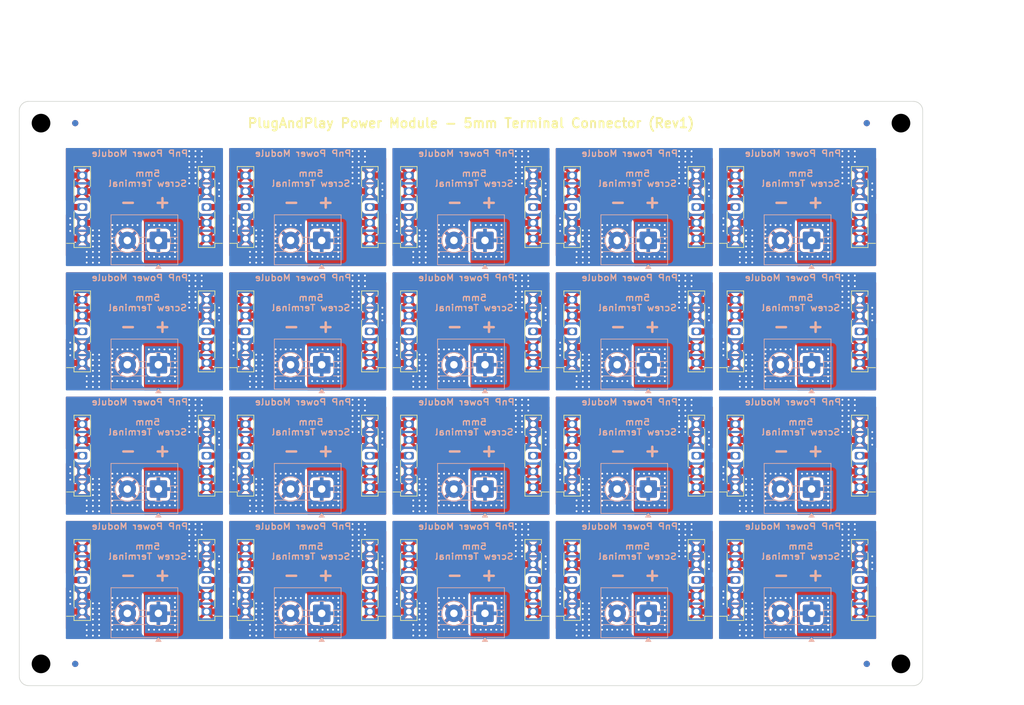
<source format=kicad_pcb>
(kicad_pcb (version 20240108) (generator "pcbnew") (generator_version "8.0")
  (title_block (title "PlugAndPlay Power Module - 5mm Terminal Connector") (date "2025-04-26") (rev "1") (company "A.B. Yazamut"))
  (layers (0 "F.Cu" signal) (31 "B.Cu" signal) (34 "B.Paste" user) (35 "F.Paste" user) (36 "B.SilkS" user "B.Silkscreen") (37 "F.SilkS" user "F.Silkscreen") (38 "B.Mask" user) (39 "F.Mask" user) (44 "Edge.Cuts" user))
  (net 0 "")
  (net 1 "Board_0-GND")
  (net 2 "Board_0-VDC")
  (net 3 "Board_0-unconnected-(J1-Pin_3-Pad3)")
  (net 4 "Board_0-unconnected-(J2-Pin_3-Pad3)")
  (net 5 "Board_1-GND")
  (net 6 "Board_1-VDC")
  (net 7 "Board_1-unconnected-(J1-Pin_3-Pad3)")
  (net 8 "Board_1-unconnected-(J2-Pin_3-Pad3)")
  (net 9 "Board_2-GND")
  (net 10 "Board_2-VDC")
  (net 11 "Board_2-unconnected-(J1-Pin_3-Pad3)")
  (net 12 "Board_2-unconnected-(J2-Pin_3-Pad3)")
  (net 13 "Board_3-GND")
  (net 14 "Board_3-VDC")
  (net 15 "Board_3-unconnected-(J1-Pin_3-Pad3)")
  (net 16 "Board_3-unconnected-(J2-Pin_3-Pad3)")
  (net 17 "Board_4-GND")
  (net 18 "Board_4-VDC")
  (net 19 "Board_4-unconnected-(J1-Pin_3-Pad3)")
  (net 20 "Board_4-unconnected-(J2-Pin_3-Pad3)")
  (net 21 "Board_5-GND")
  (net 22 "Board_5-VDC")
  (net 23 "Board_5-unconnected-(J1-Pin_3-Pad3)")
  (net 24 "Board_5-unconnected-(J2-Pin_3-Pad3)")
  (net 25 "Board_6-GND")
  (net 26 "Board_6-VDC")
  (net 27 "Board_6-unconnected-(J1-Pin_3-Pad3)")
  (net 28 "Board_6-unconnected-(J2-Pin_3-Pad3)")
  (net 29 "Board_7-GND")
  (net 30 "Board_7-VDC")
  (net 31 "Board_7-unconnected-(J1-Pin_3-Pad3)")
  (net 32 "Board_7-unconnected-(J2-Pin_3-Pad3)")
  (net 33 "Board_8-GND")
  (net 34 "Board_8-VDC")
  (net 35 "Board_8-unconnected-(J1-Pin_3-Pad3)")
  (net 36 "Board_8-unconnected-(J2-Pin_3-Pad3)")
  (net 37 "Board_9-GND")
  (net 38 "Board_9-VDC")
  (net 39 "Board_9-unconnected-(J1-Pin_3-Pad3)")
  (net 40 "Board_9-unconnected-(J2-Pin_3-Pad3)")
  (net 41 "Board_10-GND")
  (net 42 "Board_10-VDC")
  (net 43 "Board_10-unconnected-(J1-Pin_3-Pad3)")
  (net 44 "Board_10-unconnected-(J2-Pin_3-Pad3)")
  (net 45 "Board_11-GND")
  (net 46 "Board_11-VDC")
  (net 47 "Board_11-unconnected-(J1-Pin_3-Pad3)")
  (net 48 "Board_11-unconnected-(J2-Pin_3-Pad3)")
  (net 49 "Board_12-GND")
  (net 50 "Board_12-VDC")
  (net 51 "Board_12-unconnected-(J1-Pin_3-Pad3)")
  (net 52 "Board_12-unconnected-(J2-Pin_3-Pad3)")
  (net 53 "Board_13-GND")
  (net 54 "Board_13-VDC")
  (net 55 "Board_13-unconnected-(J1-Pin_3-Pad3)")
  (net 56 "Board_13-unconnected-(J2-Pin_3-Pad3)")
  (net 57 "Board_14-GND")
  (net 58 "Board_14-VDC")
  (net 59 "Board_14-unconnected-(J1-Pin_3-Pad3)")
  (net 60 "Board_14-unconnected-(J2-Pin_3-Pad3)")
  (net 61 "Board_15-GND")
  (net 62 "Board_15-VDC")
  (net 63 "Board_15-unconnected-(J1-Pin_3-Pad3)")
  (net 64 "Board_15-unconnected-(J2-Pin_3-Pad3)")
  (net 65 "Board_16-GND")
  (net 66 "Board_16-VDC")
  (net 67 "Board_16-unconnected-(J1-Pin_3-Pad3)")
  (net 68 "Board_16-unconnected-(J2-Pin_3-Pad3)")
  (net 69 "Board_17-GND")
  (net 70 "Board_17-VDC")
  (net 71 "Board_17-unconnected-(J1-Pin_3-Pad3)")
  (net 72 "Board_17-unconnected-(J2-Pin_3-Pad3)")
  (net 73 "Board_18-GND")
  (net 74 "Board_18-VDC")
  (net 75 "Board_18-unconnected-(J1-Pin_3-Pad3)")
  (net 76 "Board_18-unconnected-(J2-Pin_3-Pad3)")
  (net 77 "Board_19-GND")
  (net 78 "Board_19-VDC")
  (net 79 "Board_19-unconnected-(J1-Pin_3-Pad3)")
  (net 80 "Board_19-unconnected-(J2-Pin_3-Pad3)")
  (footprint "Fiducial:Fiducial_1mm_Mask2mm" (layer "F.Cu") (at 212.665 48.5)
    (property "Reference" "REF**" (hide yes))
    (property "Value" "Fiducial_1mm_Mask2mm" (hide yes))
  )
  (footprint "NPTH" (layer "F.Cu") (at 79.325 110.5)
    (property "Reference" "KiKit_TO_3" (hide yes))
    (property "Value" "NPTH" (hide yes))
  )
  (footprint "Library:PinSocket_1x05_P2.54mm_Vertical_SMD_Pin1Left" (layer "F.Cu") (at 184.77 97 180)
    (property "Reference" "J2")
    (property "Value" "Conn_01x05")
  )
  (footprint "Library:PinSocket_1x05_P2.54mm_Vertical_SMD_Pin1Right" (layer "F.Cu") (at 191.04 77 180)
    (property "Reference" "J1")
    (property "Value" "Conn_01x05")
  )
  (footprint "Fiducial:Fiducial_1mm_Mask2mm" (layer "F.Cu") (at 212.665 88.5)
    (property "Reference" "REF**" (hide yes))
    (property "Value" "Fiducial_1mm_Mask2mm" (hide yes))
  )
  (footprint "Library:PinSocket_1x05_P2.54mm_Vertical_SMD_Pin1Right" (layer "F.Cu") (at 85.96 77 180)
    (property "Reference" "J1")
    (property "Value" "Conn_01x05")
  )
  (footprint "Library:PinSocket_1x05_P2.54mm_Vertical_SMD_Pin1Left" (layer "F.Cu") (at 211.04 97 180)
    (property "Reference" "J2")
    (property "Value" "Conn_01x05")
  )
  (footprint "Fiducial:Fiducial_1mm_Mask2mm" (layer "F.Cu") (at 133.855 28.5)
    (property "Reference" "REF**" (hide yes))
    (property "Value" "Fiducial_1mm_Mask2mm" (hide yes))
  )
  (footprint "NPTH" (layer "F.Cu") (at 217.675 110.5)
    (property "Reference" "KiKit_TO_4" (hide yes))
    (property "Value" "NPTH" (hide yes))
  )
  (footprint "Library:PinSocket_1x05_P2.54mm_Vertical_SMD_Pin1Left" (layer "F.Cu") (at 158.5 57 180)
    (property "Reference" "J2")
    (property "Value" "Conn_01x05")
  )
  (footprint "Library:PinSocket_1x05_P2.54mm_Vertical_SMD_Pin1Right" (layer "F.Cu") (at 138.5 57 180)
    (property "Reference" "J1")
    (property "Value" "Conn_01x05")
  )
  (footprint "Fiducial:Fiducial_1mm_Mask2mm" (layer "F.Cu") (at 189.405 105.5)
    (property "Reference" "REF**" (hide yes))
    (property "Value" "Fiducial_1mm_Mask2mm" (hide yes))
  )
  (footprint "Fiducial:Fiducial_1mm_Mask2mm" (layer "F.Cu") (at 110.595 85.5)
    (property "Reference" "REF**" (hide yes))
    (property "Value" "Fiducial_1mm_Mask2mm" (hide yes))
  )
  (footprint "Library:PinSocket_1x05_P2.54mm_Vertical_SMD_Pin1Right" (layer "F.Cu") (at 138.5 37 180)
    (property "Reference" "J1")
    (property "Value" "Conn_01x05")
  )
  (footprint "Fiducial" (layer "F.Cu") (at 84.825 110.5)
    (property "Reference" "KiKit_FID_T_3" (hide yes))
    (property "Value" "Fiducial" (hide yes))
  )
  (footprint "Fiducial:Fiducial_1mm_Mask2mm" (layer "F.Cu") (at 136.865 85.5)
    (property "Reference" "REF**" (hide yes))
    (property "Value" "Fiducial_1mm_Mask2mm" (hide yes))
  )
  (footprint "Fiducial:Fiducial_1mm_Mask2mm" (layer "F.Cu") (at 136.865 105.5)
    (property "Reference" "REF**" (hide yes))
    (property "Value" "Fiducial_1mm_Mask2mm" (hide yes))
  )
  (footprint "Library:PinSocket_1x05_P2.54mm_Vertical_SMD_Pin1Left" (layer "F.Cu") (at 184.77 57 180)
    (property "Reference" "J2")
    (property "Value" "Conn_01x05")
  )
  (footprint "Fiducial" (layer "F.Cu") (at 212.175 110.5)
    (property "Reference" "KiKit_FID_T_4" (hide yes))
    (property "Value" "Fiducial" (hide yes))
  )
  (footprint "Fiducial:Fiducial_1mm_Mask2mm" (layer "F.Cu") (at 133.855 88.5)
    (property "Reference" "REF**" (hide yes))
    (property "Value" "Fiducial_1mm_Mask2mm" (hide yes))
  )
  (footprint "Library:PinSocket_1x05_P2.54mm_Vertical_SMD_Pin1Left" (layer "F.Cu") (at 158.5 77 180)
    (property "Reference" "J2")
    (property "Value" "Conn_01x05")
  )
  (footprint "Library:PinSocket_1x05_P2.54mm_Vertical_SMD_Pin1Left" (layer "F.Cu") (at 132.23 57 180)
    (property "Reference" "J2")
    (property "Value" "Conn_01x05")
  )
  (footprint "Fiducial:Fiducial_1mm_Mask2mm" (layer "F.Cu") (at 160.125 28.5)
    (property "Reference" "REF**" (hide yes))
    (property "Value" "Fiducial_1mm_Mask2mm" (hide yes))
  )
  (footprint "Fiducial:Fiducial_1mm_Mask2mm" (layer "F.Cu") (at 163.135 85.5)
    (property "Reference" "REF**" (hide yes))
    (property "Value" "Fiducial_1mm_Mask2mm" (hide yes))
  )
  (footprint "Library:PinSocket_1x05_P2.54mm_Vertical_SMD_Pin1Left" (layer "F.Cu") (at 211.04 77 180)
    (property "Reference" "J2")
    (property "Value" "Conn_01x05")
  )
  (footprint "Fiducial:Fiducial_1mm_Mask2mm" (layer "F.Cu") (at 133.855 48.5)
    (property "Reference" "REF**" (hide yes))
    (property "Value" "Fiducial_1mm_Mask2mm" (hide yes))
  )
  (footprint "Fiducial:Fiducial_1mm_Mask2mm" (layer "F.Cu") (at 186.395 28.5)
    (property "Reference" "REF**" (hide yes))
    (property "Value" "Fiducial_1mm_Mask2mm" (hide yes))
  )
  (footprint "Library:PinSocket_1x05_P2.54mm_Vertical_SMD_Pin1Left" (layer "F.Cu") (at 132.23 77 180)
    (property "Reference" "J2")
    (property "Value" "Conn_01x05")
  )
  (footprint "Fiducial:Fiducial_1mm_Mask2mm" (layer "F.Cu") (at 212.665 68.5)
    (property "Reference" "REF**" (hide yes))
    (property "Value" "Fiducial_1mm_Mask2mm" (hide yes))
  )
  (footprint "Fiducial:Fiducial_1mm_Mask2mm" (layer "F.Cu") (at 163.135 45.5)
    (property "Reference" "REF**" (hide yes))
    (property "Value" "Fiducial_1mm_Mask2mm" (hide yes))
  )
  (footprint "Library:PinSocket_1x05_P2.54mm_Vertical_SMD_Pin1Left" (layer "F.Cu") (at 105.96 37 180)
    (property "Reference" "J2")
    (property "Value" "Conn_01x05")
  )
  (footprint "Fiducial:Fiducial_1mm_Mask2mm" (layer "F.Cu") (at 163.135 105.5)
    (property "Reference" "REF**" (hide yes))
    (property "Value" "Fiducial_1mm_Mask2mm" (hide yes))
  )
  (footprint "Library:PinSocket_1x05_P2.54mm_Vertical_SMD_Pin1Left" (layer "F.Cu") (at 211.04 57 180)
    (property "Reference" "J2")
    (property "Value" "Conn_01x05")
  )
  (footprint "Fiducial:Fiducial_1mm_Mask2mm" (layer "F.Cu") (at 212.665 28.5)
    (property "Reference" "REF**" (hide yes))
    (property "Value" "Fiducial_1mm_Mask2mm" (hide yes))
  )
  (footprint "Fiducial:Fiducial_1mm_Mask2mm" (layer "F.Cu") (at 160.125 48.5)
    (property "Reference" "REF**" (hide yes))
    (property "Value" "Fiducial_1mm_Mask2mm" (hide yes))
  )
  (footprint "Fiducial:Fiducial_1mm_Mask2mm" (layer "F.Cu") (at 84.325 105.5)
    (property "Reference" "REF**" (hide yes))
    (property "Value" "Fiducial_1mm_Mask2mm" (hide yes))
  )
  (footprint "Fiducial:Fiducial_1mm_Mask2mm" (layer "F.Cu") (at 107.585 28.5)
    (property "Reference" "REF**" (hide yes))
    (property "Value" "Fiducial_1mm_Mask2mm" (hide yes))
  )
  (footprint "Library:PinSocket_1x05_P2.54mm_Vertical_SMD_Pin1Right" (layer "F.Cu") (at 191.04 37 180)
    (property "Reference" "J1")
    (property "Value" "Conn_01x05")
  )
  (footprint "Library:PinSocket_1x05_P2.54mm_Vertical_SMD_Pin1Right" (layer "F.Cu") (at 112.23 37 180)
    (property "Reference" "J1")
    (property "Value" "Conn_01x05")
  )
  (footprint "Library:PinSocket_1x05_P2.54mm_Vertical_SMD_Pin1Right" (layer "F.Cu") (at 164.77 97 180)
    (property "Reference" "J1")
    (property "Value" "Conn_01x05")
  )
  (footprint "Fiducial:Fiducial_1mm_Mask2mm" (layer "F.Cu") (at 186.395 68.5)
    (property "Reference" "REF**" (hide yes))
    (property "Value" "Fiducial_1mm_Mask2mm" (hide yes))
  )
  (footprint "Library:PinSocket_1x05_P2.54mm_Vertical_SMD_Pin1Right" (layer "F.Cu") (at 138.5 77 180)
    (property "Reference" "J1")
    (property "Value" "Conn_01x05")
  )
  (footprint "Library:PinSocket_1x05_P2.54mm_Vertical_SMD_Pin1Left" (layer "F.Cu") (at 132.23 37 180)
    (property "Reference" "J2")
    (property "Value" "Conn_01x05")
  )
  (footprint "Library:PinSocket_1x05_P2.54mm_Vertical_SMD_Pin1Right" (layer "F.Cu") (at 164.77 37 180)
    (property "Reference" "J1")
    (property "Value" "Conn_01x05")
  )
  (footprint "Fiducial:Fiducial_1mm_Mask2mm" (layer "F.Cu") (at 107.585 48.5)
    (property "Reference" "REF**" (hide yes))
    (property "Value" "Fiducial_1mm_Mask2mm" (hide yes))
  )
  (footprint "Library:PinSocket_1x05_P2.54mm_Vertical_SMD_Pin1Right" (layer "F.Cu") (at 112.23 97 180)
    (property "Reference" "J1")
    (property "Value" "Conn_01x05")
  )
  (footprint "Library:PinSocket_1x05_P2.54mm_Vertical_SMD_Pin1Left" (layer "F.Cu") (at 184.77 37 180)
    (property "Reference" "J2")
    (property "Value" "Conn_01x05")
  )
  (footprint "Library:PinSocket_1x05_P2.54mm_Vertical_SMD_Pin1Left" (layer "F.Cu") (at 105.96 57 180)
    (property "Reference" "J2")
    (property "Value" "Conn_01x05")
  )
  (footprint "Library:PinSocket_1x05_P2.54mm_Vertical_SMD_Pin1Left" (layer "F.Cu") (at 105.96 97 180)
    (property "Reference" "J2")
    (property "Value" "Conn_01x05")
  )
  (footprint "Fiducial:Fiducial_1mm_Mask2mm" (layer "F.Cu") (at 133.855 68.5)
    (property "Reference" "REF**" (hide yes))
    (property "Value" "Fiducial_1mm_Mask2mm" (hide yes))
  )
  (footprint "Library:PinSocket_1x05_P2.54mm_Vertical_SMD_Pin1Right" (layer "F.Cu") (at 191.04 57 180)
    (property "Reference" "J1")
    (property "Value" "Conn_01x05")
  )
  (footprint "Library:PinSocket_1x05_P2.54mm_Vertical_SMD_Pin1Left" (layer "F.Cu") (at 158.5 37 180)
    (property "Reference" "J2")
    (property "Value" "Conn_01x05")
  )
  (footprint "Fiducial:Fiducial_1mm_Mask2mm" (layer "F.Cu") (at 189.405 85.5)
    (property "Reference" "REF**" (hide yes))
    (property "Value" "Fiducial_1mm_Mask2mm" (hide yes))
  )
  (footprint "Library:PinSocket_1x05_P2.54mm_Vertical_SMD_Pin1Left" (layer "F.Cu") (at 105.96 77 180)
    (property "Reference" "J2")
    (property "Value" "Conn_01x05")
  )
  (footprint "NPTH" (layer "F.Cu") (at 217.675 23.5)
    (property "Reference" "KiKit_TO_2" (hide yes))
    (property "Value" "NPTH" (hide yes))
  )
  (footprint "Library:PinSocket_1x05_P2.54mm_Vertical_SMD_Pin1Right" (layer "F.Cu") (at 85.96 57 180)
    (property "Reference" "J1")
    (property "Value" "Conn_01x05")
  )
  (footprint "Fiducial:Fiducial_1mm_Mask2mm" (layer "F.Cu") (at 186.395 88.5)
    (property "Reference" "REF**" (hide yes))
    (property "Value" "Fiducial_1mm_Mask2mm" (hide yes))
  )
  (footprint "Fiducial:Fiducial_1mm_Mask2mm" (layer "F.Cu") (at 189.405 45.5)
    (property "Reference" "REF**" (hide yes))
    (property "Value" "Fiducial_1mm_Mask2mm" (hide yes))
  )
  (footprint "Fiducial:Fiducial_1mm_Mask2mm" (layer "F.Cu") (at 110.595 105.5)
    (property "Reference" "REF**" (hide yes))
    (property "Value" "Fiducial_1mm_Mask2mm" (hide yes))
  )
  (footprint "Fiducial:Fiducial_1mm_Mask2mm" (layer "F.Cu") (at 110.595 45.5)
    (property "Reference" "REF**" (hide yes))
    (property "Value" "Fiducial_1mm_Mask2mm" (hide yes))
  )
  (footprint "Fiducial" (layer "F.Cu") (at 212.175 23.5)
    (property "Reference" "KiKit_FID_T_2" (hide yes))
    (property "Value" "Fiducial" (hide yes))
  )
  (footprint "Library:PinSocket_1x05_P2.54mm_Vertical_SMD_Pin1Left" (layer "F.Cu") (at 211.04 37 180)
    (property "Reference" "J2")
    (property "Value" "Conn_01x05")
  )
  (footprint "Fiducial:Fiducial_1mm_Mask2mm" (layer "F.Cu") (at 84.325 45.5)
    (property "Reference" "REF**" (hide yes))
    (property "Value" "Fiducial_1mm_Mask2mm" (hide yes))
  )
  (footprint "Fiducial:Fiducial_1mm_Mask2mm" (layer "F.Cu") (at 136.865 65.5)
    (property "Reference" "REF**" (hide yes))
    (property "Value" "Fiducial_1mm_Mask2mm" (hide yes))
  )
  (footprint "Fiducial" (layer "F.Cu") (at 84.825 23.5)
    (property "Reference" "KiKit_FID_T_1" (hide yes))
    (property "Value" "Fiducial" (hide yes))
  )
  (footprint "Library:PinSocket_1x05_P2.54mm_Vertical_SMD_Pin1Left" (layer "F.Cu") (at 132.23 97 180)
    (property "Reference" "J2")
    (property "Value" "Conn_01x05")
  )
  (footprint "NPTH" (layer "F.Cu") (at 79.325 23.5)
    (property "Reference" "KiKit_TO_1" (hide yes))
    (property "Value" "NPTH" (hide yes))
  )
  (footprint "Library:PinSocket_1x05_P2.54mm_Vertical_SMD_Pin1Right" (layer "F.Cu") (at 85.96 97 180)
    (property "Reference" "J1")
    (property "Value" "Conn_01x05")
  )
  (footprint "Fiducial:Fiducial_1mm_Mask2mm" (layer "F.Cu") (at 136.865 45.5)
    (property "Reference" "REF**" (hide yes))
    (property "Value" "Fiducial_1mm_Mask2mm" (hide yes))
  )
  (footprint "Fiducial:Fiducial_1mm_Mask2mm" (layer "F.Cu") (at 107.585 68.5)
    (property "Reference" "REF**" (hide yes))
    (property "Value" "Fiducial_1mm_Mask2mm" (hide yes))
  )
  (footprint "Library:PinSocket_1x05_P2.54mm_Vertical_SMD_Pin1Right" (layer "F.Cu") (at 138.5 97 180)
    (property "Reference" "J1")
    (property "Value" "Conn_01x05")
  )
  (footprint "Fiducial:Fiducial_1mm_Mask2mm" (layer "F.Cu") (at 110.595 65.5)
    (property "Reference" "REF**" (hide yes))
    (property "Value" "Fiducial_1mm_Mask2mm" (hide yes))
  )
  (footprint "Library:PinSocket_1x05_P2.54mm_Vertical_SMD_Pin1Right" (layer "F.Cu") (at 191.04 97 180)
    (property "Reference" "J1")
    (property "Value" "Conn_01x05")
  )
  (footprint "Library:PinSocket_1x05_P2.54mm_Vertical_SMD_Pin1Right" (layer "F.Cu") (at 164.77 57 180)
    (property "Reference" "J1")
    (property "Value" "Conn_01x05")
  )
  (footprint "Fiducial:Fiducial_1mm_Mask2mm" (layer "F.Cu") (at 186.395 48.5)
    (property "Reference" "REF**" (hide yes))
    (property "Value" "Fiducial_1mm_Mask2mm" (hide yes))
  )
  (footprint "Fiducial:Fiducial_1mm_Mask2mm" (layer "F.Cu") (at 107.585 88.5)
    (property "Reference" "REF**" (hide yes))
    (property "Value" "Fiducial_1mm_Mask2mm" (hide yes))
  )
  (footprint "Library:PinSocket_1x05_P2.54mm_Vertical_SMD_Pin1Right" (layer "F.Cu") (at 164.77 77 180)
    (property "Reference" "J1")
    (property "Value" "Conn_01x05")
  )
  (footprint "Library:PinSocket_1x05_P2.54mm_Vertical_SMD_Pin1Right" (layer "F.Cu") (at 85.96 37 180)
    (property "Reference" "J1")
    (property "Value" "Conn_01x05")
  )
  (footprint "Fiducial:Fiducial_1mm_Mask2mm" (layer "F.Cu") (at 189.405 65.5)
    (property "Reference" "REF**" (hide yes))
    (property "Value" "Fiducial_1mm_Mask2mm" (hide yes))
  )
  (footprint "Fiducial:Fiducial_1mm_Mask2mm" (layer "F.Cu") (at 160.125 88.5)
    (property "Reference" "REF**" (hide yes))
    (property "Value" "Fiducial_1mm_Mask2mm" (hide yes))
  )
  (footprint "Library:PinSocket_1x05_P2.54mm_Vertical_SMD_Pin1Left" (layer "F.Cu") (at 184.77 77 180)
    (property "Reference" "J2")
    (property "Value" "Conn_01x05")
  )
  (footprint "Fiducial:Fiducial_1mm_Mask2mm" (layer "F.Cu") (at 163.135 65.5)
    (property "Reference" "REF**" (hide yes))
    (property "Value" "Fiducial_1mm_Mask2mm" (hide yes))
  )
  (footprint "Library:PinSocket_1x05_P2.54mm_Vertical_SMD_Pin1Right" (layer "F.Cu") (at 112.23 57 180)
    (property "Reference" "J1")
    (property "Value" "Conn_01x05")
  )
  (footprint "Library:PinSocket_1x05_P2.54mm_Vertical_SMD_Pin1Left" (layer "F.Cu") (at 158.5 97 180)
    (property "Reference" "J2")
    (property "Value" "Conn_01x05")
  )
  (footprint "Library:PinSocket_1x05_P2.54mm_Vertical_SMD_Pin1Right" (layer "F.Cu") (at 112.23 77 180)
    (property "Reference" "J1")
    (property "Value" "Conn_01x05")
  )
  (footprint "Fiducial:Fiducial_1mm_Mask2mm" (layer "F.Cu") (at 160.125 68.5)
    (property "Reference" "REF**" (hide yes))
    (property "Value" "Fiducial_1mm_Mask2mm" (hide yes))
  )
  (footprint "Fiducial:Fiducial_1mm_Mask2mm" (layer "F.Cu") (at 84.325 65.5)
    (property "Reference" "REF**" (hide yes))
    (property "Value" "Fiducial_1mm_Mask2mm" (hide yes))
  )
  (footprint "Fiducial:Fiducial_1mm_Mask2mm" (layer "F.Cu") (at 84.325 85.5)
    (property "Reference" "REF**" (hide yes))
    (property "Value" "Fiducial_1mm_Mask2mm" (hide yes))
  )
  (footprint "TerminalBlock:TerminalBlock_MaiXu_MX126-5.0-02P_1x02_P5.00mm" (layer "B.Cu") (at 124.48 42.3675 180)
    (property "Reference" "J3" (hide yes))
    (property "Value" "Screw_Terminal" (hide yes))
  )
  (footprint "TerminalBlock:TerminalBlock_MaiXu_MX126-5.0-02P_1x02_P5.00mm" (layer "B.Cu") (at 124.48 62.3675 180)
    (property "Reference" "J3" (hide yes))
    (property "Value" "Screw_Terminal" (hide yes))
  )
  (footprint "TerminalBlock:TerminalBlock_MaiXu_MX126-5.0-02P_1x02_P5.00mm" (layer "B.Cu") (at 203.29 62.3675 180)
    (property "Reference" "J3" (hide yes))
    (property "Value" "Screw_Terminal" (hide yes))
  )
  (footprint "Fiducial" (layer "B.Cu") (at 212.175 110.5)
    (property "Reference" "KiKit_FID_B_4" (hide yes))
    (property "Value" "Fiducial" (hide yes))
  )
  (footprint "TerminalBlock:TerminalBlock_MaiXu_MX126-5.0-02P_1x02_P5.00mm" (layer "B.Cu") (at 177.02 62.3675 180)
    (property "Reference" "J3" (hide yes))
    (property "Value" "Screw_Terminal" (hide yes))
  )
  (footprint "TerminalBlock:TerminalBlock_MaiXu_MX126-5.0-02P_1x02_P5.00mm" (layer "B.Cu") (at 98.21 62.3675 180)
    (property "Reference" "J3" (hide yes))
    (property "Value" "Screw_Terminal" (hide yes))
  )
  (footprint "TerminalBlock:TerminalBlock_MaiXu_MX126-5.0-02P_1x02_P5.00mm" (layer "B.Cu") (at 124.48 102.3675 180)
    (property "Reference" "J3" (hide yes))
    (property "Value" "Screw_Terminal" (hide yes))
  )
  (footprint "TerminalBlock:TerminalBlock_MaiXu_MX126-5.0-02P_1x02_P5.00mm" (layer "B.Cu") (at 150.75 102.3675 180)
    (property "Reference" "J3" (hide yes))
    (property "Value" "Screw_Terminal" (hide yes))
  )
  (footprint "TerminalBlock:TerminalBlock_MaiXu_MX126-5.0-02P_1x02_P5.00mm" (layer "B.Cu") (at 203.29 82.3675 180)
    (property "Reference" "J3" (hide yes))
    (property "Value" "Screw_Terminal" (hide yes))
  )
  (footprint "TerminalBlock:TerminalBlock_MaiXu_MX126-5.0-02P_1x02_P5.00mm" (layer "B.Cu") (at 177.02 102.3675 180)
    (property "Reference" "J3" (hide yes))
    (property "Value" "Screw_Terminal" (hide yes))
  )
  (footprint "TerminalBlock:TerminalBlock_MaiXu_MX126-5.0-02P_1x02_P5.00mm" (layer "B.Cu") (at 124.48 82.3675 180)
    (property "Reference" "J3" (hide yes))
    (property "Value" "Screw_Terminal" (hide yes))
  )
  (footprint "Fiducial" (layer "B.Cu") (at 84.825 23.5)
    (property "Reference" "KiKit_FID_B_1" (hide yes))
    (property "Value" "Fiducial" (hide yes))
  )
  (footprint "TerminalBlock:TerminalBlock_MaiXu_MX126-5.0-02P_1x02_P5.00mm" (layer "B.Cu") (at 177.02 82.3675 180)
    (property "Reference" "J3" (hide yes))
    (property "Value" "Screw_Terminal" (hide yes))
  )
  (footprint "TerminalBlock:TerminalBlock_MaiXu_MX126-5.0-02P_1x02_P5.00mm" (layer "B.Cu") (at 203.29 42.3675 180)
    (property "Reference" "J3" (hide yes))
    (property "Value" "Screw_Terminal" (hide yes))
  )
  (footprint "TerminalBlock:TerminalBlock_MaiXu_MX126-5.0-02P_1x02_P5.00mm" (layer "B.Cu") (at 98.21 102.3675 180)
    (property "Reference" "J3" (hide yes))
    (property "Value" "Screw_Terminal" (hide yes))
  )
  (footprint "TerminalBlock:TerminalBlock_MaiXu_MX126-5.0-02P_1x02_P5.00mm" (layer "B.Cu") (at 203.29 102.3675 180)
    (property "Reference" "J3" (hide yes))
    (property "Value" "Screw_Terminal" (hide yes))
  )
  (footprint "TerminalBlock:TerminalBlock_MaiXu_MX126-5.0-02P_1x02_P5.00mm" (layer "B.Cu") (at 150.75 82.3675 180)
    (property "Reference" "J3" (hide yes))
    (property "Value" "Screw_Terminal" (hide yes))
  )
  (footprint "TerminalBlock:TerminalBlock_MaiXu_MX126-5.0-02P_1x02_P5.00mm" (layer "B.Cu") (at 150.75 62.3675 180)
    (property "Reference" "J3" (hide yes))
    (property "Value" "Screw_Terminal" (hide yes))
  )
  (footprint "TerminalBlock:TerminalBlock_MaiXu_MX126-5.0-02P_1x02_P5.00mm" (layer "B.Cu") (at 177.02 42.3675 180)
    (property "Reference" "J3" (hide yes))
    (property "Value" "Screw_Terminal" (hide yes))
  )
  (footprint "TerminalBlock:TerminalBlock_MaiXu_MX126-5.0-02P_1x02_P5.00mm" (layer "B.Cu") (at 150.75 42.3675 180)
    (property "Reference" "J3" (hide yes))
    (property "Value" "Screw_Terminal" (hide yes))
  )
  (footprint "TerminalBlock:TerminalBlock_MaiXu_MX126-5.0-02P_1x02_P5.00mm" (layer "B.Cu") (at 98.21 82.3675 180)
    (property "Reference" "J3" (hide yes))
    (property "Value" "Screw_Terminal" (hide yes))
  )
  (footprint "Fiducial" (layer "B.Cu") (at 84.825 110.5)
    (property "Reference" "KiKit_FID_B_3" (hide yes))
    (property "Value" "Fiducial" (hide yes))
  )
  (footprint "TerminalBlock:TerminalBlock_MaiXu_MX126-5.0-02P_1x02_P5.00mm" (layer "B.Cu") (at 98.21 42.3675 180)
    (property "Reference" "J3" (hide yes))
    (property "Value" "Screw_Terminal" (hide yes))
  )
  (footprint "Fiducial" (layer "B.Cu") (at 212.175 23.5)
    (property "Reference" "KiKit_FID_B_2" (hide yes))
    (property "Value" "Fiducial" (hide yes))
  )
  (gr_line (start 75.853822 112.792635) (end 75.889589 112.935427) (stroke (width 0.1)) (layer "Edge.Cuts"))
  (gr_line (start 75.832222 21.352974) (end 75.825 21.5) (stroke (width 0.1)) (layer "Edge.Cuts"))
  (gr_line (start 221.060819 20.925974) (end 220.997881 20.792904) (stroke (width 0.1)) (layer "Edge.Cuts"))
  (gr_line (start 221.11041 112.935427) (end 221.146177 112.792635) (stroke (width 0.1)) (layer "Edge.Cuts"))
  (gr_line (start 220.382095 20.177118) (end 220.249025 20.11418) (stroke (width 0.1)) (layer "Edge.Cuts"))
  (gr_line (start 77.325 20) (end 77.177974 20.007222) (stroke (width 0.1)) (layer "Edge.Cuts"))
  (gr_line (start 221.146177 112.792635) (end 221.167777 112.647025) (stroke (width 0.1)) (layer "Edge.Cuts"))
  (gr_line (start 220.110427 20.064589) (end 219.967635 20.028822) (stroke (width 0.1)) (layer "Edge.Cuts"))
  (gr_line (start 75.889589 112.935427) (end 75.93918 113.074025) (stroke (width 0.1)) (layer "Edge.Cuts"))
  (gr_line (start 220.73566 113.56066) (end 220.834515 113.451589) (stroke (width 0.1)) (layer "Edge.Cuts"))
  (gr_line (start 220.110427 113.93541) (end 220.249025 113.885819) (stroke (width 0.1)) (layer "Edge.Cuts"))
  (gr_line (start 76.491644 113.747204) (end 76.617904 113.822881) (stroke (width 0.1)) (layer "Edge.Cuts"))
  (gr_line (start 76.077795 113.333355) (end 76.165484 113.451589) (stroke (width 0.1)) (layer "Edge.Cuts"))
  (gr_line (start 76.889572 20.064589) (end 76.750974 20.11418) (stroke (width 0.1)) (layer "Edge.Cuts"))
  (gr_line (start 75.93918 113.074025) (end 76.002118 113.207095) (stroke (width 0.1)) (layer "Edge.Cuts"))
  (gr_line (start 75.825 21.5) (end 75.825 112.5) (stroke (width 0.1)) (layer "Edge.Cuts"))
  (gr_line (start 221.167777 112.647025) (end 221.175 112.5) (stroke (width 0.1)) (layer "Edge.Cuts"))
  (gr_line (start 76.002118 113.207095) (end 76.077795 113.333355) (stroke (width 0.1)) (layer "Edge.Cuts"))
  (gr_line (start 220.249025 20.11418) (end 220.110427 20.064589) (stroke (width 0.1)) (layer "Edge.Cuts"))
  (gr_line (start 220.382095 113.822881) (end 220.508355 113.747204) (stroke (width 0.1)) (layer "Edge.Cuts"))
  (gr_line (start 219.822025 20.007222) (end 219.675 20) (stroke (width 0.1)) (layer "Edge.Cuts"))
  (gr_line (start 76.002118 20.792904) (end 75.93918 20.925974) (stroke (width 0.1)) (layer "Edge.Cuts"))
  (gr_line (start 76.889572 113.93541) (end 77.032364 113.971177) (stroke (width 0.1)) (layer "Edge.Cuts"))
  (gr_line (start 219.967635 113.971177) (end 220.110427 113.93541) (stroke (width 0.1)) (layer "Edge.Cuts"))
  (gr_line (start 76.165484 113.451589) (end 76.264339 113.56066) (stroke (width 0.1)) (layer "Edge.Cuts"))
  (gr_line (start 221.11041 21.064572) (end 221.060819 20.925974) (stroke (width 0.1)) (layer "Edge.Cuts"))
  (gr_line (start 75.825 112.5) (end 75.832222 112.647025) (stroke (width 0.1)) (layer "Edge.Cuts"))
  (gr_line (start 219.675 114) (end 219.822025 113.992777) (stroke (width 0.1)) (layer "Edge.Cuts"))
  (gr_line (start 219.967635 20.028822) (end 219.822025 20.007222) (stroke (width 0.1)) (layer "Edge.Cuts"))
  (gr_line (start 75.889589 21.064572) (end 75.853822 21.207364) (stroke (width 0.1)) (layer "Edge.Cuts"))
  (gr_line (start 219.822025 113.992777) (end 219.967635 113.971177) (stroke (width 0.1)) (layer "Edge.Cuts"))
  (gr_line (start 76.264339 113.56066) (end 76.37341 113.659515) (stroke (width 0.1)) (layer "Edge.Cuts"))
  (gr_line (start 76.617904 113.822881) (end 76.750974 113.885819) (stroke (width 0.1)) (layer "Edge.Cuts"))
  (gr_line (start 220.73566 20.439339) (end 220.626589 20.340484) (stroke (width 0.1)) (layer "Edge.Cuts"))
  (gr_line (start 75.853822 21.207364) (end 75.832222 21.352974) (stroke (width 0.1)) (layer "Edge.Cuts"))
  (gr_line (start 220.626589 113.659515) (end 220.73566 113.56066) (stroke (width 0.1)) (layer "Edge.Cuts"))
  (gr_line (start 220.508355 20.252795) (end 220.382095 20.177118) (stroke (width 0.1)) (layer "Edge.Cuts"))
  (gr_line (start 77.177974 113.992777) (end 77.325 114) (stroke (width 0.1)) (layer "Edge.Cuts"))
  (gr_line (start 220.626589 20.340484) (end 220.508355 20.252795) (stroke (width 0.1)) (layer "Edge.Cuts"))
  (gr_line (start 76.37341 20.340484) (end 76.264339 20.439339) (stroke (width 0.1)) (layer "Edge.Cuts"))
  (gr_line (start 75.93918 20.925974) (end 75.889589 21.064572) (stroke (width 0.1)) (layer "Edge.Cuts"))
  (gr_line (start 220.834515 113.451589) (end 220.922204 113.333355) (stroke (width 0.1)) (layer "Edge.Cuts"))
  (gr_line (start 221.060819 113.074025) (end 221.11041 112.935427) (stroke (width 0.1)) (layer "Edge.Cuts"))
  (gr_line (start 76.077795 20.666644) (end 76.002118 20.792904) (stroke (width 0.1)) (layer "Edge.Cuts"))
  (gr_line (start 221.167777 21.352974) (end 221.146177 21.207364) (stroke (width 0.1)) (layer "Edge.Cuts"))
  (gr_line (start 221.175 112.5) (end 221.175 21.5) (stroke (width 0.1)) (layer "Edge.Cuts"))
  (gr_line (start 220.922204 113.333355) (end 220.997881 113.207095) (stroke (width 0.1)) (layer "Edge.Cuts"))
  (gr_line (start 220.997881 113.207095) (end 221.060819 113.074025) (stroke (width 0.1)) (layer "Edge.Cuts"))
  (gr_line (start 76.165484 20.54841) (end 76.077795 20.666644) (stroke (width 0.1)) (layer "Edge.Cuts"))
  (gr_line (start 221.175 21.5) (end 221.167777 21.352974) (stroke (width 0.1)) (layer "Edge.Cuts"))
  (gr_line (start 77.325 114) (end 219.675 114) (stroke (width 0.1)) (layer "Edge.Cuts"))
  (gr_line (start 76.491644 20.252795) (end 76.37341 20.340484) (stroke (width 0.1)) (layer "Edge.Cuts"))
  (gr_line (start 76.750974 20.11418) (end 76.617904 20.177118) (stroke (width 0.1)) (layer "Edge.Cuts"))
  (gr_line (start 76.264339 20.439339) (end 76.165484 20.54841) (stroke (width 0.1)) (layer "Edge.Cuts"))
  (gr_line (start 76.37341 113.659515) (end 76.491644 113.747204) (stroke (width 0.1)) (layer "Edge.Cuts"))
  (gr_line (start 77.032364 113.971177) (end 77.177974 113.992777) (stroke (width 0.1)) (layer "Edge.Cuts"))
  (gr_line (start 76.617904 20.177118) (end 76.491644 20.252795) (stroke (width 0.1)) (layer "Edge.Cuts"))
  (gr_line (start 220.922204 20.666644) (end 220.834515 20.54841) (stroke (width 0.1)) (layer "Edge.Cuts"))
  (gr_line (start 220.997881 20.792904) (end 220.922204 20.666644) (stroke (width 0.1)) (layer "Edge.Cuts"))
  (gr_line (start 220.834515 20.54841) (end 220.73566 20.439339) (stroke (width 0.1)) (layer "Edge.Cuts"))
  (gr_line (start 77.032364 20.028822) (end 76.889572 20.064589) (stroke (width 0.1)) (layer "Edge.Cuts"))
  (gr_line (start 220.508355 113.747204) (end 220.626589 113.659515) (stroke (width 0.1)) (layer "Edge.Cuts"))
  (gr_line (start 76.750974 113.885819) (end 76.889572 113.93541) (stroke (width 0.1)) (layer "Edge.Cuts"))
  (gr_line (start 220.249025 113.885819) (end 220.382095 113.822881) (stroke (width 0.1)) (layer "Edge.Cuts"))
  (gr_line (start 75.832222 112.647025) (end 75.853822 112.792635) (stroke (width 0.1)) (layer "Edge.Cuts"))
  (gr_line (start 219.675 20) (end 77.325 20) (stroke (width 0.1)) (layer "Edge.Cuts"))
  (gr_line (start 77.177974 20.007222) (end 77.032364 20.028822) (stroke (width 0.1)) (layer "Edge.Cuts"))
  (gr_line (start 221.146177 21.207364) (end 221.11041 21.064572) (stroke (width 0.1)) (layer "Edge.Cuts"))
  (gr_text "+  -" (at 100.36 77.35 0) (layer "B.SilkS") (effects (font (size 2 2) (thickness 0.4) (bold yes)) (justify left bottom mirror)))
  (gr_text "+  -" (at 179.17 57.35 0) (layer "B.SilkS") (effects (font (size 2 2) (thickness 0.4) (bold yes)) (justify left bottom mirror)))
  (gr_text "+  -" (at 152.9 37.35 0) (layer "B.SilkS") (effects (font (size 2 2) (thickness 0.4) (bold yes)) (justify left bottom mirror)))
  (gr_text "+  -" (at 205.44 57.35 0) (layer "B.SilkS") (effects (font (size 2 2) (thickness 0.4) (bold yes)) (justify left bottom mirror)))
  (gr_text "   PnP Power Module\n\n5mm\nScrew Terminal" (at 149.015 93.8 0) (layer "B.SilkS") (effects (font (size 1 1.1) (thickness 0.2) (bold yes)) (justify bottom mirror)))
  (gr_text "+  -" (at 100.36 37.35 0) (layer "B.SilkS") (effects (font (size 2 2) (thickness 0.4) (bold yes)) (justify left bottom mirror)))
  (gr_text "+  -" (at 205.44 37.35 0) (layer "B.SilkS") (effects (font (size 2 2) (thickness 0.4) (bold yes)) (justify left bottom mirror)))
  (gr_text "+  -" (at 205.44 77.35 0) (layer "B.SilkS") (effects (font (size 2 2) (thickness 0.4) (bold yes)) (justify left bottom mirror)))
  (gr_text "   PnP Power Module\n\n5mm\nScrew Terminal" (at 201.555 73.8 0) (layer "B.SilkS") (effects (font (size 1 1.1) (thickness 0.2) (bold yes)) (justify bottom mirror)))
  (gr_text "+  -" (at 179.17 97.35 0) (layer "B.SilkS") (effects (font (size 2 2) (thickness 0.4) (bold yes)) (justify left bottom mirror)))
  (gr_text "   PnP Power Module\n\n5mm\nScrew Terminal" (at 149.015 73.8 0) (layer "B.SilkS") (effects (font (size 1 1.1) (thickness 0.2) (bold yes)) (justify bottom mirror)))
  (gr_text "+  -" (at 100.36 57.35 0) (layer "B.SilkS") (effects (font (size 2 2) (thickness 0.4) (bold yes)) (justify left bottom mirror)))
  (gr_text "+  -" (at 152.9 97.35 0) (layer "B.SilkS") (effects (font (size 2 2) (thickness 0.4) (bold yes)) (justify left bottom mirror)))
  (gr_text "   PnP Power Module\n\n5mm\nScrew Terminal" (at 175.285 33.8 0) (layer "B.SilkS") (effects (font (size 1 1.1) (thickness 0.2) (bold yes)) (justify bottom mirror)))
  (gr_text "   PnP Power Module\n\n5mm\nScrew Terminal" (at 122.745 53.8 0) (layer "B.SilkS") (effects (font (size 1 1.1) (thickness 0.2) (bold yes)) (justify bottom mirror)))
  (gr_text "+  -" (at 126.63 77.35 0) (layer "B.SilkS") (effects (font (size 2 2) (thickness 0.4) (bold yes)) (justify left bottom mirror)))
  (gr_text "+  -" (at 152.9 77.35 0) (layer "B.SilkS") (effects (font (size 2 2) (thickness 0.4) (bold yes)) (justify left bottom mirror)))
  (gr_text "   PnP Power Module\n\n5mm\nScrew Terminal" (at 175.285 73.8 0) (layer "B.SilkS") (effects (font (size 1 1.1) (thickness 0.2) (bold yes)) (justify bottom mirror)))
  (gr_text "+  -" (at 205.44 97.35 0) (layer "B.SilkS") (effects (font (size 2 2) (thickness 0.4) (bold yes)) (justify left bottom mirror)))
  (gr_text "   PnP Power Module\n\n5mm\nScrew Terminal" (at 96.475 33.8 0) (layer "B.SilkS") (effects (font (size 1 1.1) (thickness 0.2) (bold yes)) (justify bottom mirror)))
  (gr_text "+  -" (at 126.63 37.35 0) (layer "B.SilkS") (effects (font (size 2 2) (thickness 0.4) (bold yes)) (justify left bottom mirror)))
  (gr_text "+  -" (at 179.17 37.35 0) (layer "B.SilkS") (effects (font (size 2 2) (thickness 0.4) (bold yes)) (justify left bottom mirror)))
  (gr_text "   PnP Power Module\n\n5mm\nScrew Terminal" (at 96.475 73.8 0) (layer "B.SilkS") (effects (font (size 1 1.1) (thickness 0.2) (bold yes)) (justify bottom mirror)))
  (gr_text "+  -" (at 126.63 97.35 0) (layer "B.SilkS") (effects (font (size 2 2) (thickness 0.4) (bold yes)) (justify left bottom mirror)))
  (gr_text "   PnP Power Module\n\n5mm\nScrew Terminal" (at 149.015 53.8 0) (layer "B.SilkS") (effects (font (size 1 1.1) (thickness 0.2) (bold yes)) (justify bottom mirror)))
  (gr_text "   PnP Power Module\n\n5mm\nScrew Terminal" (at 122.745 73.8 0) (layer "B.SilkS") (effects (font (size 1 1.1) (thickness 0.2) (bold yes)) (justify bottom mirror)))
  (gr_text "   PnP Power Module\n\n5mm\nScrew Terminal" (at 201.555 53.8 0) (layer "B.SilkS") (effects (font (size 1 1.1) (thickness 0.2) (bold yes)) (justify bottom mirror)))
  (gr_text "   PnP Power Module\n\n5mm\nScrew Terminal" (at 201.555 93.8 0) (layer "B.SilkS") (effects (font (size 1 1.1) (thickness 0.2) (bold yes)) (justify bottom mirror)))
  (gr_text "   PnP Power Module\n\n5mm\nScrew Terminal" (at 96.475 93.8 0) (layer "B.SilkS") (effects (font (size 1 1.1) (thickness 0.2) (bold yes)) (justify bottom mirror)))
  (gr_text "+  -" (at 179.17 77.35 0) (layer "B.SilkS") (effects (font (size 2 2) (thickness 0.4) (bold yes)) (justify left bottom mirror)))
  (gr_text "   PnP Power Module\n\n5mm\nScrew Terminal" (at 122.745 93.8 0) (layer "B.SilkS") (effects (font (size 1 1.1) (thickness 0.2) (bold yes)) (justify bottom mirror)))
  (gr_text "+  -" (at 100.36 97.35 0) (layer "B.SilkS") (effects (font (size 2 2) (thickness 0.4) (bold yes)) (justify left bottom mirror)))
  (gr_text "   PnP Power Module\n\n5mm\nScrew Terminal" (at 96.475 53.8 0) (layer "B.SilkS") (effects (font (size 1 1.1) (thickness 0.2) (bold yes)) (justify bottom mirror)))
  (gr_text "   PnP Power Module\n\n5mm\nScrew Terminal" (at 201.555 33.8 0) (layer "B.SilkS") (effects (font (size 1 1.1) (thickness 0.2) (bold yes)) (justify bottom mirror)))
  (gr_text "   PnP Power Module\n\n5mm\nScrew Terminal" (at 175.285 93.8 0) (layer "B.SilkS") (effects (font (size 1 1.1) (thickness 0.2) (bold yes)) (justify bottom mirror)))
  (gr_text "   PnP Power Module\n\n5mm\nScrew Terminal" (at 149.015 33.8 0) (layer "B.SilkS") (effects (font (size 1 1.1) (thickness 0.2) (bold yes)) (justify bottom mirror)))
  (gr_text "   PnP Power Module\n\n5mm\nScrew Terminal" (at 122.745 33.8 0) (layer "B.SilkS") (effects (font (size 1 1.1) (thickness 0.2) (bold yes)) (justify bottom mirror)))
  (gr_text "+  -" (at 126.63 57.35 0) (layer "B.SilkS") (effects (font (size 2 2) (thickness 0.4) (bold yes)) (justify left bottom mirror)))
  (gr_text "   PnP Power Module\n\n5mm\nScrew Terminal" (at 175.285 53.8 0) (layer "B.SilkS") (effects (font (size 1 1.1) (thickness 0.2) (bold yes)) (justify bottom mirror)))
  (gr_text "+  -" (at 152.9 57.35 0) (layer "B.SilkS") (effects (font (size 2 2) (thickness 0.4) (bold yes)) (justify left bottom mirror)))
  (gr_text "PlugAndPlay Power Module - 5mm Terminal Connector (Rev1)" (at 148.5 23.5 0) (layer "F.SilkS") (effects (font (size 1.5 1.5) (thickness 0.3))))
  (via (at 84.025 38.818) (size 0.5) (drill 0.3) (layers "F.Cu" "B.Cu") (net 1))
  (via (at 88.675 43.350002) (size 0.5) (drill 0.3) (layers "F.Cu" "B.Cu") (net 1))
  (via (at 87.675 40.75) (size 0.5) (drill 0.3) (layers "F.Cu" "B.Cu") (net 1))
  (via (at 88.675 41.61667) (size 0.5) (drill 0.3) (layers "F.Cu" "B.Cu") (net 1))
  (via (at 87.675 41.61667) (size 0.5) (drill 0.3) (layers "F.Cu" "B.Cu") (net 1))
  (via (at 103.175 28) (size 0.5) (drill 0.3) (layers "F.Cu" "B.Cu") (net 1))
  (via (at 107.975 34.216) (size 0.5) (drill 0.3) (layers "F.Cu" "B.Cu") (net 1))
  (via (at 84.025 40.85) (size 0.5) (drill 0.3) (layers "F.Cu" "B.Cu") (net 1))
  (via (at 91.59 45) (size 0.5) (drill 0.3) (layers "F.Cu" "B.Cu") (net 1))
  (via (at 103.175 32.33333) (size 0.5) (drill 0.3) (layers "F.Cu" "B.Cu") (net 1))
  (via (at 87.675 44.216668) (size 0.5) (drill 0.3) (layers "F.Cu" "B.Cu") (net 1))
  (via (at 104.175 33.2) (size 0.5) (drill 0.3) (layers "F.Cu" "B.Cu") (net 1))
  (via (at 87.675 45.95) (size 0.5) (drill 0.3) (layers "F.Cu" "B.Cu") (net 1))
  (via (at 92.42 39.9) (size 0.5) (drill 0.3) (layers "F.Cu" "B.Cu") (net 1))
  (via (at 87.675 43.350002) (size 0.5) (drill 0.3) (layers "F.Cu" "B.Cu") (net 1))
  (via (at 103.175 31.466664) (size 0.5) (drill 0.3) (layers "F.Cu" "B.Cu") (net 1))
  (via (at 88.675 42.483336) (size 0.5) (drill 0.3) (layers "F.Cu" "B.Cu") (net 1))
  (via (at 103.175 29.733332) (size 0.5) (drill 0.3) (layers "F.Cu" "B.Cu") (net 1))
  (via (at 104.175 28.866666) (size 0.5) (drill 0.3) (layers "F.Cu" "B.Cu") (net 1))
  (via (at 90.775 43.542855) (size 0.5) (drill 0.3) (layers "F.Cu" "B.Cu") (net 1))
  (via (at 105.175 29.75) (size 0.5) (drill 0.3) (layers "F.Cu" "B.Cu") (net 1))
  (via (at 93.22 45) (size 0.5) (drill 0.3) (layers "F.Cu" "B.Cu") (net 1))
  (via (at 90.775 44.271426) (size 0.5) (drill 0.3) (layers "F.Cu" "B.Cu") (net 1))
  (via (at 104.175 32.33333) (size 0.5) (drill 0.3) (layers "F.Cu" "B.Cu") (net 1))
  (via (at 105.175 28.883334) (size 0.5) (drill 0.3) (layers "F.Cu" "B.Cu") (net 1))
  (via (at 86.675 44.2) (size 0.5) (drill 0.3) (layers "F.Cu" "B.Cu") (net 1))
  (via (at 90.775 42.814284) (size 0.5) (drill 0.3) (layers "F.Cu" "B.Cu") (net 1))
  (via (at 92.405 45) (size 0.5) (drill 0.3) (layers "F.Cu" "B.Cu") (net 1))
  (via (at 90.775 41.357142) (size 0.5) (drill 0.3) (layers "F.Cu" "B.Cu") (net 1))
  (via (at 104.175 29.733332) (size 0.5) (drill 0.3) (layers "F.Cu" "B.Cu") (net 1))
  (via (at 104.175 31.466664) (size 0.5) (drill 0.3) (layers "F.Cu" "B.Cu") (net 1))
  (via (at 90.8 40.628571) (size 0.5) (drill 0.3) (layers "F.Cu" "B.Cu") (net 1))
  (via (at 107.975 33.2) (size 0.5) (drill 0.3) (layers "F.Cu" "B.Cu") (net 1))
  (via (at 103.175 28.866666) (size 0.5) (drill 0.3) (layers "F.Cu" "B.Cu") (net 1))
  (via (at 94.85 45) (size 0.5) (drill 0.3) (layers "F.Cu" "B.Cu") (net 1))
  (via (at 87.675 45.083334) (size 0.5) (drill 0.3) (layers "F.Cu" "B.Cu") (net 1))
  (via (at 87.675 42.483336) (size 0.5) (drill 0.3) (layers "F.Cu" "B.Cu") (net 1))
  (via (at 107.975 35.232) (size 0.5) (drill 0.3) (layers "F.Cu" "B.Cu") (net 1))
  (via (at 88.675 45.95) (size 0.5) (drill 0.3) (layers "F.Cu" "B.Cu") (net 1))
  (via (at 86.675 45.066666) (size 0.5) (drill 0.3) (layers "F.Cu" "B.Cu") (net 1))
  (via (at 93.23 39.9) (size 0.5) (drill 0.3) (layers "F.Cu" "B.Cu") (net 1))
  (via (at 88.675 45.083334) (size 0.5) (drill 0.3) (layers "F.Cu" "B.Cu") (net 1))
  (via (at 94.85 39.9) (size 0.5) (drill 0.3) (layers "F.Cu" "B.Cu") (net 1))
  (via (at 94.035 45) (size 0.5) (drill 0.3) (layers "F.Cu" "B.Cu") (net 1))
  (via (at 88.675 40.75) (size 0.5) (drill 0.3) (layers "F.Cu" "B.Cu") (net 1))
  (via (at 103.175 33.2) (size 0.5) (drill 0.3) (layers "F.Cu" "B.Cu") (net 1))
  (via (at 84.025 39.834) (size 0.5) (drill 0.3) (layers "F.Cu" "B.Cu") (net 1))
  (via (at 86.675 45.933332) (size 0.5) (drill 0.3) (layers "F.Cu" "B.Cu") (net 1))
  (via (at 88.675 44.216668) (size 0.5) (drill 0.3) (layers "F.Cu" "B.Cu") (net 1))
  (via (at 105.175 28.016668) (size 0.5) (drill 0.3) (layers "F.Cu" "B.Cu") (net 1))
  (via (at 103.175 30.599998) (size 0.5) (drill 0.3) (layers "F.Cu" "B.Cu") (net 1))
  (via (at 94.04 39.9) (size 0.5) (drill 0.3) (layers "F.Cu" "B.Cu") (net 1))
  (via (at 104.175 30.599998) (size 0.5) (drill 0.3) (layers "F.Cu" "B.Cu") (net 1))
  (via (at 90.775 45) (size 0.5) (drill 0.3) (layers "F.Cu" "B.Cu") (net 1))
  (via (at 90.775 42.085713) (size 0.5) (drill 0.3) (layers "F.Cu" "B.Cu") (net 1))
  (via (at 90.8 39.9) (size 0.5) (drill 0.3) (layers "F.Cu" "B.Cu") (net 1))
  (via (at 104.175 28) (size 0.5) (drill 0.3) (layers "F.Cu" "B.Cu") (net 1))
  (via (at 91.61 39.9) (size 0.5) (drill 0.3) (layers "F.Cu" "B.Cu") (net 1))
  (via (at 99.195 45) (size 0.5) (drill 0.3) (layers "F.Cu" "B.Cu") (net 2))
  (via (at 98.355 45) (size 0.5) (drill 0.3) (layers "F.Cu" "B.Cu") (net 2))
  (via (at 100.875 41.357142) (size 0.5) (drill 0.3) (layers "F.Cu" "B.Cu") (net 2))
  (via (at 98.355 39.9) (size 0.5) (drill 0.3) (layers "F.Cu" "B.Cu") (net 2))
  (via (at 97.515 39.9) (size 0.5) (drill 0.3) (layers "F.Cu" "B.Cu") (net 2))
  (via (at 100.035 45) (size 0.5) (drill 0.3) (layers "F.Cu" "B.Cu") (net 2))
  (via (at 100.875 39.9) (size 0.5) (drill 0.3) (layers "F.Cu" "B.Cu") (net 2))
  (via (at 96.675 39.9) (size 0.5) (drill 0.3) (layers "F.Cu" "B.Cu") (net 2))
  (via (at 100.875 42.814284) (size 0.5) (drill 0.3) (layers "F.Cu" "B.Cu") (net 2))
  (via (at 100.875 44.271426) (size 0.5) (drill 0.3) (layers "F.Cu" "B.Cu") (net 2))
  (via (at 100.875 45) (size 0.5) (drill 0.3) (layers "F.Cu" "B.Cu") (net 2))
  (via (at 96.675 45) (size 0.5) (drill 0.3) (layers "F.Cu" "B.Cu") (net 2))
  (via (at 100.875 40.628571) (size 0.5) (drill 0.3) (layers "F.Cu" "B.Cu") (net 2))
  (via (at 100.875 42.085713) (size 0.5) (drill 0.3) (layers "F.Cu" "B.Cu") (net 2))
  (via (at 99.195 39.9) (size 0.5) (drill 0.3) (layers "F.Cu" "B.Cu") (net 2))
  (via (at 100.875 43.542855) (size 0.5) (drill 0.3) (layers "F.Cu" "B.Cu") (net 2))
  (via (at 97.515 45) (size 0.5) (drill 0.3) (layers "F.Cu" "B.Cu") (net 2))
  (via (at 100.035 39.9) (size 0.5) (drill 0.3) (layers "F.Cu" "B.Cu") (net 2))
  (via (at 112.945 45.933332) (size 0.5) (drill 0.3) (layers "F.Cu" "B.Cu") (net 5))
  (via (at 117.86 45) (size 0.5) (drill 0.3) (layers "F.Cu" "B.Cu") (net 5))
  (via (at 129.445 32.33333) (size 0.5) (drill 0.3) (layers "F.Cu" "B.Cu") (net 5))
  (via (at 117.045 43.542855) (size 0.5) (drill 0.3) (layers "F.Cu" "B.Cu") (net 5))
  (via (at 114.945 42.483336) (size 0.5) (drill 0.3) (layers "F.Cu" "B.Cu") (net 5))
  (via (at 129.445 30.599998) (size 0.5) (drill 0.3) (layers "F.Cu" "B.Cu") (net 5))
  (via (at 114.945 45.083334) (size 0.5) (drill 0.3) (layers "F.Cu" "B.Cu") (net 5))
  (via (at 134.245 35.232) (size 0.5) (drill 0.3) (layers "F.Cu" "B.Cu") (net 5))
  (via (at 113.945 44.216668) (size 0.5) (drill 0.3) (layers "F.Cu" "B.Cu") (net 5))
  (via (at 129.445 31.466664) (size 0.5) (drill 0.3) (layers "F.Cu" "B.Cu") (net 5))
  (via (at 130.445 30.599998) (size 0.5) (drill 0.3) (layers "F.Cu" "B.Cu") (net 5))
  (via (at 117.045 42.814284) (size 0.5) (drill 0.3) (layers "F.Cu" "B.Cu") (net 5))
  (via (at 114.945 41.61667) (size 0.5) (drill 0.3) (layers "F.Cu" "B.Cu") (net 5))
  (via (at 119.5 39.9) (size 0.5) (drill 0.3) (layers "F.Cu" "B.Cu") (net 5))
  (via (at 118.69 39.9) (size 0.5) (drill 0.3) (layers "F.Cu" "B.Cu") (net 5))
  (via (at 130.445 29.733332) (size 0.5) (drill 0.3) (layers "F.Cu" "B.Cu") (net 5))
  (via (at 129.445 28.866666) (size 0.5) (drill 0.3) (layers "F.Cu" "B.Cu") (net 5))
  (via (at 117.07 39.9) (size 0.5) (drill 0.3) (layers "F.Cu" "B.Cu") (net 5))
  (via (at 131.445 28.016668) (size 0.5) (drill 0.3) (layers "F.Cu" "B.Cu") (net 5))
  (via (at 118.675 45) (size 0.5) (drill 0.3) (layers "F.Cu" "B.Cu") (net 5))
  (via (at 119.49 45) (size 0.5) (drill 0.3) (layers "F.Cu" "B.Cu") (net 5))
  (via (at 114.945 40.75) (size 0.5) (drill 0.3) (layers "F.Cu" "B.Cu") (net 5))
  (via (at 129.445 29.733332) (size 0.5) (drill 0.3) (layers "F.Cu" "B.Cu") (net 5))
  (via (at 121.12 39.9) (size 0.5) (drill 0.3) (layers "F.Cu" "B.Cu") (net 5))
  (via (at 130.445 28) (size 0.5) (drill 0.3) (layers "F.Cu" "B.Cu") (net 5))
  (via (at 134.245 34.216) (size 0.5) (drill 0.3) (layers "F.Cu" "B.Cu") (net 5))
  (via (at 112.945 44.2) (size 0.5) (drill 0.3) (layers "F.Cu" "B.Cu") (net 5))
  (via (at 117.88 39.9) (size 0.5) (drill 0.3) (layers "F.Cu" "B.Cu") (net 5))
  (via (at 134.245 33.2) (size 0.5) (drill 0.3) (layers "F.Cu" "B.Cu") (net 5))
  (via (at 120.305 45) (size 0.5) (drill 0.3) (layers "F.Cu" "B.Cu") (net 5))
  (via (at 112.945 45.066666) (size 0.5) (drill 0.3) (layers "F.Cu" "B.Cu") (net 5))
  (via (at 117.045 41.357142) (size 0.5) (drill 0.3) (layers "F.Cu" "B.Cu") (net 5))
  (via (at 129.445 33.2) (size 0.5) (drill 0.3) (layers "F.Cu" "B.Cu") (net 5))
  (via (at 117.07 40.628571) (size 0.5) (drill 0.3) (layers "F.Cu" "B.Cu") (net 5))
  (via (at 114.945 45.95) (size 0.5) (drill 0.3) (layers "F.Cu" "B.Cu") (net 5))
  (via (at 110.295 38.818) (size 0.5) (drill 0.3) (layers "F.Cu" "B.Cu") (net 5))
  (via (at 113.945 43.350002) (size 0.5) (drill 0.3) (layers "F.Cu" "B.Cu") (net 5))
  (via (at 114.945 44.216668) (size 0.5) (drill 0.3) (layers "F.Cu" "B.Cu") (net 5))
  (via (at 130.445 31.466664) (size 0.5) (drill 0.3) (layers "F.Cu" "B.Cu") (net 5))
  (via (at 113.945 45.083334) (size 0.5) (drill 0.3) (layers "F.Cu" "B.Cu") (net 5))
  (via (at 113.945 40.75) (size 0.5) (drill 0.3) (layers "F.Cu" "B.Cu") (net 5))
  (via (at 131.445 29.75) (size 0.5) (drill 0.3) (layers "F.Cu" "B.Cu") (net 5))
  (via (at 110.295 40.85) (size 0.5) (drill 0.3) (layers "F.Cu" "B.Cu") (net 5))
  (via (at 117.045 45) (size 0.5) (drill 0.3) (layers "F.Cu" "B.Cu") (net 5))
  (via (at 113.945 45.95) (size 0.5) (drill 0.3) (layers "F.Cu" "B.Cu") (net 5))
  (via (at 130.445 32.33333) (size 0.5) (drill 0.3) (layers "F.Cu" "B.Cu") (net 5))
  (via (at 130.445 33.2) (size 0.5) (drill 0.3) (layers "F.Cu" "B.Cu") (net 5))
  (via (at 130.445 28.866666) (size 0.5) (drill 0.3) (layers "F.Cu" "B.Cu") (net 5))
  (via (at 117.045 44.271426) (size 0.5) (drill 0.3) (layers "F.Cu" "B.Cu") (net 5))
  (via (at 113.945 42.483336) (size 0.5) (drill 0.3) (layers "F.Cu" "B.Cu") (net 5))
  (via (at 114.945 43.350002) (size 0.5) (drill 0.3) (layers "F.Cu" "B.Cu") (net 5))
  (via (at 113.945 41.61667) (size 0.5) (drill 0.3) (layers "F.Cu" "B.Cu") (net 5))
  (via (at 120.31 39.9) (size 0.5) (drill 0.3) (layers "F.Cu" "B.Cu") (net 5))
  (via (at 131.445 28.883334) (size 0.5) (drill 0.3) (layers "F.Cu" "B.Cu") (net 5))
  (via (at 129.445 28) (size 0.5) (drill 0.3) (layers "F.Cu" "B.Cu") (net 5))
  (via (at 110.295 39.834) (size 0.5) (drill 0.3) (layers "F.Cu" "B.Cu") (net 5))
  (via (at 121.12 45) (size 0.5) (drill 0.3) (layers "F.Cu" "B.Cu") (net 5))
  (via (at 117.045 42.085713) (size 0.5) (drill 0.3) (layers "F.Cu" "B.Cu") (net 5))
  (via (at 125.465 39.9) (size 0.5) (drill 0.3) (layers "F.Cu" "B.Cu") (net 6))
  (via (at 122.945 45) (size 0.5) (drill 0.3) (layers "F.Cu" "B.Cu") (net 6))
  (via (at 127.145 42.814284) (size 0.5) (drill 0.3) (layers "F.Cu" "B.Cu") (net 6))
  (via (at 127.145 45) (size 0.5) (drill 0.3) (layers "F.Cu" "B.Cu") (net 6))
  (via (at 123.785 45) (size 0.5) (drill 0.3) (layers "F.Cu" "B.Cu") (net 6))
  (via (at 127.145 41.357142) (size 0.5) (drill 0.3) (layers "F.Cu" "B.Cu") (net 6))
  (via (at 125.465 45) (size 0.5) (drill 0.3) (layers "F.Cu" "B.Cu") (net 6))
  (via (at 124.625 39.9) (size 0.5) (drill 0.3) (layers "F.Cu" "B.Cu") (net 6))
  (via (at 122.945 39.9) (size 0.5) (drill 0.3) (layers "F.Cu" "B.Cu") (net 6))
  (via (at 126.305 45) (size 0.5) (drill 0.3) (layers "F.Cu" "B.Cu") (net 6))
  (via (at 126.305 39.9) (size 0.5) (drill 0.3) (layers "F.Cu" "B.Cu") (net 6))
  (via (at 127.145 42.085713) (size 0.5) (drill 0.3) (layers "F.Cu" "B.Cu") (net 6))
  (via (at 127.145 40.628571) (size 0.5) (drill 0.3) (layers "F.Cu" "B.Cu") (net 6))
  (via (at 127.145 44.271426) (size 0.5) (drill 0.3) (layers "F.Cu" "B.Cu") (net 6))
  (via (at 127.145 43.542855) (size 0.5) (drill 0.3) (layers "F.Cu" "B.Cu") (net 6))
  (via (at 124.625 45) (size 0.5) (drill 0.3) (layers "F.Cu" "B.Cu") (net 6))
  (via (at 127.145 39.9) (size 0.5) (drill 0.3) (layers "F.Cu" "B.Cu") (net 6))
  (via (at 123.785 39.9) (size 0.5) (drill 0.3) (layers "F.Cu" "B.Cu") (net 6))
  (via (at 157.715 28.016668) (size 0.5) (drill 0.3) (layers "F.Cu" "B.Cu") (net 9))
  (via (at 157.715 28.883334) (size 0.5) (drill 0.3) (layers "F.Cu" "B.Cu") (net 9))
  (via (at 143.34 40.628571) (size 0.5) (drill 0.3) (layers "F.Cu" "B.Cu") (net 9))
  (via (at 136.565 39.834) (size 0.5) (drill 0.3) (layers "F.Cu" "B.Cu") (net 9))
  (via (at 155.715 32.33333) (size 0.5) (drill 0.3) (layers "F.Cu" "B.Cu") (net 9))
  (via (at 147.39 45) (size 0.5) (drill 0.3) (layers "F.Cu" "B.Cu") (net 9))
  (via (at 144.945 45) (size 0.5) (drill 0.3) (layers "F.Cu" "B.Cu") (net 9))
  (via (at 141.215 41.61667) (size 0.5) (drill 0.3) (layers "F.Cu" "B.Cu") (net 9))
  (via (at 140.215 40.75) (size 0.5) (drill 0.3) (layers "F.Cu" "B.Cu") (net 9))
  (via (at 141.215 43.350002) (size 0.5) (drill 0.3) (layers "F.Cu" "B.Cu") (net 9))
  (via (at 141.215 45.95) (size 0.5) (drill 0.3) (layers "F.Cu" "B.Cu") (net 9))
  (via (at 144.15 39.9) (size 0.5) (drill 0.3) (layers "F.Cu" "B.Cu") (net 9))
  (via (at 156.715 28) (size 0.5) (drill 0.3) (layers "F.Cu" "B.Cu") (net 9))
  (via (at 146.575 45) (size 0.5) (drill 0.3) (layers "F.Cu" "B.Cu") (net 9))
  (via (at 136.565 38.818) (size 0.5) (drill 0.3) (layers "F.Cu" "B.Cu") (net 9))
  (via (at 144.13 45) (size 0.5) (drill 0.3) (layers "F.Cu" "B.Cu") (net 9))
  (via (at 141.215 44.216668) (size 0.5) (drill 0.3) (layers "F.Cu" "B.Cu") (net 9))
  (via (at 155.715 28) (size 0.5) (drill 0.3) (layers "F.Cu" "B.Cu") (net 9))
  (via (at 140.215 44.216668) (size 0.5) (drill 0.3) (layers "F.Cu" "B.Cu") (net 9))
  (via (at 143.34 39.9) (size 0.5) (drill 0.3) (layers "F.Cu" "B.Cu") (net 9))
  (via (at 157.715 29.75) (size 0.5) (drill 0.3) (layers "F.Cu" "B.Cu") (net 9))
  (via (at 147.39 39.9) (size 0.5) (drill 0.3) (layers "F.Cu" "B.Cu") (net 9))
  (via (at 156.715 31.466664) (size 0.5) (drill 0.3) (layers "F.Cu" "B.Cu") (net 9))
  (via (at 155.715 33.2) (size 0.5) (drill 0.3) (layers "F.Cu" "B.Cu") (net 9))
  (via (at 143.315 42.085713) (size 0.5) (drill 0.3) (layers "F.Cu" "B.Cu") (net 9))
  (via (at 145.77 39.9) (size 0.5) (drill 0.3) (layers "F.Cu" "B.Cu") (net 9))
  (via (at 143.315 41.357142) (size 0.5) (drill 0.3) (layers "F.Cu" "B.Cu") (net 9))
  (via (at 141.215 45.083334) (size 0.5) (drill 0.3) (layers "F.Cu" "B.Cu") (net 9))
  (via (at 144.96 39.9) (size 0.5) (drill 0.3) (layers "F.Cu" "B.Cu") (net 9))
  (via (at 156.715 29.733332) (size 0.5) (drill 0.3) (layers "F.Cu" "B.Cu") (net 9))
  (via (at 143.315 42.814284) (size 0.5) (drill 0.3) (layers "F.Cu" "B.Cu") (net 9))
  (via (at 140.215 41.61667) (size 0.5) (drill 0.3) (layers "F.Cu" "B.Cu") (net 9))
  (via (at 155.715 31.466664) (size 0.5) (drill 0.3) (layers "F.Cu" "B.Cu") (net 9))
  (via (at 156.715 30.599998) (size 0.5) (drill 0.3) (layers "F.Cu" "B.Cu") (net 9))
  (via (at 156.715 33.2) (size 0.5) (drill 0.3) (layers "F.Cu" "B.Cu") (net 9))
  (via (at 140.215 45.083334) (size 0.5) (drill 0.3) (layers "F.Cu" "B.Cu") (net 9))
  (via (at 136.565 40.85) (size 0.5) (drill 0.3) (layers "F.Cu" "B.Cu") (net 9))
  (via (at 139.215 44.2) (size 0.5) (drill 0.3) (layers "F.Cu" "B.Cu") (net 9))
  (via (at 146.58 39.9) (size 0.5) (drill 0.3) (layers "F.Cu" "B.Cu") (net 9))
  (via (at 141.215 42.483336) (size 0.5) (drill 0.3) (layers "F.Cu" "B.Cu") (net 9))
  (via (at 156.715 28.866666) (size 0.5) (drill 0.3) (layers "F.Cu" "B.Cu") (net 9))
  (via (at 140.215 43.350002) (size 0.5) (drill 0.3) (layers "F.Cu" "B.Cu") (net 9))
  (via (at 140.215 45.95) (size 0.5) (drill 0.3) (layers "F.Cu" "B.Cu") (net 9))
  (via (at 160.515 33.2) (size 0.5) (drill 0.3) (layers "F.Cu" "B.Cu") (net 9))
  (via (at 160.515 34.216) (size 0.5) (drill 0.3) (layers "F.Cu" "B.Cu") (net 9))
  (via (at 155.715 28.866666) (size 0.5) (drill 0.3) (layers "F.Cu" "B.Cu") (net 9))
  (via (at 160.515 35.232) (size 0.5) (drill 0.3) (layers "F.Cu" "B.Cu") (net 9))
  (via (at 156.715 32.33333) (size 0.5) (drill 0.3) (layers "F.Cu" "B.Cu") (net 9))
  (via (at 155.715 29.733332) (size 0.5) (drill 0.3) (layers "F.Cu" "B.Cu") (net 9))
  (via (at 155.715 30.599998) (size 0.5) (drill 0.3) (layers "F.Cu" "B.Cu") (net 9))
  (via (at 143.315 43.542855) (size 0.5) (drill 0.3) (layers "F.Cu" "B.Cu") (net 9))
  (via (at 145.76 45) (size 0.5) (drill 0.3) (layers "F.Cu" "B.Cu") (net 9))
  (via (at 140.215 42.483336) (size 0.5) (drill 0.3) (layers "F.Cu" "B.Cu") (net 9))
  (via (at 141.215 40.75) (size 0.5) (drill 0.3) (layers "F.Cu" "B.Cu") (net 9))
  (via (at 139.215 45.933332) (size 0.5) (drill 0.3) (layers "F.Cu" "B.Cu") (net 9))
  (via (at 143.315 45) (size 0.5) (drill 0.3) (layers "F.Cu" "B.Cu") (net 9))
  (via (at 139.215 45.066666) (size 0.5) (drill 0.3) (layers "F.Cu" "B.Cu") (net 9))
  (via (at 143.315 44.271426) (size 0.5) (drill 0.3) (layers "F.Cu" "B.Cu") (net 9))
  (via (at 149.215 39.9) (size 0.5) (drill 0.3) (layers "F.Cu" "B.Cu") (net 10))
  (via (at 153.415 45) (size 0.5) (drill 0.3) (layers "F.Cu" "B.Cu") (net 10))
  (via (at 152.575 45) (size 0.5) (drill 0.3) (layers "F.Cu" "B.Cu") (net 10))
  (via (at 153.415 39.9) (size 0.5) (drill 0.3) (layers "F.Cu" "B.Cu") (net 10))
  (via (at 150.895 39.9) (size 0.5) (drill 0.3) (layers "F.Cu" "B.Cu") (net 10))
  (via (at 153.415 44.271426) (size 0.5) (drill 0.3) (layers "F.Cu" "B.Cu") (net 10))
  (via (at 150.895 45) (size 0.5) (drill 0.3) (layers "F.Cu" "B.Cu") (net 10))
  (via (at 150.055 39.9) (size 0.5) (drill 0.3) (layers "F.Cu" "B.Cu") (net 10))
  (via (at 152.575 39.9) (size 0.5) (drill 0.3) (layers "F.Cu" "B.Cu") (net 10))
  (via (at 151.735 45) (size 0.5) (drill 0.3) (layers "F.Cu" "B.Cu") (net 10))
  (via (at 153.415 42.814284) (size 0.5) (drill 0.3) (layers "F.Cu" "B.Cu") (net 10))
  (via (at 153.415 43.542855) (size 0.5) (drill 0.3) (layers "F.Cu" "B.Cu") (net 10))
  (via (at 149.215 45) (size 0.5) (drill 0.3) (layers "F.Cu" "B.Cu") (net 10))
  (via (at 151.735 39.9) (size 0.5) (drill 0.3) (layers "F.Cu" "B.Cu") (net 10))
  (via (at 153.415 42.085713) (size 0.5) (drill 0.3) (layers "F.Cu" "B.Cu") (net 10))
  (via (at 153.415 40.628571) (size 0.5) (drill 0.3) (layers "F.Cu" "B.Cu") (net 10))
  (via (at 150.055 45) (size 0.5) (drill 0.3) (layers "F.Cu" "B.Cu") (net 10))
  (via (at 153.415 41.357142) (size 0.5) (drill 0.3) (layers "F.Cu" "B.Cu") (net 10))
  (via (at 181.985 28) (size 0.5) (drill 0.3) (layers "F.Cu" "B.Cu") (net 13))
  (via (at 181.985 33.2) (size 0.5) (drill 0.3) (layers "F.Cu" "B.Cu") (net 13))
  (via (at 172.04 39.9) (size 0.5) (drill 0.3) (layers "F.Cu" "B.Cu") (net 13))
  (via (at 183.985 28.883334) (size 0.5) (drill 0.3) (layers "F.Cu" "B.Cu") (net 13))
  (via (at 173.66 39.9) (size 0.5) (drill 0.3) (layers "F.Cu" "B.Cu") (net 13))
  (via (at 181.985 30.599998) (size 0.5) (drill 0.3) (layers "F.Cu" "B.Cu") (net 13))
  (via (at 171.23 39.9) (size 0.5) (drill 0.3) (layers "F.Cu" "B.Cu") (net 13))
  (via (at 181.985 31.466664) (size 0.5) (drill 0.3) (layers "F.Cu" "B.Cu") (net 13))
  (via (at 162.835 39.834) (size 0.5) (drill 0.3) (layers "F.Cu" "B.Cu") (net 13))
  (via (at 182.985 30.599998) (size 0.5) (drill 0.3) (layers "F.Cu" "B.Cu") (net 13))
  (via (at 186.785 34.216) (size 0.5) (drill 0.3) (layers "F.Cu" "B.Cu") (net 13))
  (via (at 167.485 42.483336) (size 0.5) (drill 0.3) (layers "F.Cu" "B.Cu") (net 13))
  (via (at 182.985 32.33333) (size 0.5) (drill 0.3) (layers "F.Cu" "B.Cu") (net 13))
  (via (at 167.485 45.95) (size 0.5) (drill 0.3) (layers "F.Cu" "B.Cu") (net 13))
  (via (at 167.485 40.75) (size 0.5) (drill 0.3) (layers "F.Cu" "B.Cu") (net 13))
  (via (at 172.85 39.9) (size 0.5) (drill 0.3) (layers "F.Cu" "B.Cu") (net 13))
  (via (at 169.61 39.9) (size 0.5) (drill 0.3) (layers "F.Cu" "B.Cu") (net 13))
  (via (at 182.985 31.466664) (size 0.5) (drill 0.3) (layers "F.Cu" "B.Cu") (net 13))
  (via (at 186.785 33.2) (size 0.5) (drill 0.3) (layers "F.Cu" "B.Cu") (net 13))
  (via (at 167.485 43.350002) (size 0.5) (drill 0.3) (layers "F.Cu" "B.Cu") (net 13))
  (via (at 166.485 41.61667) (size 0.5) (drill 0.3) (layers "F.Cu" "B.Cu") (net 13))
  (via (at 162.835 40.85) (size 0.5) (drill 0.3) (layers "F.Cu" "B.Cu") (net 13))
  (via (at 181.985 32.33333) (size 0.5) (drill 0.3) (layers "F.Cu" "B.Cu") (net 13))
  (via (at 167.485 41.61667) (size 0.5) (drill 0.3) (layers "F.Cu" "B.Cu") (net 13))
  (via (at 167.485 45.083334) (size 0.5) (drill 0.3) (layers "F.Cu" "B.Cu") (net 13))
  (via (at 181.985 28.866666) (size 0.5) (drill 0.3) (layers "F.Cu" "B.Cu") (net 13))
  (via (at 183.985 28.016668) (size 0.5) (drill 0.3) (layers "F.Cu" "B.Cu") (net 13))
  (via (at 166.485 45.95) (size 0.5) (drill 0.3) (layers "F.Cu" "B.Cu") (net 13))
  (via (at 182.985 28) (size 0.5) (drill 0.3) (layers "F.Cu" "B.Cu") (net 13))
  (via (at 166.485 43.350002) (size 0.5) (drill 0.3) (layers "F.Cu" "B.Cu") (net 13))
  (via (at 166.485 44.216668) (size 0.5) (drill 0.3) (layers "F.Cu" "B.Cu") (net 13))
  (via (at 166.485 40.75) (size 0.5) (drill 0.3) (layers "F.Cu" "B.Cu") (net 13))
  (via (at 183.985 29.75) (size 0.5) (drill 0.3) (layers "F.Cu" "B.Cu") (net 13))
  (via (at 169.585 42.814284) (size 0.5) (drill 0.3) (layers "F.Cu" "B.Cu") (net 13))
  (via (at 165.485 45.933332) (size 0.5) (drill 0.3) (layers "F.Cu" "B.Cu") (net 13))
  (via (at 166.485 42.483336) (size 0.5) (drill 0.3) (layers "F.Cu" "B.Cu") (net 13))
  (via (at 171.215 45) (size 0.5) (drill 0.3) (layers "F.Cu" "B.Cu") (net 13))
  (via (at 169.61 40.628571) (size 0.5) (drill 0.3) (layers "F.Cu" "B.Cu") (net 13))
  (via (at 172.845 45) (size 0.5) (drill 0.3) (layers "F.Cu" "B.Cu") (net 13))
  (via (at 169.585 41.357142) (size 0.5) (drill 0.3) (layers "F.Cu" "B.Cu") (net 13))
  (via (at 169.585 45) (size 0.5) (drill 0.3) (layers "F.Cu" "B.Cu") (net 13))
  (via (at 167.485 44.216668) (size 0.5) (drill 0.3) (layers "F.Cu" "B.Cu") (net 13))
  (via (at 172.03 45) (size 0.5) (drill 0.3) (layers "F.Cu" "B.Cu") (net 13))
  (via (at 186.785 35.232) (size 0.5) (drill 0.3) (layers "F.Cu" "B.Cu") (net 13))
  (via (at 170.4 45) (size 0.5) (drill 0.3) (layers "F.Cu" "B.Cu") (net 13))
  (via (at 169.585 43.542855) (size 0.5) (drill 0.3) (layers "F.Cu" "B.Cu") (net 13))
  (via (at 182.985 29.733332) (size 0.5) (drill 0.3) (layers "F.Cu" "B.Cu") (net 13))
  (via (at 165.485 45.066666) (size 0.5) (drill 0.3) (layers "F.Cu" "B.Cu") (net 13))
  (via (at 162.835 38.818) (size 0.5) (drill 0.3) (layers "F.Cu" "B.Cu") (net 13))
  (via (at 165.485 44.2) (size 0.5) (drill 0.3) (layers "F.Cu" "B.Cu") (net 13))
  (via (at 166.485 45.083334) (size 0.5) (drill 0.3) (layers "F.Cu" "B.Cu") (net 13))
  (via (at 173.66 45) (size 0.5) (drill 0.3) (layers "F.Cu" "B.Cu") (net 13))
  (via (at 169.585 42.085713) (size 0.5) (drill 0.3) (layers "F.Cu" "B.Cu") (net 13))
  (via (at 181.985 29.733332) (size 0.5) (drill 0.3) (layers "F.Cu" "B.Cu") (net 13))
  (via (at 182.985 28.866666) (size 0.5) (drill 0.3) (layers "F.Cu" "B.Cu") (net 13))
  (via (at 170.42 39.9) (size 0.5) (drill 0.3) (layers "F.Cu" "B.Cu") (net 13))
  (via (at 169.585 44.271426) (size 0.5) (drill 0.3) (layers "F.Cu" "B.Cu") (net 13))
  (via (at 182.985 33.2) (size 0.5) (drill 0.3) (layers "F.Cu" "B.Cu") (net 13))
  (via (at 176.325 39.9) (size 0.5) (drill 0.3) (layers "F.Cu" "B.Cu") (net 14))
  (via (at 175.485 39.9) (size 0.5) (drill 0.3) (layers "F.Cu" "B.Cu") (net 14))
  (via (at 176.325 45) (size 0.5) (drill 0.3) (layers "F.Cu" "B.Cu") (net 14))
  (via (at 179.685 44.271426) (size 0.5) (drill 0.3) (layers "F.Cu" "B.Cu") (net 14))
  (via (at 179.685 40.628571) (size 0.5) (drill 0.3) (layers "F.Cu" "B.Cu") (net 14))
  (via (at 178.005 45) (size 0.5) (drill 0.3) (layers "F.Cu" "B.Cu") (net 14))
  (via (at 179.685 42.814284) (size 0.5) (drill 0.3) (layers "F.Cu" "B.Cu") (net 14))
  (via (at 178.845 39.9) (size 0.5) (drill 0.3) (layers "F.Cu" "B.Cu") (net 14))
  (via (at 179.685 42.085713) (size 0.5) (drill 0.3) (layers "F.Cu" "B.Cu") (net 14))
  (via (at 179.685 45) (size 0.5) (drill 0.3) (layers "F.Cu" "B.Cu") (net 14))
  (via (at 177.165 45) (size 0.5) (drill 0.3) (layers "F.Cu" "B.Cu") (net 14))
  (via (at 177.165 39.9) (size 0.5) (drill 0.3) (layers "F.Cu" "B.Cu") (net 14))
  (via (at 179.685 39.9) (size 0.5) (drill 0.3) (layers "F.Cu" "B.Cu") (net 14))
  (via (at 179.685 43.542855) (size 0.5) (drill 0.3) (layers "F.Cu" "B.Cu") (net 14))
  (via (at 175.485 45) (size 0.5) (drill 0.3) (layers "F.Cu" "B.Cu") (net 14))
  (via (at 178.005 39.9) (size 0.5) (drill 0.3) (layers "F.Cu" "B.Cu") (net 14))
  (via (at 178.845 45) (size 0.5) (drill 0.3) (layers "F.Cu" "B.Cu") (net 14))
  (via (at 179.685 41.357142) (size 0.5) (drill 0.3) (layers "F.Cu" "B.Cu") (net 14))
  (via (at 198.3 45) (size 0.5) (drill 0.3) (layers "F.Cu" "B.Cu") (net 17))
  (via (at 199.115 45) (size 0.5) (drill 0.3) (layers "F.Cu" "B.Cu") (net 17))
  (via (at 199.93 39.9) (size 0.5) (drill 0.3) (layers "F.Cu" "B.Cu") (net 17))
  (via (at 189.105 40.85) (size 0.5) (drill 0.3) (layers "F.Cu" "B.Cu") (net 17))
  (via (at 195.855 42.814284) (size 0.5) (drill 0.3) (layers "F.Cu" "B.Cu") (net 17))
  (via (at 208.255 31.466664) (size 0.5) (drill 0.3) (layers "F.Cu" "B.Cu") (net 17))
  (via (at 210.255 28.016668) (size 0.5) (drill 0.3) (layers "F.Cu" "B.Cu") (net 17))
  (via (at 195.88 40.628571) (size 0.5) (drill 0.3) (layers "F.Cu" "B.Cu") (net 17))
  (via (at 193.755 45.95) (size 0.5) (drill 0.3) (layers "F.Cu" "B.Cu") (net 17))
  (via (at 210.255 29.75) (size 0.5) (drill 0.3) (layers "F.Cu" "B.Cu") (net 17))
  (via (at 213.055 33.2) (size 0.5) (drill 0.3) (layers "F.Cu" "B.Cu") (net 17))
  (via (at 189.105 39.834) (size 0.5) (drill 0.3) (layers "F.Cu" "B.Cu") (net 17))
  (via (at 192.755 45.95) (size 0.5) (drill 0.3) (layers "F.Cu" "B.Cu") (net 17))
  (via (at 193.755 40.75) (size 0.5) (drill 0.3) (layers "F.Cu" "B.Cu") (net 17))
  (via (at 195.855 41.357142) (size 0.5) (drill 0.3) (layers "F.Cu" "B.Cu") (net 17))
  (via (at 208.255 33.2) (size 0.5) (drill 0.3) (layers "F.Cu" "B.Cu") (net 17))
  (via (at 199.93 45) (size 0.5) (drill 0.3) (layers "F.Cu" "B.Cu") (net 17))
  (via (at 192.755 40.75) (size 0.5) (drill 0.3) (layers "F.Cu" "B.Cu") (net 17))
  (via (at 209.255 33.2) (size 0.5) (drill 0.3) (layers "F.Cu" "B.Cu") (net 17))
  (via (at 195.88 39.9) (size 0.5) (drill 0.3) (layers "F.Cu" "B.Cu") (net 17))
  (via (at 193.755 43.350002) (size 0.5) (drill 0.3) (layers "F.Cu" "B.Cu") (net 17))
  (via (at 208.255 28.866666) (size 0.5) (drill 0.3) (layers "F.Cu" "B.Cu") (net 17))
  (via (at 193.755 45.083334) (size 0.5) (drill 0.3) (layers "F.Cu" "B.Cu") (net 17))
  (via (at 208.255 30.599998) (size 0.5) (drill 0.3) (layers "F.Cu" "B.Cu") (net 17))
  (via (at 192.755 42.483336) (size 0.5) (drill 0.3) (layers "F.Cu" "B.Cu") (net 17))
  (via (at 195.855 42.085713) (size 0.5) (drill 0.3) (layers "F.Cu" "B.Cu") (net 17))
  (via (at 195.855 45) (size 0.5) (drill 0.3) (layers "F.Cu" "B.Cu") (net 17))
  (via (at 208.255 28) (size 0.5) (drill 0.3) (layers "F.Cu" "B.Cu") (net 17))
  (via (at 196.69 39.9) (size 0.5) (drill 0.3) (layers "F.Cu" "B.Cu") (net 17))
  (via (at 191.755 45.066666) (size 0.5) (drill 0.3) (layers "F.Cu" "B.Cu") (net 17))
  (via (at 209.255 29.733332) (size 0.5) (drill 0.3) (layers "F.Cu" "B.Cu") (net 17))
  (via (at 193.755 42.483336) (size 0.5) (drill 0.3) (layers "F.Cu" "B.Cu") (net 17))
  (via (at 197.5 39.9) (size 0.5) (drill 0.3) (layers "F.Cu" "B.Cu") (net 17))
  (via (at 195.855 43.542855) (size 0.5) (drill 0.3) (layers "F.Cu" "B.Cu") (net 17))
  (via (at 210.255 28.883334) (size 0.5) (drill 0.3) (layers "F.Cu" "B.Cu") (net 17))
  (via (at 191.755 44.2) (size 0.5) (drill 0.3) (layers "F.Cu" "B.Cu") (net 17))
  (via (at 213.055 34.216) (size 0.5) (drill 0.3) (layers "F.Cu" "B.Cu") (net 17))
  (via (at 193.755 41.61667) (size 0.5) (drill 0.3) (layers "F.Cu" "B.Cu") (net 17))
  (via (at 192.755 44.216668) (size 0.5) (drill 0.3) (layers "F.Cu" "B.Cu") (net 17))
  (via (at 192.755 43.350002) (size 0.5) (drill 0.3) (layers "F.Cu" "B.Cu") (net 17))
  (via (at 192.755 41.61667) (size 0.5) (drill 0.3) (layers "F.Cu" "B.Cu") (net 17))
  (via (at 209.255 32.33333) (size 0.5) (drill 0.3) (layers "F.Cu" "B.Cu") (net 17))
  (via (at 189.105 38.818) (size 0.5) (drill 0.3) (layers "F.Cu" "B.Cu") (net 17))
  (via (at 209.255 28.866666) (size 0.5) (drill 0.3) (layers "F.Cu" "B.Cu") (net 17))
  (via (at 197.485 45) (size 0.5) (drill 0.3) (layers "F.Cu" "B.Cu") (net 17))
  (via (at 209.255 31.466664) (size 0.5) (drill 0.3) (layers "F.Cu" "B.Cu") (net 17))
  (via (at 192.755 45.083334) (size 0.5) (drill 0.3) (layers "F.Cu" "B.Cu") (net 17))
  (via (at 209.255 30.599998) (size 0.5) (drill 0.3) (layers "F.Cu" "B.Cu") (net 17))
  (via (at 208.255 32.33333) (size 0.5) (drill 0.3) (layers "F.Cu" "B.Cu") (net 17))
  (via (at 213.055 35.232) (size 0.5) (drill 0.3) (layers "F.Cu" "B.Cu") (net 17))
  (via (at 199.12 39.9) (size 0.5) (drill 0.3) (layers "F.Cu" "B.Cu") (net 17))
  (via (at 195.855 44.271426) (size 0.5) (drill 0.3) (layers "F.Cu" "B.Cu") (net 17))
  (via (at 208.255 29.733332) (size 0.5) (drill 0.3) (layers "F.Cu" "B.Cu") (net 17))
  (via (at 193.755 44.216668) (size 0.5) (drill 0.3) (layers "F.Cu" "B.Cu") (net 17))
  (via (at 209.255 28) (size 0.5) (drill 0.3) (layers "F.Cu" "B.Cu") (net 17))
  (via (at 191.755 45.933332) (size 0.5) (drill 0.3) (layers "F.Cu" "B.Cu") (net 17))
  (via (at 196.67 45) (size 0.5) (drill 0.3) (layers "F.Cu" "B.Cu") (net 17))
  (via (at 198.31 39.9) (size 0.5) (drill 0.3) (layers "F.Cu" "B.Cu") (net 17))
  (via (at 205.955 40.628571) (size 0.5) (drill 0.3) (layers "F.Cu" "B.Cu") (net 18))
  (via (at 202.595 45) (size 0.5) (drill 0.3) (layers "F.Cu" "B.Cu") (net 18))
  (via (at 205.955 45) (size 0.5) (drill 0.3) (layers "F.Cu" "B.Cu") (net 18))
  (via (at 205.955 42.814284) (size 0.5) (drill 0.3) (layers "F.Cu" "B.Cu") (net 18))
  (via (at 201.755 39.9) (size 0.5) (drill 0.3) (layers "F.Cu" "B.Cu") (net 18))
  (via (at 204.275 39.9) (size 0.5) (drill 0.3) (layers "F.Cu" "B.Cu") (net 18))
  (via (at 202.595 39.9) (size 0.5) (drill 0.3) (layers "F.Cu" "B.Cu") (net 18))
  (via (at 203.435 39.9) (size 0.5) (drill 0.3) (layers "F.Cu" "B.Cu") (net 18))
  (via (at 205.955 44.271426) (size 0.5) (drill 0.3) (layers "F.Cu" "B.Cu") (net 18))
  (via (at 205.955 42.085713) (size 0.5) (drill 0.3) (layers "F.Cu" "B.Cu") (net 18))
  (via (at 203.435 45) (size 0.5) (drill 0.3) (layers "F.Cu" "B.Cu") (net 18))
  (via (at 204.275 45) (size 0.5) (drill 0.3) (layers "F.Cu" "B.Cu") (net 18))
  (via (at 205.955 43.542855) (size 0.5) (drill 0.3) (layers "F.Cu" "B.Cu") (net 18))
  (via (at 201.755 45) (size 0.5) (drill 0.3) (layers "F.Cu" "B.Cu") (net 18))
  (via (at 205.955 41.357142) (size 0.5) (drill 0.3) (layers "F.Cu" "B.Cu") (net 18))
  (via (at 205.955 39.9) (size 0.5) (drill 0.3) (layers "F.Cu" "B.Cu") (net 18))
  (via (at 205.115 45) (size 0.5) (drill 0.3) (layers "F.Cu" "B.Cu") (net 18))
  (via (at 205.115 39.9) (size 0.5) (drill 0.3) (layers "F.Cu" "B.Cu") (net 18))
  (via (at 90.775 63.542855) (size 0.5) (drill 0.3) (layers "F.Cu" "B.Cu") (net 21))
  (via (at 94.035 65) (size 0.5) (drill 0.3) (layers "F.Cu" "B.Cu") (net 21))
  (via (at 104.175 52.33333) (size 0.5) (drill 0.3) (layers "F.Cu" "B.Cu") (net 21))
  (via (at 104.175 53.2) (size 0.5) (drill 0.3) (layers "F.Cu" "B.Cu") (net 21))
  (via (at 94.04 59.9) (size 0.5) (drill 0.3) (layers "F.Cu" "B.Cu") (net 21))
  (via (at 86.675 64.2) (size 0.5) (drill 0.3) (layers "F.Cu" "B.Cu") (net 21))
  (via (at 104.175 50.599998) (size 0.5) (drill 0.3) (layers "F.Cu" "B.Cu") (net 21))
  (via (at 104.175 48) (size 0.5) (drill 0.3) (layers "F.Cu" "B.Cu") (net 21))
  (via (at 107.975 54.216) (size 0.5) (drill 0.3) (layers "F.Cu" "B.Cu") (net 21))
  (via (at 93.23 59.9) (size 0.5) (drill 0.3) (layers "F.Cu" "B.Cu") (net 21))
  (via (at 105.175 48.016668) (size 0.5) (drill 0.3) (layers "F.Cu" "B.Cu") (net 21))
  (via (at 105.175 48.883334) (size 0.5) (drill 0.3) (layers "F.Cu" "B.Cu") (net 21))
  (via (at 88.675 62.483336) (size 0.5) (drill 0.3) (layers "F.Cu" "B.Cu") (net 21))
  (via (at 84.025 59.834) (size 0.5) (drill 0.3) (layers "F.Cu" "B.Cu") (net 21))
  (via (at 88.675 60.75) (size 0.5) (drill 0.3) (layers "F.Cu" "B.Cu") (net 21))
  (via (at 87.675 63.350002) (size 0.5) (drill 0.3) (layers "F.Cu" "B.Cu") (net 21))
  (via (at 87.675 65.083334) (size 0.5) (drill 0.3) (layers "F.Cu" "B.Cu") (net 21))
  (via (at 103.175 51.466664) (size 0.5) (drill 0.3) (layers "F.Cu" "B.Cu") (net 21))
  (via (at 103.175 49.733332) (size 0.5) (drill 0.3) (layers "F.Cu" "B.Cu") (net 21))
  (via (at 91.59 65) (size 0.5) (drill 0.3) (layers "F.Cu" "B.Cu") (net 21))
  (via (at 86.675 65.066666) (size 0.5) (drill 0.3) (layers "F.Cu" "B.Cu") (net 21))
  (via (at 103.175 50.599998) (size 0.5) (drill 0.3) (layers "F.Cu" "B.Cu") (net 21))
  (via (at 92.42 59.9) (size 0.5) (drill 0.3) (layers "F.Cu" "B.Cu") (net 21))
  (via (at 90.775 61.357142) (size 0.5) (drill 0.3) (layers "F.Cu" "B.Cu") (net 21))
  (via (at 103.175 48.866666) (size 0.5) (drill 0.3) (layers "F.Cu" "B.Cu") (net 21))
  (via (at 87.675 60.75) (size 0.5) (drill 0.3) (layers "F.Cu" "B.Cu") (net 21))
  (via (at 88.675 65.95) (size 0.5) (drill 0.3) (layers "F.Cu" "B.Cu") (net 21))
  (via (at 103.175 48) (size 0.5) (drill 0.3) (layers "F.Cu" "B.Cu") (net 21))
  (via (at 107.975 55.232) (size 0.5) (drill 0.3) (layers "F.Cu" "B.Cu") (net 21))
  (via (at 84.025 58.818) (size 0.5) (drill 0.3) (layers "F.Cu" "B.Cu") (net 21))
  (via (at 94.85 59.9) (size 0.5) (drill 0.3) (layers "F.Cu" "B.Cu") (net 21))
  (via (at 90.8 59.9) (size 0.5) (drill 0.3) (layers "F.Cu" "B.Cu") (net 21))
  (via (at 103.175 53.2) (size 0.5) (drill 0.3) (layers "F.Cu" "B.Cu") (net 21))
  (via (at 87.675 65.95) (size 0.5) (drill 0.3) (layers "F.Cu" "B.Cu") (net 21))
  (via (at 90.775 62.814284) (size 0.5) (drill 0.3) (layers "F.Cu" "B.Cu") (net 21))
  (via (at 88.675 63.350002) (size 0.5) (drill 0.3) (layers "F.Cu" "B.Cu") (net 21))
  (via (at 105.175 49.75) (size 0.5) (drill 0.3) (layers "F.Cu" "B.Cu") (net 21))
  (via (at 88.675 64.216668) (size 0.5) (drill 0.3) (layers "F.Cu" "B.Cu") (net 21))
  (via (at 86.675 65.933332) (size 0.5) (drill 0.3) (layers "F.Cu" "B.Cu") (net 21))
  (via (at 90.775 65) (size 0.5) (drill 0.3) (layers "F.Cu" "B.Cu") (net 21))
  (via (at 104.175 48.866666) (size 0.5) (drill 0.3) (layers "F.Cu" "B.Cu") (net 21))
  (via (at 92.405 65) (size 0.5) (drill 0.3) (layers "F.Cu" "B.Cu") (net 21))
  (via (at 103.175 52.33333) (size 0.5) (drill 0.3) (layers "F.Cu" "B.Cu") (net 21))
  (via (at 93.22 65) (size 0.5) (drill 0.3) (layers "F.Cu" "B.Cu") (net 21))
  (via (at 87.675 62.483336) (size 0.5) (drill 0.3) (layers "F.Cu" "B.Cu") (net 21))
  (via (at 90.8 60.628571) (size 0.5) (drill 0.3) (layers "F.Cu" "B.Cu") (net 21))
  (via (at 84.025 60.85) (size 0.5) (drill 0.3) (layers "F.Cu" "B.Cu") (net 21))
  (via (at 87.675 64.216668) (size 0.5) (drill 0.3) (layers "F.Cu" "B.Cu") (net 21))
  (via (at 91.61 59.9) (size 0.5) (drill 0.3) (layers "F.Cu" "B.Cu") (net 21))
  (via (at 104.175 51.466664) (size 0.5) (drill 0.3) (layers "F.Cu" "B.Cu") (net 21))
  (via (at 90.775 64.271426) (size 0.5) (drill 0.3) (layers "F.Cu" "B.Cu") (net 21))
  (via (at 107.975 53.2) (size 0.5) (drill 0.3) (layers "F.Cu" "B.Cu") (net 21))
  (via (at 90.775 62.085713) (size 0.5) (drill 0.3) (layers "F.Cu" "B.Cu") (net 21))
  (via (at 87.675 61.61667) (size 0.5) (drill 0.3) (layers "F.Cu" "B.Cu") (net 21))
  (via (at 94.85 65) (size 0.5) (drill 0.3) (layers "F.Cu" "B.Cu") (net 21))
  (via (at 104.175 49.733332) (size 0.5) (drill 0.3) (layers "F.Cu" "B.Cu") (net 21))
  (via (at 88.675 61.61667) (size 0.5) (drill 0.3) (layers "F.Cu" "B.Cu") (net 21))
  (via (at 88.675 65.083334) (size 0.5) (drill 0.3) (layers "F.Cu" "B.Cu") (net 21))
  (via (at 100.875 64.271426) (size 0.5) (drill 0.3) (layers "F.Cu" "B.Cu") (net 22))
  (via (at 100.875 60.628571) (size 0.5) (drill 0.3) (layers "F.Cu" "B.Cu") (net 22))
  (via (at 97.515 59.9) (size 0.5) (drill 0.3) (layers "F.Cu" "B.Cu") (net 22))
  (via (at 97.515 65) (size 0.5) (drill 0.3) (layers "F.Cu" "B.Cu") (net 22))
  (via (at 100.875 63.542855) (size 0.5) (drill 0.3) (layers "F.Cu" "B.Cu") (net 22))
  (via (at 98.355 65) (size 0.5) (drill 0.3) (layers "F.Cu" "B.Cu") (net 22))
  (via (at 100.875 62.814284) (size 0.5) (drill 0.3) (layers "F.Cu" "B.Cu") (net 22))
  (via (at 100.875 59.9) (size 0.5) (drill 0.3) (layers "F.Cu" "B.Cu") (net 22))
  (via (at 98.355 59.9) (size 0.5) (drill 0.3) (layers "F.Cu" "B.Cu") (net 22))
  (via (at 100.035 59.9) (size 0.5) (drill 0.3) (layers "F.Cu" "B.Cu") (net 22))
  (via (at 100.035 65) (size 0.5) (drill 0.3) (layers "F.Cu" "B.Cu") (net 22))
  (via (at 100.875 62.085713) (size 0.5) (drill 0.3) (layers "F.Cu" "B.Cu") (net 22))
  (via (at 96.675 59.9) (size 0.5) (drill 0.3) (layers "F.Cu" "B.Cu") (net 22))
  (via (at 96.675 65) (size 0.5) (drill 0.3) (layers "F.Cu" "B.Cu") (net 22))
  (via (at 99.195 59.9) (size 0.5) (drill 0.3) (layers "F.Cu" "B.Cu") (net 22))
  (via (at 100.875 61.357142) (size 0.5) (drill 0.3) (layers "F.Cu" "B.Cu") (net 22))
  (via (at 100.875 65) (size 0.5) (drill 0.3) (layers "F.Cu" "B.Cu") (net 22))
  (via (at 99.195 65) (size 0.5) (drill 0.3) (layers "F.Cu" "B.Cu") (net 22))
  (via (at 118.675 65) (size 0.5) (drill 0.3) (layers "F.Cu" "B.Cu") (net 25))
  (via (at 117.86 65) (size 0.5) (drill 0.3) (layers "F.Cu" "B.Cu") (net 25))
  (via (at 117.07 59.9) (size 0.5) (drill 0.3) (layers "F.Cu" "B.Cu") (net 25))
  (via (at 110.295 59.834) (size 0.5) (drill 0.3) (layers "F.Cu" "B.Cu") (net 25))
  (via (at 130.445 50.599998) (size 0.5) (drill 0.3) (layers "F.Cu" "B.Cu") (net 25))
  (via (at 129.445 53.2) (size 0.5) (drill 0.3) (layers "F.Cu" "B.Cu") (net 25))
  (via (at 113.945 64.216668) (size 0.5) (drill 0.3) (layers "F.Cu" "B.Cu") (net 25))
  (via (at 129.445 50.599998) (size 0.5) (drill 0.3) (layers "F.Cu" "B.Cu") (net 25))
  (via (at 130.445 48) (size 0.5) (drill 0.3) (layers "F.Cu" "B.Cu") (net 25))
  (via (at 113.945 61.61667) (size 0.5) (drill 0.3) (layers "F.Cu" "B.Cu") (net 25))
  (via (at 113.945 62.483336) (size 0.5) (drill 0.3) (layers "F.Cu" "B.Cu") (net 25))
  (via (at 131.445 48.883334) (size 0.5) (drill 0.3) (layers "F.Cu" "B.Cu") (net 25))
  (via (at 117.045 65) (size 0.5) (drill 0.3) (layers "F.Cu" "B.Cu") (net 25))
  (via (at 134.245 55.232) (size 0.5) (drill 0.3) (layers "F.Cu" "B.Cu") (net 25))
  (via (at 114.945 65.95) (size 0.5) (drill 0.3) (layers "F.Cu" "B.Cu") (net 25))
  (via (at 114.945 64.216668) (size 0.5) (drill 0.3) (layers "F.Cu" "B.Cu") (net 25))
  (via (at 117.045 64.271426) (size 0.5) (drill 0.3) (layers "F.Cu" "B.Cu") (net 25))
  (via (at 110.295 60.85) (size 0.5) (drill 0.3) (layers "F.Cu" "B.Cu") (net 25))
  (via (at 117.045 61.357142) (size 0.5) (drill 0.3) (layers "F.Cu" "B.Cu") (net 25))
  (via (at 118.69 59.9) (size 0.5) (drill 0.3) (layers "F.Cu" "B.Cu") (net 25))
  (via (at 130.445 51.466664) (size 0.5) (drill 0.3) (layers "F.Cu" "B.Cu") (net 25))
  (via (at 113.945 65.083334) (size 0.5) (drill 0.3) (layers "F.Cu" "B.Cu") (net 25))
  (via (at 131.445 49.75) (size 0.5) (drill 0.3) (layers "F.Cu" "B.Cu") (net 25))
  (via (at 130.445 49.733332) (size 0.5) (drill 0.3) (layers "F.Cu" "B.Cu") (net 25))
  (via (at 114.945 63.350002) (size 0.5) (drill 0.3) (layers "F.Cu" "B.Cu") (net 25))
  (via (at 117.88 59.9) (size 0.5) (drill 0.3) (layers "F.Cu" "B.Cu") (net 25))
  (via (at 130.445 53.2) (size 0.5) (drill 0.3) (layers "F.Cu" "B.Cu") (net 25))
  (via (at 130.445 52.33333) (size 0.5) (drill 0.3) (layers "F.Cu" "B.Cu") (net 25))
  (via (at 114.945 60.75) (size 0.5) (drill 0.3) (layers "F.Cu" "B.Cu") (net 25))
  (via (at 112.945 65.066666) (size 0.5) (drill 0.3) (layers "F.Cu" "B.Cu") (net 25))
  (via (at 119.5 59.9) (size 0.5) (drill 0.3) (layers "F.Cu" "B.Cu") (net 25))
  (via (at 120.31 59.9) (size 0.5) (drill 0.3) (layers "F.Cu" "B.Cu") (net 25))
  (via (at 130.445 48.866666) (size 0.5) (drill 0.3) (layers "F.Cu" "B.Cu") (net 25))
  (via (at 119.49 65) (size 0.5) (drill 0.3) (layers "F.Cu" "B.Cu") (net 25))
  (via (at 112.945 64.2) (size 0.5) (drill 0.3) (layers "F.Cu" "B.Cu") (net 25))
  (via (at 113.945 60.75) (size 0.5) (drill 0.3) (layers "F.Cu" "B.Cu") (net 25))
  (via (at 110.295 58.818) (size 0.5) (drill 0.3) (layers "F.Cu" "B.Cu") (net 25))
  (via (at 113.945 63.350002) (size 0.5) (drill 0.3) (layers "F.Cu" "B.Cu") (net 25))
  (via (at 129.445 52.33333) (size 0.5) (drill 0.3) (layers "F.Cu" "B.Cu") (net 25))
  (via (at 134.245 53.2) (size 0.5) (drill 0.3) (layers "F.Cu" "B.Cu") (net 25))
  (via (at 117.07 60.628571) (size 0.5) (drill 0.3) (layers "F.Cu" "B.Cu") (net 25))
  (via (at 121.12 59.9) (size 0.5) (drill 0.3) (layers "F.Cu" "B.Cu") (net 25))
  (via (at 114.945 61.61667) (size 0.5) (drill 0.3) (layers "F.Cu" "B.Cu") (net 25))
  (via (at 117.045 63.542855) (size 0.5) (drill 0.3) (layers "F.Cu" "B.Cu") (net 25))
  (via (at 117.045 62.085713) (size 0.5) (drill 0.3) (layers "F.Cu" "B.Cu") (net 25))
  (via (at 114.945 65.083334) (size 0.5) (drill 0.3) (layers "F.Cu" "B.Cu") (net 25))
  (via (at 112.945 65.933332) (size 0.5) (drill 0.3) (layers "F.Cu" "B.Cu") (net 25))
  (via (at 120.305 65) (size 0.5) (drill 0.3) (layers "F.Cu" "B.Cu") (net 25))
  (via (at 129.445 48.866666) (size 0.5) (drill 0.3) (layers "F.Cu" "B.Cu") (net 25))
  (via (at 113.945 65.95) (size 0.5) (drill 0.3) (layers "F.Cu" "B.Cu") (net 25))
  (via (at 129.445 51.466664) (size 0.5) (drill 0.3) (layers "F.Cu" "B.Cu") (net 25))
  (via (at 129.445 49.733332) (size 0.5) (drill 0.3) (layers "F.Cu" "B.Cu") (net 25))
  (via (at 121.12 65) (size 0.5) (drill 0.3) (layers "F.Cu" "B.Cu") (net 25))
  (via (at 117.045 62.814284) (size 0.5) (drill 0.3) (layers "F.Cu" "B.Cu") (net 25))
  (via (at 131.445 48.016668) (size 0.5) (drill 0.3) (layers "F.Cu" "B.Cu") (net 25))
  (via (at 134.245 54.216) (size 0.5) (drill 0.3) (layers "F.Cu" "B.Cu") (net 25))
  (via (at 129.445 48) (size 0.5) (drill 0.3) (layers "F.Cu" "B.Cu") (net 25))
  (via (at 114.945 62.483336) (size 0.5) (drill 0.3) (layers "F.Cu" "B.Cu") (net 25))
  (via (at 127.145 63.542855) (size 0.5) (drill 0.3) (layers "F.Cu" "B.Cu") (net 26))
  (via (at 122.945 59.9) (size 0.5) (drill 0.3) (layers "F.Cu" "B.Cu") (net 26))
  (via (at 126.305 59.9) (size 0.5) (drill 0.3) (layers "F.Cu" "B.Cu") (net 26))
  (via (at 127.145 65) (size 0.5) (drill 0.3) (layers "F.Cu" "B.Cu") (net 26))
  (via (at 125.465 59.9) (size 0.5) (drill 0.3) (layers "F.Cu" "B.Cu") (net 26))
  (via (at 127.145 61.357142) (size 0.5) (drill 0.3) (layers "F.Cu" "B.Cu") (net 26))
  (via (at 127.145 59.9) (size 0.5) (drill 0.3) (layers "F.Cu" "B.Cu") (net 26))
  (via (at 127.145 60.628571) (size 0.5) (drill 0.3) (layers "F.Cu" "B.Cu") (net 26))
  (via (at 123.785 59.9) (size 0.5) (drill 0.3) (layers "F.Cu" "B.Cu") (net 26))
  (via (at 127.145 62.085713) (size 0.5) (drill 0.3) (layers "F.Cu" "B.Cu") (net 26))
  (via (at 126.305 65) (size 0.5) (drill 0.3) (layers "F.Cu" "B.Cu") (net 26))
  (via (at 127.145 62.814284) (size 0.5) (drill 0.3) (layers "F.Cu" "B.Cu") (net 26))
  (via (at 125.465 65) (size 0.5) (drill 0.3) (layers "F.Cu" "B.Cu") (net 26))
  (via (at 122.945 65) (size 0.5) (drill 0.3) (layers "F.Cu" "B.Cu") (net 26))
  (via (at 127.145 64.271426) (size 0.5) (drill 0.3) (layers "F.Cu" "B.Cu") (net 26))
  (via (at 124.625 59.9) (size 0.5) (drill 0.3) (layers "F.Cu" "B.Cu") (net 26))
  (via (at 123.785 65) (size 0.5) (drill 0.3) (layers "F.Cu" "B.Cu") (net 26))
  (via (at 124.625 65) (size 0.5) (drill 0.3) (layers "F.Cu" "B.Cu") (net 26))
  (via (at 155.715 53.2) (size 0.5) (drill 0.3) (layers "F.Cu" "B.Cu") (net 29))
  (via (at 140.215 63.350002) (size 0.5) (drill 0.3) (layers "F.Cu" "B.Cu") (net 29))
  (via (at 155.715 51.466664) (size 0.5) (drill 0.3) (layers "F.Cu" "B.Cu") (net 29))
  (via (at 141.215 64.216668) (size 0.5) (drill 0.3) (layers "F.Cu" "B.Cu") (net 29))
  (via (at 144.96 59.9) (size 0.5) (drill 0.3) (layers "F.Cu" "B.Cu") (net 29))
  (via (at 157.715 48.016668) (size 0.5) (drill 0.3) (layers "F.Cu" "B.Cu") (net 29))
  (via (at 141.215 65.95) (size 0.5) (drill 0.3) (layers "F.Cu" "B.Cu") (net 29))
  (via (at 160.515 54.216) (size 0.5) (drill 0.3) (layers "F.Cu" "B.Cu") (net 29))
  (via (at 141.215 60.75) (size 0.5) (drill 0.3) (layers "F.Cu" "B.Cu") (net 29))
  (via (at 144.15 59.9) (size 0.5) (drill 0.3) (layers "F.Cu" "B.Cu") (net 29))
  (via (at 136.565 59.834) (size 0.5) (drill 0.3) (layers "F.Cu" "B.Cu") (net 29))
  (via (at 143.315 63.542855) (size 0.5) (drill 0.3) (layers "F.Cu" "B.Cu") (net 29))
  (via (at 156.715 50.599998) (size 0.5) (drill 0.3) (layers "F.Cu" "B.Cu") (net 29))
  (via (at 143.315 62.085713) (size 0.5) (drill 0.3) (layers "F.Cu" "B.Cu") (net 29))
  (via (at 160.515 53.2) (size 0.5) (drill 0.3) (layers "F.Cu" "B.Cu") (net 29))
  (via (at 155.715 48) (size 0.5) (drill 0.3) (layers "F.Cu" "B.Cu") (net 29))
  (via (at 156.715 48.866666) (size 0.5) (drill 0.3) (layers "F.Cu" "B.Cu") (net 29))
  (via (at 139.215 64.2) (size 0.5) (drill 0.3) (layers "F.Cu" "B.Cu") (net 29))
  (via (at 156.715 52.33333) (size 0.5) (drill 0.3) (layers "F.Cu" "B.Cu") (net 29))
  (via (at 140.215 62.483336) (size 0.5) (drill 0.3) (layers "F.Cu" "B.Cu") (net 29))
  (via (at 140.215 65.083334) (size 0.5) (drill 0.3) (layers "F.Cu" "B.Cu") (net 29))
  (via (at 143.315 65) (size 0.5) (drill 0.3) (layers "F.Cu" "B.Cu") (net 29))
  (via (at 136.565 58.818) (size 0.5) (drill 0.3) (layers "F.Cu" "B.Cu") (net 29))
  (via (at 143.315 64.271426) (size 0.5) (drill 0.3) (layers "F.Cu" "B.Cu") (net 29))
  (via (at 157.715 49.75) (size 0.5) (drill 0.3) (layers "F.Cu" "B.Cu") (net 29))
  (via (at 146.575 65) (size 0.5) (drill 0.3) (layers "F.Cu" "B.Cu") (net 29))
  (via (at 155.715 49.733332) (size 0.5) (drill 0.3) (layers "F.Cu" "B.Cu") (net 29))
  (via (at 155.715 52.33333) (size 0.5) (drill 0.3) (layers "F.Cu" "B.Cu") (net 29))
  (via (at 141.215 63.350002) (size 0.5) (drill 0.3) (layers "F.Cu" "B.Cu") (net 29))
  (via (at 143.315 62.814284) (size 0.5) (drill 0.3) (layers "F.Cu" "B.Cu") (net 29))
  (via (at 143.34 59.9) (size 0.5) (drill 0.3) (layers "F.Cu" "B.Cu") (net 29))
  (via (at 136.565 60.85) (size 0.5) (drill 0.3) (layers "F.Cu" "B.Cu") (net 29))
  (via (at 145.76 65) (size 0.5) (drill 0.3) (layers "F.Cu" "B.Cu") (net 29))
  (via (at 147.39 59.9) (size 0.5) (drill 0.3) (layers "F.Cu" "B.Cu") (net 29))
  (via (at 143.315 61.357142) (size 0.5) (drill 0.3) (layers "F.Cu" "B.Cu") (net 29))
  (via (at 157.715 48.883334) (size 0.5) (drill 0.3) (layers "F.Cu" "B.Cu") (net 29))
  (via (at 144.945 65) (size 0.5) (drill 0.3) (layers "F.Cu" "B.Cu") (net 29))
  (via (at 140.215 65.95) (size 0.5) (drill 0.3) (layers "F.Cu" "B.Cu") (net 29))
  (via (at 147.39 65) (size 0.5) (drill 0.3) (layers "F.Cu" "B.Cu") (net 29))
  (via (at 144.13 65) (size 0.5) (drill 0.3) (layers "F.Cu" "B.Cu") (net 29))
  (via (at 160.515 55.232) (size 0.5) (drill 0.3) (layers "F.Cu" "B.Cu") (net 29))
  (via (at 139.215 65.933332) (size 0.5) (drill 0.3) (layers "F.Cu" "B.Cu") (net 29))
  (via (at 141.215 65.083334) (size 0.5) (drill 0.3) (layers "F.Cu" "B.Cu") (net 29))
  (via (at 140.215 61.61667) (size 0.5) (drill 0.3) (layers "F.Cu" "B.Cu") (net 29))
  (via (at 141.215 62.483336) (size 0.5) (drill 0.3) (layers "F.Cu" "B.Cu") (net 29))
  (via (at 156.715 48) (size 0.5) (drill 0.3) (layers "F.Cu" "B.Cu") (net 29))
  (via (at 155.715 48.866666) (size 0.5) (drill 0.3) (layers "F.Cu" "B.Cu") (net 29))
  (via (at 141.215 61.61667) (size 0.5) (drill 0.3) (layers "F.Cu" "B.Cu") (net 29))
  (via (at 143.34 60.628571) (size 0.5) (drill 0.3) (layers "F.Cu" "B.Cu") (net 29))
  (via (at 140.215 60.75) (size 0.5) (drill 0.3) (layers "F.Cu" "B.Cu") (net 29))
  (via (at 140.215 64.216668) (size 0.5) (drill 0.3) (layers "F.Cu" "B.Cu") (net 29))
  (via (at 139.215 65.066666) (size 0.5) (drill 0.3) (layers "F.Cu" "B.Cu") (net 29))
  (via (at 145.77 59.9) (size 0.5) (drill 0.3) (layers "F.Cu" "B.Cu") (net 29))
  (via (at 156.715 53.2) (size 0.5) (drill 0.3) (layers "F.Cu" "B.Cu") (net 29))
  (via (at 156.715 51.466664) (size 0.5) (drill 0.3) (layers "F.Cu" "B.Cu") (net 29))
  (via (at 155.715 50.599998) (size 0.5) (drill 0.3) (layers "F.Cu" "B.Cu") (net 29))
  (via (at 146.58 59.9) (size 0.5) (drill 0.3) (layers "F.Cu" "B.Cu") (net 29))
  (via (at 156.715 49.733332) (size 0.5) (drill 0.3) (layers "F.Cu" "B.Cu") (net 29))
  (via (at 153.415 61.357142) (size 0.5) (drill 0.3) (layers "F.Cu" "B.Cu") (net 30))
  (via (at 150.895 65) (size 0.5) (drill 0.3) (layers "F.Cu" "B.Cu") (net 30))
  (via (at 153.415 64.271426) (size 0.5) (drill 0.3) (layers "F.Cu" "B.Cu") (net 30))
  (via (at 152.575 65) (size 0.5) (drill 0.3) (layers "F.Cu" "B.Cu") (net 30))
  (via (at 153.415 60.628571) (size 0.5) (drill 0.3) (layers "F.Cu" "B.Cu") (net 30))
  (via (at 151.735 59.9) (size 0.5) (drill 0.3) (layers "F.Cu" "B.Cu") (net 30))
  (via (at 150.055 59.9) (size 0.5) (drill 0.3) (layers "F.Cu" "B.Cu") (net 30))
  (via (at 153.415 65) (size 0.5) (drill 0.3) (layers "F.Cu" "B.Cu") (net 30))
  (via (at 153.415 62.814284) (size 0.5) (drill 0.3) (layers "F.Cu" "B.Cu") (net 30))
  (via (at 151.735 65) (size 0.5) (drill 0.3) (layers "F.Cu" "B.Cu") (net 30))
  (via (at 149.215 65) (size 0.5) (drill 0.3) (layers "F.Cu" "B.Cu") (net 30))
  (via (at 150.055 65) (size 0.5) (drill 0.3) (layers "F.Cu" "B.Cu") (net 30))
  (via (at 152.575 59.9) (size 0.5) (drill 0.3) (layers "F.Cu" "B.Cu") (net 30))
  (via (at 153.415 63.542855) (size 0.5) (drill 0.3) (layers "F.Cu" "B.Cu") (net 30))
  (via (at 149.215 59.9) (size 0.5) (drill 0.3) (layers "F.Cu" "B.Cu") (net 30))
  (via (at 150.895 59.9) (size 0.5) (drill 0.3) (layers "F.Cu" "B.Cu") (net 30))
  (via (at 153.415 62.085713) (size 0.5) (drill 0.3) (layers "F.Cu" "B.Cu") (net 30))
  (via (at 153.415 59.9) (size 0.5) (drill 0.3) (layers "F.Cu" "B.Cu") (net 30))
  (via (at 171.23 59.9) (size 0.5) (drill 0.3) (layers "F.Cu" "B.Cu") (net 33))
  (via (at 182.985 48) (size 0.5) (drill 0.3) (layers "F.Cu" "B.Cu") (net 33))
  (via (at 181.985 50.599998) (size 0.5) (drill 0.3) (layers "F.Cu" "B.Cu") (net 33))
  (via (at 166.485 60.75) (size 0.5) (drill 0.3) (layers "F.Cu" "B.Cu") (net 33))
  (via (at 186.785 55.232) (size 0.5) (drill 0.3) (layers "F.Cu" "B.Cu") (net 33))
  (via (at 167.485 64.216668) (size 0.5) (drill 0.3) (layers "F.Cu" "B.Cu") (net 33))
  (via (at 166.485 64.216668) (size 0.5) (drill 0.3) (layers "F.Cu" "B.Cu") (net 33))
  (via (at 172.85 59.9) (size 0.5) (drill 0.3) (layers "F.Cu" "B.Cu") (net 33))
  (via (at 165.485 65.066666) (size 0.5) (drill 0.3) (layers "F.Cu" "B.Cu") (net 33))
  (via (at 171.215 65) (size 0.5) (drill 0.3) (layers "F.Cu" "B.Cu") (net 33))
  (via (at 169.585 63.542855) (size 0.5) (drill 0.3) (layers "F.Cu" "B.Cu") (net 33))
  (via (at 167.485 62.483336) (size 0.5) (drill 0.3) (layers "F.Cu" "B.Cu") (net 33))
  (via (at 169.585 61.357142) (size 0.5) (drill 0.3) (layers "F.Cu" "B.Cu") (net 33))
  (via (at 182.985 49.733332) (size 0.5) (drill 0.3) (layers "F.Cu" "B.Cu") (net 33))
  (via (at 172.04 59.9) (size 0.5) (drill 0.3) (layers "F.Cu" "B.Cu") (net 33))
  (via (at 182.985 48.866666) (size 0.5) (drill 0.3) (layers "F.Cu" "B.Cu") (net 33))
  (via (at 166.485 65.95) (size 0.5) (drill 0.3) (layers "F.Cu" "B.Cu") (net 33))
  (via (at 173.66 65) (size 0.5) (drill 0.3) (layers "F.Cu" "B.Cu") (net 33))
  (via (at 183.985 48.883334) (size 0.5) (drill 0.3) (layers "F.Cu" "B.Cu") (net 33))
  (via (at 181.985 48) (size 0.5) (drill 0.3) (layers "F.Cu" "B.Cu") (net 33))
  (via (at 181.985 53.2) (size 0.5) (drill 0.3) (layers "F.Cu" "B.Cu") (net 33))
  (via (at 167.485 65.083334) (size 0.5) (drill 0.3) (layers "F.Cu" "B.Cu") (net 33))
  (via (at 169.585 62.814284) (size 0.5) (drill 0.3) (layers "F.Cu" "B.Cu") (net 33))
  (via (at 162.835 59.834) (size 0.5) (drill 0.3) (layers "F.Cu" "B.Cu") (net 33))
  (via (at 166.485 63.350002) (size 0.5) (drill 0.3) (layers "F.Cu" "B.Cu") (net 33))
  (via (at 181.985 51.466664) (size 0.5) (drill 0.3) (layers "F.Cu" "B.Cu") (net 33))
  (via (at 172.845 65) (size 0.5) (drill 0.3) (layers "F.Cu" "B.Cu") (net 33))
  (via (at 166.485 61.61667) (size 0.5) (drill 0.3) (layers "F.Cu" "B.Cu") (net 33))
  (via (at 169.585 65) (size 0.5) (drill 0.3) (layers "F.Cu" "B.Cu") (net 33))
  (via (at 169.585 64.271426) (size 0.5) (drill 0.3) (layers "F.Cu" "B.Cu") (net 33))
  (via (at 182.985 52.33333) (size 0.5) (drill 0.3) (layers "F.Cu" "B.Cu") (net 33))
  (via (at 173.66 59.9) (size 0.5) (drill 0.3) (layers "F.Cu" "B.Cu") (net 33))
  (via (at 167.485 60.75) (size 0.5) (drill 0.3) (layers "F.Cu" "B.Cu") (net 33))
  (via (at 166.485 65.083334) (size 0.5) (drill 0.3) (layers "F.Cu" "B.Cu") (net 33))
  (via (at 186.785 53.2) (size 0.5) (drill 0.3) (layers "F.Cu" "B.Cu") (net 33))
  (via (at 165.485 64.2) (size 0.5) (drill 0.3) (layers "F.Cu" "B.Cu") (net 33))
  (via (at 162.835 60.85) (size 0.5) (drill 0.3) (layers "F.Cu" "B.Cu") (net 33))
  (via (at 182.985 53.2) (size 0.5) (drill 0.3) (layers "F.Cu" "B.Cu") (net 33))
  (via (at 167.485 63.350002) (size 0.5) (drill 0.3) (layers "F.Cu" "B.Cu") (net 33))
  (via (at 183.985 48.016668) (size 0.5) (drill 0.3) (layers "F.Cu" "B.Cu") (net 33))
  (via (at 170.42 59.9) (size 0.5) (drill 0.3) (layers "F.Cu" "B.Cu") (net 33))
  (via (at 169.61 59.9) (size 0.5) (drill 0.3) (layers "F.Cu" "B.Cu") (net 33))
  (via (at 169.61 60.628571) (size 0.5) (drill 0.3) (layers "F.Cu" "B.Cu") (net 33))
  (via (at 182.985 51.466664) (size 0.5) (drill 0.3) (layers "F.Cu" "B.Cu") (net 33))
  (via (at 181.985 52.33333) (size 0.5) (drill 0.3) (layers "F.Cu" "B.Cu") (net 33))
  (via (at 167.485 65.95) (size 0.5) (drill 0.3) (layers "F.Cu" "B.Cu") (net 33))
  (via (at 183.985 49.75) (size 0.5) (drill 0.3) (layers "F.Cu" "B.Cu") (net 33))
  (via (at 167.485 61.61667) (size 0.5) (drill 0.3) (layers "F.Cu" "B.Cu") (net 33))
  (via (at 162.835 58.818) (size 0.5) (drill 0.3) (layers "F.Cu" "B.Cu") (net 33))
  (via (at 181.985 49.733332) (size 0.5) (drill 0.3) (layers "F.Cu" "B.Cu") (net 33))
  (via (at 170.4 65) (size 0.5) (drill 0.3) (layers "F.Cu" "B.Cu") (net 33))
  (via (at 169.585 62.085713) (size 0.5) (drill 0.3) (layers "F.Cu" "B.Cu") (net 33))
  (via (at 172.03 65) (size 0.5) (drill 0.3) (layers "F.Cu" "B.Cu") (net 33))
  (via (at 182.985 50.599998) (size 0.5) (drill 0.3) (layers "F.Cu" "B.Cu") (net 33))
  (via (at 186.785 54.216) (size 0.5) (drill 0.3) (layers "F.Cu" "B.Cu") (net 33))
  (via (at 166.485 62.483336) (size 0.5) (drill 0.3) (layers "F.Cu" "B.Cu") (net 33))
  (via (at 165.485 65.933332) (size 0.5) (drill 0.3) (layers "F.Cu" "B.Cu") (net 33))
  (via (at 181.985 48.866666) (size 0.5) (drill 0.3) (layers "F.Cu" "B.Cu") (net 33))
  (via (at 179.685 59.9) (size 0.5) (drill 0.3) (layers "F.Cu" "B.Cu") (net 34))
  (via (at 175.485 65) (size 0.5) (drill 0.3) (layers "F.Cu" "B.Cu") (net 34))
  (via (at 179.685 62.814284) (size 0.5) (drill 0.3) (layers "F.Cu" "B.Cu") (net 34))
  (via (at 179.685 61.357142) (size 0.5) (drill 0.3) (layers "F.Cu" "B.Cu") (net 34))
  (via (at 179.685 64.271426) (size 0.5) (drill 0.3) (layers "F.Cu" "B.Cu") (net 34))
  (via (at 179.685 65) (size 0.5) (drill 0.3) (layers "F.Cu" "B.Cu") (net 34))
  (via (at 178.005 65) (size 0.5) (drill 0.3) (layers "F.Cu" "B.Cu") (net 34))
  (via (at 179.685 63.542855) (size 0.5) (drill 0.3) (layers "F.Cu" "B.Cu") (net 34))
  (via (at 175.485 59.9) (size 0.5) (drill 0.3) (layers "F.Cu" "B.Cu") (net 34))
  (via (at 176.325 65) (size 0.5) (drill 0.3) (layers "F.Cu" "B.Cu") (net 34))
  (via (at 179.685 60.628571) (size 0.5) (drill 0.3) (layers "F.Cu" "B.Cu") (net 34))
  (via (at 179.685 62.085713) (size 0.5) (drill 0.3) (layers "F.Cu" "B.Cu") (net 34))
  (via (at 177.165 65) (size 0.5) (drill 0.3) (layers "F.Cu" "B.Cu") (net 34))
  (via (at 177.165 59.9) (size 0.5) (drill 0.3) (layers "F.Cu" "B.Cu") (net 34))
  (via (at 178.005 59.9) (size 0.5) (drill 0.3) (layers "F.Cu" "B.Cu") (net 34))
  (via (at 178.845 59.9) (size 0.5) (drill 0.3) (layers "F.Cu" "B.Cu") (net 34))
  (via (at 176.325 59.9) (size 0.5) (drill 0.3) (layers "F.Cu" "B.Cu") (net 34))
  (via (at 178.845 65) (size 0.5) (drill 0.3) (layers "F.Cu" "B.Cu") (net 34))
  (via (at 199.93 59.9) (size 0.5) (drill 0.3) (layers "F.Cu" "B.Cu") (net 37))
  (via (at 189.105 59.834) (size 0.5) (drill 0.3) (layers "F.Cu" "B.Cu") (net 37))
  (via (at 193.755 61.61667) (size 0.5) (drill 0.3) (layers "F.Cu" "B.Cu") (net 37))
  (via (at 213.055 55.232) (size 0.5) (drill 0.3) (layers "F.Cu" "B.Cu") (net 37))
  (via (at 195.88 60.628571) (size 0.5) (drill 0.3) (layers "F.Cu" "B.Cu") (net 37))
  (via (at 199.12 59.9) (size 0.5) (drill 0.3) (layers "F.Cu" "B.Cu") (net 37))
  (via (at 192.755 61.61667) (size 0.5) (drill 0.3) (layers "F.Cu" "B.Cu") (net 37))
  (via (at 209.255 53.2) (size 0.5) (drill 0.3) (layers "F.Cu" "B.Cu") (net 37))
  (via (at 213.055 54.216) (size 0.5) (drill 0.3) (layers "F.Cu" "B.Cu") (net 37))
  (via (at 198.31 59.9) (size 0.5) (drill 0.3) (layers "F.Cu" "B.Cu") (net 37))
  (via (at 209.255 48) (size 0.5) (drill 0.3) (layers "F.Cu" "B.Cu") (net 37))
  (via (at 208.255 49.733332) (size 0.5) (drill 0.3) (layers "F.Cu" "B.Cu") (net 37))
  (via (at 189.105 58.818) (size 0.5) (drill 0.3) (layers "F.Cu" "B.Cu") (net 37))
  (via (at 209.255 49.733332) (size 0.5) (drill 0.3) (layers "F.Cu" "B.Cu") (net 37))
  (via (at 195.855 61.357142) (size 0.5) (drill 0.3) (layers "F.Cu" "B.Cu") (net 37))
  (via (at 196.67 65) (size 0.5) (drill 0.3) (layers "F.Cu" "B.Cu") (net 37))
  (via (at 193.755 65.95) (size 0.5) (drill 0.3) (layers "F.Cu" "B.Cu") (net 37))
  (via (at 195.855 62.085713) (size 0.5) (drill 0.3) (layers "F.Cu" "B.Cu") (net 37))
  (via (at 192.755 62.483336) (size 0.5) (drill 0.3) (layers "F.Cu" "B.Cu") (net 37))
  (via (at 210.255 48.016668) (size 0.5) (drill 0.3) (layers "F.Cu" "B.Cu") (net 37))
  (via (at 189.105 60.85) (size 0.5) (drill 0.3) (layers "F.Cu" "B.Cu") (net 37))
  (via (at 208.255 53.2) (size 0.5) (drill 0.3) (layers "F.Cu" "B.Cu") (net 37))
  (via (at 193.755 63.350002) (size 0.5) (drill 0.3) (layers "F.Cu" "B.Cu") (net 37))
  (via (at 195.855 63.542855) (size 0.5) (drill 0.3) (layers "F.Cu" "B.Cu") (net 37))
  (via (at 195.88 59.9) (size 0.5) (drill 0.3) (layers "F.Cu" "B.Cu") (net 37))
  (via (at 191.755 65.066666) (size 0.5) (drill 0.3) (layers "F.Cu" "B.Cu") (net 37))
  (via (at 209.255 48.866666) (size 0.5) (drill 0.3) (layers "F.Cu" "B.Cu") (net 37))
  (via (at 192.755 65.083334) (size 0.5) (drill 0.3) (layers "F.Cu" "B.Cu") (net 37))
  (via (at 208.255 51.466664) (size 0.5) (drill 0.3) (layers "F.Cu" "B.Cu") (net 37))
  (via (at 193.755 64.216668) (size 0.5) (drill 0.3) (layers "F.Cu" "B.Cu") (net 37))
  (via (at 195.855 62.814284) (size 0.5) (drill 0.3) (layers "F.Cu" "B.Cu") (net 37))
  (via (at 199.93 65) (size 0.5) (drill 0.3) (layers "F.Cu" "B.Cu") (net 37))
  (via (at 208.255 48.866666) (size 0.5) (drill 0.3) (layers "F.Cu" "B.Cu") (net 37))
  (via (at 191.755 64.2) (size 0.5) (drill 0.3) (layers "F.Cu" "B.Cu") (net 37))
  (via (at 213.055 53.2) (size 0.5) (drill 0.3) (layers "F.Cu" "B.Cu") (net 37))
  (via (at 197.5 59.9) (size 0.5) (drill 0.3) (layers "F.Cu" "B.Cu") (net 37))
  (via (at 192.755 60.75) (size 0.5) (drill 0.3) (layers "F.Cu" "B.Cu") (net 37))
  (via (at 191.755 65.933332) (size 0.5) (drill 0.3) (layers "F.Cu" "B.Cu") (net 37))
  (via (at 192.755 65.95) (size 0.5) (drill 0.3) (layers "F.Cu" "B.Cu") (net 37))
  (via (at 193.755 65.083334) (size 0.5) (drill 0.3) (layers "F.Cu" "B.Cu") (net 37))
  (via (at 199.115 65) (size 0.5) (drill 0.3) (layers "F.Cu" "B.Cu") (net 37))
  (via (at 208.255 50.599998) (size 0.5) (drill 0.3) (layers "F.Cu" "B.Cu") (net 37))
  (via (at 197.485 65) (size 0.5) (drill 0.3) (layers "F.Cu" "B.Cu") (net 37))
  (via (at 210.255 49.75) (size 0.5) (drill 0.3) (layers "F.Cu" "B.Cu") (net 37))
  (via (at 193.755 60.75) (size 0.5) (drill 0.3) (layers "F.Cu" "B.Cu") (net 37))
  (via (at 193.755 62.483336) (size 0.5) (drill 0.3) (layers "F.Cu" "B.Cu") (net 37))
  (via (at 192.755 63.350002) (size 0.5) (drill 0.3) (layers "F.Cu" "B.Cu") (net 37))
  (via (at 208.255 52.33333) (size 0.5) (drill 0.3) (layers "F.Cu" "B.Cu") (net 37))
  (via (at 192.755 64.216668) (size 0.5) (drill 0.3) (layers "F.Cu" "B.Cu") (net 37))
  (via (at 209.255 50.599998) (size 0.5) (drill 0.3) (layers "F.Cu" "B.Cu") (net 37))
  (via (at 208.255 48) (size 0.5) (drill 0.3) (layers "F.Cu" "B.Cu") (net 37))
  (via (at 195.855 64.271426) (size 0.5) (drill 0.3) (layers "F.Cu" "B.Cu") (net 37))
  (via (at 195.855 65) (size 0.5) (drill 0.3) (layers "F.Cu" "B.Cu") (net 37))
  (via (at 209.255 52.33333) (size 0.5) (drill 0.3) (layers "F.Cu" "B.Cu") (net 37))
  (via (at 198.3 65) (size 0.5) (drill 0.3) (layers "F.Cu" "B.Cu") (net 37))
  (via (at 210.255 48.883334) (size 0.5) (drill 0.3) (layers "F.Cu" "B.Cu") (net 37))
  (via (at 196.69 59.9) (size 0.5) (drill 0.3) (layers "F.Cu" "B.Cu") (net 37))
  (via (at 209.255 51.466664) (size 0.5) (drill 0.3) (layers "F.Cu" "B.Cu") (net 37))
  (via (at 205.955 63.542855) (size 0.5) (drill 0.3) (layers "F.Cu" "B.Cu") (net 38))
  (via (at 204.275 65) (size 0.5) (drill 0.3) (layers "F.Cu" "B.Cu") (net 38))
  (via (at 205.115 59.9) (size 0.5) (drill 0.3) (layers "F.Cu" "B.Cu") (net 38))
  (via (at 205.955 64.271426) (size 0.5) (drill 0.3) (layers "F.Cu" "B.Cu") (net 38))
  (via (at 202.595 59.9) (size 0.5) (drill 0.3) (layers "F.Cu" "B.Cu") (net 38))
  (via (at 205.955 65) (size 0.5) (drill 0.3) (layers "F.Cu" "B.Cu") (net 38))
  (via (at 205.955 62.085713) (size 0.5) (drill 0.3) (layers "F.Cu" "B.Cu") (net 38))
  (via (at 201.755 65) (size 0.5) (drill 0.3) (layers "F.Cu" "B.Cu") (net 38))
  (via (at 203.435 59.9) (size 0.5) (drill 0.3) (layers "F.Cu" "B.Cu") (net 38))
  (via (at 203.435 65) (size 0.5) (drill 0.3) (layers "F.Cu" "B.Cu") (net 38))
  (via (at 205.115 65) (size 0.5) (drill 0.3) (layers "F.Cu" "B.Cu") (net 38))
  (via (at 205.955 61.357142) (size 0.5) (drill 0.3) (layers "F.Cu" "B.Cu") (net 38))
  (via (at 205.955 59.9) (size 0.5) (drill 0.3) (layers "F.Cu" "B.Cu") (net 38))
  (via (at 204.275 59.9) (size 0.5) (drill 0.3) (layers "F.Cu" "B.Cu") (net 38))
  (via (at 202.595 65) (size 0.5) (drill 0.3) (layers "F.Cu" "B.Cu") (net 38))
  (via (at 205.955 60.628571) (size 0.5) (drill 0.3) (layers "F.Cu" "B.Cu") (net 38))
  (via (at 201.755 59.9) (size 0.5) (drill 0.3) (layers "F.Cu" "B.Cu") (net 38))
  (via (at 205.955 62.814284) (size 0.5) (drill 0.3) (layers "F.Cu" "B.Cu") (net 38))
  (via (at 86.675 85.066666) (size 0.5) (drill 0.3) (layers "F.Cu" "B.Cu") (net 41))
  (via (at 87.675 81.61667) (size 0.5) (drill 0.3) (layers "F.Cu" "B.Cu") (net 41))
  (via (at 88.675 84.216668) (size 0.5) (drill 0.3) (layers "F.Cu" "B.Cu") (net 41))
  (via (at 103.175 69.733332) (size 0.5) (drill 0.3) (layers "F.Cu" "B.Cu") (net 41))
  (via (at 87.675 85.083334) (size 0.5) (drill 0.3) (layers "F.Cu" "B.Cu") (net 41))
  (via (at 103.175 72.33333) (size 0.5) (drill 0.3) (layers "F.Cu" "B.Cu") (net 41))
  (via (at 86.675 84.2) (size 0.5) (drill 0.3) (layers "F.Cu" "B.Cu") (net 41))
  (via (at 104.175 68.866666) (size 0.5) (drill 0.3) (layers "F.Cu" "B.Cu") (net 41))
  (via (at 87.675 84.216668) (size 0.5) (drill 0.3) (layers "F.Cu" "B.Cu") (net 41))
  (via (at 88.675 85.083334) (size 0.5) (drill 0.3) (layers "F.Cu" "B.Cu") (net 41))
  (via (at 91.61 79.9) (size 0.5) (drill 0.3) (layers "F.Cu" "B.Cu") (net 41))
  (via (at 94.04 79.9) (size 0.5) (drill 0.3) (layers "F.Cu" "B.Cu") (net 41))
  (via (at 103.175 71.466664) (size 0.5) (drill 0.3) (layers "F.Cu" "B.Cu") (net 41))
  (via (at 90.775 84.271426) (size 0.5) (drill 0.3) (layers "F.Cu" "B.Cu") (net 41))
  (via (at 90.775 83.542855) (size 0.5) (drill 0.3) (layers "F.Cu" "B.Cu") (net 41))
  (via (at 104.175 72.33333) (size 0.5) (drill 0.3) (layers "F.Cu" "B.Cu") (net 41))
  (via (at 107.975 73.2) (size 0.5) (drill 0.3) (layers "F.Cu" "B.Cu") (net 41))
  (via (at 91.59 85) (size 0.5) (drill 0.3) (layers "F.Cu" "B.Cu") (net 41))
  (via (at 107.975 74.216) (size 0.5) (drill 0.3) (layers "F.Cu" "B.Cu") (net 41))
  (via (at 90.8 79.9) (size 0.5) (drill 0.3) (layers "F.Cu" "B.Cu") (net 41))
  (via (at 105.175 69.75) (size 0.5) (drill 0.3) (layers "F.Cu" "B.Cu") (net 41))
  (via (at 84.025 80.85) (size 0.5) (drill 0.3) (layers "F.Cu" "B.Cu") (net 41))
  (via (at 105.175 68.016668) (size 0.5) (drill 0.3) (layers "F.Cu" "B.Cu") (net 41))
  (via (at 104.175 70.599998) (size 0.5) (drill 0.3) (layers "F.Cu" "B.Cu") (net 41))
  (via (at 87.675 83.350002) (size 0.5) (drill 0.3) (layers "F.Cu" "B.Cu") (net 41))
  (via (at 87.675 80.75) (size 0.5) (drill 0.3) (layers "F.Cu" "B.Cu") (net 41))
  (via (at 107.975 75.232) (size 0.5) (drill 0.3) (layers "F.Cu" "B.Cu") (net 41))
  (via (at 84.025 79.834) (size 0.5) (drill 0.3) (layers "F.Cu" "B.Cu") (net 41))
  (via (at 92.405 85) (size 0.5) (drill 0.3) (layers "F.Cu" "B.Cu") (net 41))
  (via (at 94.85 85) (size 0.5) (drill 0.3) (layers "F.Cu" "B.Cu") (net 41))
  (via (at 88.675 85.95) (size 0.5) (drill 0.3) (layers "F.Cu" "B.Cu") (net 41))
  (via (at 103.175 70.599998) (size 0.5) (drill 0.3) (layers "F.Cu" "B.Cu") (net 41))
  (via (at 105.175 68.883334) (size 0.5) (drill 0.3) (layers "F.Cu" "B.Cu") (net 41))
  (via (at 90.775 82.814284) (size 0.5) (drill 0.3) (layers "F.Cu" "B.Cu") (net 41))
  (via (at 90.775 85) (size 0.5) (drill 0.3) (layers "F.Cu" "B.Cu") (net 41))
  (via (at 88.675 82.483336) (size 0.5) (drill 0.3) (layers "F.Cu" "B.Cu") (net 41))
  (via (at 88.675 83.350002) (size 0.5) (drill 0.3) (layers "F.Cu" "B.Cu") (net 41))
  (via (at 87.675 82.483336) (size 0.5) (drill 0.3) (layers "F.Cu" "B.Cu") (net 41))
  (via (at 103.175 68) (size 0.5) (drill 0.3) (layers "F.Cu" "B.Cu") (net 41))
  (via (at 94.85 79.9) (size 0.5) (drill 0.3) (layers "F.Cu" "B.Cu") (net 41))
  (via (at 104.175 71.466664) (size 0.5) (drill 0.3) (layers "F.Cu" "B.Cu") (net 41))
  (via (at 90.775 81.357142) (size 0.5) (drill 0.3) (layers "F.Cu" "B.Cu") (net 41))
  (via (at 92.42 79.9) (size 0.5) (drill 0.3) (layers "F.Cu" "B.Cu") (net 41))
  (via (at 103.175 68.866666) (size 0.5) (drill 0.3) (layers "F.Cu" "B.Cu") (net 41))
  (via (at 86.675 85.933332) (size 0.5) (drill 0.3) (layers "F.Cu" "B.Cu") (net 41))
  (via (at 104.175 68) (size 0.5) (drill 0.3) (layers "F.Cu" "B.Cu") (net 41))
  (via (at 88.675 80.75) (size 0.5) (drill 0.3) (layers "F.Cu" "B.Cu") (net 41))
  (via (at 93.23 79.9) (size 0.5) (drill 0.3) (layers "F.Cu" "B.Cu") (net 41))
  (via (at 87.675 85.95) (size 0.5) (drill 0.3) (layers "F.Cu" "B.Cu") (net 41))
  (via (at 88.675 81.61667) (size 0.5) (drill 0.3) (layers "F.Cu" "B.Cu") (net 41))
  (via (at 90.8 80.628571) (size 0.5) (drill 0.3) (layers "F.Cu" "B.Cu") (net 41))
  (via (at 90.775 82.085713) (size 0.5) (drill 0.3) (layers "F.Cu" "B.Cu") (net 41))
  (via (at 103.175 73.2) (size 0.5) (drill 0.3) (layers "F.Cu" "B.Cu") (net 41))
  (via (at 104.175 69.733332) (size 0.5) (drill 0.3) (layers "F.Cu" "B.Cu") (net 41))
  (via (at 104.175 73.2) (size 0.5) (drill 0.3) (layers "F.Cu" "B.Cu") (net 41))
  (via (at 94.035 85) (size 0.5) (drill 0.3) (layers "F.Cu" "B.Cu") (net 41))
  (via (at 84.025 78.818) (size 0.5) (drill 0.3) (layers "F.Cu" "B.Cu") (net 41))
  (via (at 93.22 85) (size 0.5) (drill 0.3) (layers "F.Cu" "B.Cu") (net 41))
  (via (at 96.675 79.9) (size 0.5) (drill 0.3) (layers "F.Cu" "B.Cu") (net 42))
  (via (at 100.035 85) (size 0.5) (drill 0.3) (layers "F.Cu" "B.Cu") (net 42))
  (via (at 96.675 85) (size 0.5) (drill 0.3) (layers "F.Cu" "B.Cu") (net 42))
  (via (at 100.875 81.357142) (size 0.5) (drill 0.3) (layers "F.Cu" "B.Cu") (net 42))
  (via (at 100.875 85) (size 0.5) (drill 0.3) (layers "F.Cu" "B.Cu") (net 42))
  (via (at 99.195 85) (size 0.5) (drill 0.3) (layers "F.Cu" "B.Cu") (net 42))
  (via (at 100.875 82.814284) (size 0.5) (drill 0.3) (layers "F.Cu" "B.Cu") (net 42))
  (via (at 97.515 85) (size 0.5) (drill 0.3) (layers "F.Cu" "B.Cu") (net 42))
  (via (at 98.355 85) (size 0.5) (drill 0.3) (layers "F.Cu" "B.Cu") (net 42))
  (via (at 100.875 84.271426) (size 0.5) (drill 0.3) (layers "F.Cu" "B.Cu") (net 42))
  (via (at 99.195 79.9) (size 0.5) (drill 0.3) (layers "F.Cu" "B.Cu") (net 42))
  (via (at 97.515 79.9) (size 0.5) (drill 0.3) (layers "F.Cu" "B.Cu") (net 42))
  (via (at 100.875 83.542855) (size 0.5) (drill 0.3) (layers "F.Cu" "B.Cu") (net 42))
  (via (at 100.875 80.628571) (size 0.5) (drill 0.3) (layers "F.Cu" "B.Cu") (net 42))
  (via (at 100.035 79.9) (size 0.5) (drill 0.3) (layers "F.Cu" "B.Cu") (net 42))
  (via (at 98.355 79.9) (size 0.5) (drill 0.3) (layers "F.Cu" "B.Cu") (net 42))
  (via (at 100.875 79.9) (size 0.5) (drill 0.3) (layers "F.Cu" "B.Cu") (net 42))
  (via (at 100.875 82.085713) (size 0.5) (drill 0.3) (layers "F.Cu" "B.Cu") (net 42))
  (via (at 114.945 84.216668) (size 0.5) (drill 0.3) (layers "F.Cu" "B.Cu") (net 45))
  (via (at 113.945 85.95) (size 0.5) (drill 0.3) (layers "F.Cu" "B.Cu") (net 45))
  (via (at 118.69 79.9) (size 0.5) (drill 0.3) (layers "F.Cu" "B.Cu") (net 45))
  (via (at 113.945 82.483336) (size 0.5) (drill 0.3) (layers "F.Cu" "B.Cu") (net 45))
  (via (at 117.045 82.085713) (size 0.5) (drill 0.3) (layers "F.Cu" "B.Cu") (net 45))
  (via (at 114.945 82.483336) (size 0.5) (drill 0.3) (layers "F.Cu" "B.Cu") (net 45))
  (via (at 129.445 73.2) (size 0.5) (drill 0.3) (layers "F.Cu" "B.Cu") (net 45))
  (via (at 129.445 68) (size 0.5) (drill 0.3) (layers "F.Cu" "B.Cu") (net 45))
  (via (at 130.445 71.466664) (size 0.5) (drill 0.3) (layers "F.Cu" "B.Cu") (net 45))
  (via (at 130.445 69.733332) (size 0.5) (drill 0.3) (layers "F.Cu" "B.Cu") (net 45))
  (via (at 130.445 73.2) (size 0.5) (drill 0.3) (layers "F.Cu" "B.Cu") (net 45))
  (via (at 112.945 85.933332) (size 0.5) (drill 0.3) (layers "F.Cu" "B.Cu") (net 45))
  (via (at 118.675 85) (size 0.5) (drill 0.3) (layers "F.Cu" "B.Cu") (net 45))
  (via (at 110.295 79.834) (size 0.5) (drill 0.3) (layers "F.Cu" "B.Cu") (net 45))
  (via (at 130.445 68.866666) (size 0.5) (drill 0.3) (layers "F.Cu" "B.Cu") (net 45))
  (via (at 119.49 85) (size 0.5) (drill 0.3) (layers "F.Cu" "B.Cu") (net 45))
  (via (at 114.945 83.350002) (size 0.5) (drill 0.3) (layers "F.Cu" "B.Cu") (net 45))
  (via (at 120.31 79.9) (size 0.5) (drill 0.3) (layers "F.Cu" "B.Cu") (net 45))
  (via (at 114.945 85.95) (size 0.5) (drill 0.3) (layers "F.Cu" "B.Cu") (net 45))
  (via (at 134.245 73.2) (size 0.5) (drill 0.3) (layers "F.Cu" "B.Cu") (net 45))
  (via (at 117.045 82.814284) (size 0.5) (drill 0.3) (layers "F.Cu" "B.Cu") (net 45))
  (via (at 117.07 79.9) (size 0.5) (drill 0.3) (layers "F.Cu" "B.Cu") (net 45))
  (via (at 129.445 72.33333) (size 0.5) (drill 0.3) (layers "F.Cu" "B.Cu") (net 45))
  (via (at 112.945 85.066666) (size 0.5) (drill 0.3) (layers "F.Cu" "B.Cu") (net 45))
  (via (at 134.245 74.216) (size 0.5) (drill 0.3) (layers "F.Cu" "B.Cu") (net 45))
  (via (at 131.445 68.016668) (size 0.5) (drill 0.3) (layers "F.Cu" "B.Cu") (net 45))
  (via (at 117.86 85) (size 0.5) (drill 0.3) (layers "F.Cu" "B.Cu") (net 45))
  (via (at 130.445 72.33333) (size 0.5) (drill 0.3) (layers "F.Cu" "B.Cu") (net 45))
  (via (at 129.445 71.466664) (size 0.5) (drill 0.3) (layers "F.Cu" "B.Cu") (net 45))
  (via (at 117.045 84.271426) (size 0.5) (drill 0.3) (layers "F.Cu" "B.Cu") (net 45))
  (via (at 121.12 85) (size 0.5) (drill 0.3) (layers "F.Cu" "B.Cu") (net 45))
  (via (at 113.945 84.216668) (size 0.5) (drill 0.3) (layers "F.Cu" "B.Cu") (net 45))
  (via (at 114.945 85.083334) (size 0.5) (drill 0.3) (layers "F.Cu" "B.Cu") (net 45))
  (via (at 117.045 85) (size 0.5) (drill 0.3) (layers "F.Cu" "B.Cu") (net 45))
  (via (at 112.945 84.2) (size 0.5) (drill 0.3) (layers "F.Cu" "B.Cu") (net 45))
  (via (at 117.045 83.542855) (size 0.5) (drill 0.3) (layers "F.Cu" "B.Cu") (net 45))
  (via (at 129.445 70.599998) (size 0.5) (drill 0.3) (layers "F.Cu" "B.Cu") (net 45))
  (via (at 117.045 81.357142) (size 0.5) (drill 0.3) (layers "F.Cu" "B.Cu") (net 45))
  (via (at 134.245 75.232) (size 0.5) (drill 0.3) (layers "F.Cu" "B.Cu") (net 45))
  (via (at 129.445 68.866666) (size 0.5) (drill 0.3) (layers "F.Cu" "B.Cu") (net 45))
  (via (at 121.12 79.9) (size 0.5) (drill 0.3) (layers "F.Cu" "B.Cu") (net 45))
  (via (at 120.305 85) (size 0.5) (drill 0.3) (layers "F.Cu" "B.Cu") (net 45))
  (via (at 113.945 83.350002) (size 0.5) (drill 0.3) (layers "F.Cu" "B.Cu") (net 45))
  (via (at 119.5 79.9) (size 0.5) (drill 0.3) (layers "F.Cu" "B.Cu") (net 45))
  (via (at 113.945 81.61667) (size 0.5) (drill 0.3) (layers "F.Cu" "B.Cu") (net 45))
  (via (at 114.945 80.75) (size 0.5) (drill 0.3) (layers "F.Cu" "B.Cu") (net 45))
  (via (at 113.945 85.083334) (size 0.5) (drill 0.3) (layers "F.Cu" "B.Cu") (net 45))
  (via (at 131.445 69.75) (size 0.5) (drill 0.3) (layers "F.Cu" "B.Cu") (net 45))
  (via (at 117.88 79.9) (size 0.5) (drill 0.3) (layers "F.Cu" "B.Cu") (net 45))
  (via (at 130.445 70.599998) (size 0.5) (drill 0.3) (layers "F.Cu" "B.Cu") (net 45))
  (via (at 110.295 80.85) (size 0.5) (drill 0.3) (layers "F.Cu" "B.Cu") (net 45))
  (via (at 129.445 69.733332) (size 0.5) (drill 0.3) (layers "F.Cu" "B.Cu") (net 45))
  (via (at 114.945 81.61667) (size 0.5) (drill 0.3) (layers "F.Cu" "B.Cu") (net 45))
  (via (at 110.295 78.818) (size 0.5) (drill 0.3) (layers "F.Cu" "B.Cu") (net 45))
  (via (at 117.07 80.628571) (size 0.5) (drill 0.3) (layers "F.Cu" "B.Cu") (net 45))
  (via (at 130.445 68) (size 0.5) (drill 0.3) (layers "F.Cu" "B.Cu") (net 45))
  (via (at 113.945 80.75) (size 0.5) (drill 0.3) (layers "F.Cu" "B.Cu") (net 45))
  (via (at 131.445 68.883334) (size 0.5) (drill 0.3) (layers "F.Cu" "B.Cu") (net 45))
  (via (at 127.145 82.085713) (size 0.5) (drill 0.3) (layers "F.Cu" "B.Cu") (net 46))
  (via (at 124.625 85) (size 0.5) (drill 0.3) (layers "F.Cu" "B.Cu") (net 46))
  (via (at 124.625 79.9) (size 0.5) (drill 0.3) (layers "F.Cu" "B.Cu") (net 46))
  (via (at 122.945 85) (size 0.5) (drill 0.3) (layers "F.Cu" "B.Cu") (net 46))
  (via (at 127.145 81.357142) (size 0.5) (drill 0.3) (layers "F.Cu" "B.Cu") (net 46))
  (via (at 122.945 79.9) (size 0.5) (drill 0.3) (layers "F.Cu" "B.Cu") (net 46))
  (via (at 127.145 80.628571) (size 0.5) (drill 0.3) (layers "F.Cu" "B.Cu") (net 46))
  (via (at 127.145 83.542855) (size 0.5) (drill 0.3) (layers "F.Cu" "B.Cu") (net 46))
  (via (at 126.305 85) (size 0.5) (drill 0.3) (layers "F.Cu" "B.Cu") (net 46))
  (via (at 127.145 82.814284) (size 0.5) (drill 0.3) (layers "F.Cu" "B.Cu") (net 46))
  (via (at 126.305 79.9) (size 0.5) (drill 0.3) (layers "F.Cu" "B.Cu") (net 46))
  (via (at 127.145 85) (size 0.5) (drill 0.3) (layers "F.Cu" "B.Cu") (net 46))
  (via (at 123.785 85) (size 0.5) (drill 0.3) (layers "F.Cu" "B.Cu") (net 46))
  (via (at 125.465 79.9) (size 0.5) (drill 0.3) (layers "F.Cu" "B.Cu") (net 46))
  (via (at 127.145 79.9) (size 0.5) (drill 0.3) (layers "F.Cu" "B.Cu") (net 46))
  (via (at 125.465 85) (size 0.5) (drill 0.3) (layers "F.Cu" "B.Cu") (net 46))
  (via (at 127.145 84.271426) (size 0.5) (drill 0.3) (layers "F.Cu" "B.Cu") (net 46))
  (via (at 123.785 79.9) (size 0.5) (drill 0.3) (layers "F.Cu" "B.Cu") (net 46))
  (via (at 160.515 74.216) (size 0.5) (drill 0.3) (layers "F.Cu" "B.Cu") (net 49))
  (via (at 146.58 79.9) (size 0.5) (drill 0.3) (layers "F.Cu" "B.Cu") (net 49))
  (via (at 141.215 80.75) (size 0.5) (drill 0.3) (layers "F.Cu" "B.Cu") (net 49))
  (via (at 155.715 73.2) (size 0.5) (drill 0.3) (layers "F.Cu" "B.Cu") (net 49))
  (via (at 139.215 85.066666) (size 0.5) (drill 0.3) (layers "F.Cu" "B.Cu") (net 49))
  (via (at 147.39 85) (size 0.5) (drill 0.3) (layers "F.Cu" "B.Cu") (net 49))
  (via (at 144.96 79.9) (size 0.5) (drill 0.3) (layers "F.Cu" "B.Cu") (net 49))
  (via (at 160.515 75.232) (size 0.5) (drill 0.3) (layers "F.Cu" "B.Cu") (net 49))
  (via (at 146.575 85) (size 0.5) (drill 0.3) (layers "F.Cu" "B.Cu") (net 49))
  (via (at 140.215 85.083334) (size 0.5) (drill 0.3) (layers "F.Cu" "B.Cu") (net 49))
  (via (at 139.215 85.933332) (size 0.5) (drill 0.3) (layers "F.Cu" "B.Cu") (net 49))
  (via (at 136.565 78.818) (size 0.5) (drill 0.3) (layers "F.Cu" "B.Cu") (net 49))
  (via (at 156.715 72.33333) (size 0.5) (drill 0.3) (layers "F.Cu" "B.Cu") (net 49))
  (via (at 141.215 85.083334) (size 0.5) (drill 0.3) (layers "F.Cu" "B.Cu") (net 49))
  (via (at 155.715 71.466664) (size 0.5) (drill 0.3) (layers "F.Cu" "B.Cu") (net 49))
  (via (at 156.715 68) (size 0.5) (drill 0.3) (layers "F.Cu" "B.Cu") (net 49))
  (via (at 143.315 84.271426) (size 0.5) (drill 0.3) (layers "F.Cu" "B.Cu") (net 49))
  (via (at 140.215 81.61667) (size 0.5) (drill 0.3) (layers "F.Cu" "B.Cu") (net 49))
  (via (at 147.39 79.9) (size 0.5) (drill 0.3) (layers "F.Cu" "B.Cu") (net 49))
  (via (at 140.215 84.216668) (size 0.5) (drill 0.3) (layers "F.Cu" "B.Cu") (net 49))
  (via (at 145.76 85) (size 0.5) (drill 0.3) (layers "F.Cu" "B.Cu") (net 49))
  (via (at 155.715 69.733332) (size 0.5) (drill 0.3) (layers "F.Cu" "B.Cu") (net 49))
  (via (at 143.315 81.357142) (size 0.5) (drill 0.3) (layers "F.Cu" "B.Cu") (net 49))
  (via (at 140.215 82.483336) (size 0.5) (drill 0.3) (layers "F.Cu" "B.Cu") (net 49))
  (via (at 155.715 70.599998) (size 0.5) (drill 0.3) (layers "F.Cu" "B.Cu") (net 49))
  (via (at 136.565 79.834) (size 0.5) (drill 0.3) (layers "F.Cu" "B.Cu") (net 49))
  (via (at 156.715 73.2) (size 0.5) (drill 0.3) (layers "F.Cu" "B.Cu") (net 49))
  (via (at 157.715 68.883334) (size 0.5) (drill 0.3) (layers "F.Cu" "B.Cu") (net 49))
  (via (at 139.215 84.2) (size 0.5) (drill 0.3) (layers "F.Cu" "B.Cu") (net 49))
  (via (at 156.715 69.733332) (size 0.5) (drill 0.3) (layers "F.Cu" "B.Cu") (net 49))
  (via (at 156.715 71.466664) (size 0.5) (drill 0.3) (layers "F.Cu" "B.Cu") (net 49))
  (via (at 144.945 85) (size 0.5) (drill 0.3) (layers "F.Cu" "B.Cu") (net 49))
  (via (at 136.565 80.85) (size 0.5) (drill 0.3) (layers "F.Cu" "B.Cu") (net 49))
  (via (at 157.715 68.016668) (size 0.5) (drill 0.3) (layers "F.Cu" "B.Cu") (net 49))
  (via (at 141.215 84.216668) (size 0.5) (drill 0.3) (layers "F.Cu" "B.Cu") (net 49))
  (via (at 141.215 82.483336) (size 0.5) (drill 0.3) (layers "F.Cu" "B.Cu") (net 49))
  (via (at 155.715 68) (size 0.5) (drill 0.3) (layers "F.Cu" "B.Cu") (net 49))
  (via (at 143.34 80.628571) (size 0.5) (drill 0.3) (layers "F.Cu" "B.Cu") (net 49))
  (via (at 140.215 83.350002) (size 0.5) (drill 0.3) (layers "F.Cu" "B.Cu") (net 49))
  (via (at 143.315 82.085713) (size 0.5) (drill 0.3) (layers "F.Cu" "B.Cu") (net 49))
  (via (at 141.215 83.350002) (size 0.5) (drill 0.3) (layers "F.Cu" "B.Cu") (net 49))
  (via (at 144.15 79.9) (size 0.5) (drill 0.3) (layers "F.Cu" "B.Cu") (net 49))
  (via (at 141.215 81.61667) (size 0.5) (drill 0.3) (layers "F.Cu" "B.Cu") (net 49))
  (via (at 143.34 79.9) (size 0.5) (drill 0.3) (layers "F.Cu" "B.Cu") (net 49))
  (via (at 155.715 68.866666) (size 0.5) (drill 0.3) (layers "F.Cu" "B.Cu") (net 49))
  (via (at 143.315 82.814284) (size 0.5) (drill 0.3) (layers "F.Cu" "B.Cu") (net 49))
  (via (at 140.215 80.75) (size 0.5) (drill 0.3) (layers "F.Cu" "B.Cu") (net 49))
  (via (at 144.13 85) (size 0.5) (drill 0.3) (layers "F.Cu" "B.Cu") (net 49))
  (via (at 155.715 72.33333) (size 0.5) (drill 0.3) (layers "F.Cu" "B.Cu") (net 49))
  (via (at 140.215 85.95) (size 0.5) (drill 0.3) (layers "F.Cu" "B.Cu") (net 49))
  (via (at 145.77 79.9) (size 0.5) (drill 0.3) (layers "F.Cu" "B.Cu") (net 49))
  (via (at 143.315 83.542855) (size 0.5) (drill 0.3) (layers "F.Cu" "B.Cu") (net 49))
  (via (at 160.515 73.2) (size 0.5) (drill 0.3) (layers "F.Cu" "B.Cu") (net 49))
  (via (at 143.315 85) (size 0.5) (drill 0.3) (layers "F.Cu" "B.Cu") (net 49))
  (via (at 156.715 68.866666) (size 0.5) (drill 0.3) (layers "F.Cu" "B.Cu") (net 49))
  (via (at 141.215 85.95) (size 0.5) (drill 0.3) (layers "F.Cu" "B.Cu") (net 49))
  (via (at 156.715 70.599998) (size 0.5) (drill 0.3) (layers "F.Cu" "B.Cu") (net 49))
  (via (at 157.715 69.75) (size 0.5) (drill 0.3) (layers "F.Cu" "B.Cu") (net 49))
  (via (at 149.215 85) (size 0.5) (drill 0.3) (layers "F.Cu" "B.Cu") (net 50))
  (via (at 150.055 79.9) (size 0.5) (drill 0.3) (layers "F.Cu" "B.Cu") (net 50))
  (via (at 153.415 79.9) (size 0.5) (drill 0.3) (layers "F.Cu" "B.Cu") (net 50))
  (via (at 150.895 85) (size 0.5) (drill 0.3) (layers "F.Cu" "B.Cu") (net 50))
  (via (at 153.415 81.357142) (size 0.5) (drill 0.3) (layers "F.Cu" "B.Cu") (net 50))
  (via (at 150.895 79.9) (size 0.5) (drill 0.3) (layers "F.Cu" "B.Cu") (net 50))
  (via (at 152.575 85) (size 0.5) (drill 0.3) (layers "F.Cu" "B.Cu") (net 50))
  (via (at 151.735 79.9) (size 0.5) (drill 0.3) (layers "F.Cu" "B.Cu") (net 50))
  (via (at 153.415 84.271426) (size 0.5) (drill 0.3) (layers "F.Cu" "B.Cu") (net 50))
  (via (at 151.735 85) (size 0.5) (drill 0.3) (layers "F.Cu" "B.Cu") (net 50))
  (via (at 149.215 79.9) (size 0.5) (drill 0.3) (layers "F.Cu" "B.Cu") (net 50))
  (via (at 153.415 83.542855) (size 0.5) (drill 0.3) (layers "F.Cu" "B.Cu") (net 50))
  (via (at 153.415 82.085713) (size 0.5) (drill 0.3) (layers "F.Cu" "B.Cu") (net 50))
  (via (at 153.415 85) (size 0.5) (drill 0.3) (layers "F.Cu" "B.Cu") (net 50))
  (via (at 153.415 80.628571) (size 0.5) (drill 0.3) (layers "F.Cu" "B.Cu") (net 50))
  (via (at 150.055 85) (size 0.5) (drill 0.3) (layers "F.Cu" "B.Cu") (net 50))
  (via (at 153.415 82.814284) (size 0.5) (drill 0.3) (layers "F.Cu" "B.Cu") (net 50))
  (via (at 152.575 79.9) (size 0.5) (drill 0.3) (layers "F.Cu" "B.Cu") (net 50))
  (via (at 172.85 79.9) (size 0.5) (drill 0.3) (layers "F.Cu" "B.Cu") (net 53))
  (via (at 182.985 72.33333) (size 0.5) (drill 0.3) (layers "F.Cu" "B.Cu") (net 53))
  (via (at 166.485 85.95) (size 0.5) (drill 0.3) (layers "F.Cu" "B.Cu") (net 53))
  (via (at 182.985 68.866666) (size 0.5) (drill 0.3) (layers "F.Cu" "B.Cu") (net 53))
  (via (at 167.485 82.483336) (size 0.5) (drill 0.3) (layers "F.Cu" "B.Cu") (net 53))
  (via (at 169.585 85) (size 0.5) (drill 0.3) (layers "F.Cu" "B.Cu") (net 53))
  (via (at 167.485 83.350002) (size 0.5) (drill 0.3) (layers "F.Cu" "B.Cu") (net 53))
  (via (at 167.485 80.75) (size 0.5) (drill 0.3) (layers "F.Cu" "B.Cu") (net 53))
  (via (at 182.985 70.599998) (size 0.5) (drill 0.3) (layers "F.Cu" "B.Cu") (net 53))
  (via (at 172.04 79.9) (size 0.5) (drill 0.3) (layers "F.Cu" "B.Cu") (net 53))
  (via (at 166.485 83.350002) (size 0.5) (drill 0.3) (layers "F.Cu" "B.Cu") (net 53))
  (via (at 165.485 85.066666) (size 0.5) (drill 0.3) (layers "F.Cu" "B.Cu") (net 53))
  (via (at 162.835 79.834) (size 0.5) (drill 0.3) (layers "F.Cu" "B.Cu") (net 53))
  (via (at 171.23 79.9) (size 0.5) (drill 0.3) (layers "F.Cu" "B.Cu") (net 53))
  (via (at 186.785 73.2) (size 0.5) (drill 0.3) (layers "F.Cu" "B.Cu") (net 53))
  (via (at 166.485 81.61667) (size 0.5) (drill 0.3) (layers "F.Cu" "B.Cu") (net 53))
  (via (at 181.985 68) (size 0.5) (drill 0.3) (layers "F.Cu" "B.Cu") (net 53))
  (via (at 181.985 71.466664) (size 0.5) (drill 0.3) (layers "F.Cu" "B.Cu") (net 53))
  (via (at 171.215 85) (size 0.5) (drill 0.3) (layers "F.Cu" "B.Cu") (net 53))
  (via (at 181.985 68.866666) (size 0.5) (drill 0.3) (layers "F.Cu" "B.Cu") (net 53))
  (via (at 181.985 69.733332) (size 0.5) (drill 0.3) (layers "F.Cu" "B.Cu") (net 53))
  (via (at 169.585 83.542855) (size 0.5) (drill 0.3) (layers "F.Cu" "B.Cu") (net 53))
  (via (at 182.985 73.2) (size 0.5) (drill 0.3) (layers "F.Cu" "B.Cu") (net 53))
  (via (at 165.485 85.933332) (size 0.5) (drill 0.3) (layers "F.Cu" "B.Cu") (net 53))
  (via (at 183.985 68.883334) (size 0.5) (drill 0.3) (layers "F.Cu" "B.Cu") (net 53))
  (via (at 181.985 70.599998) (size 0.5) (drill 0.3) (layers "F.Cu" "B.Cu") (net 53))
  (via (at 170.42 79.9) (size 0.5) (drill 0.3) (layers "F.Cu" "B.Cu") (net 53))
  (via (at 186.785 74.216) (size 0.5) (drill 0.3) (layers "F.Cu" "B.Cu") (net 53))
  (via (at 165.485 84.2) (size 0.5) (drill 0.3) (layers "F.Cu" "B.Cu") (net 53))
  (via (at 167.485 84.216668) (size 0.5) (drill 0.3) (layers "F.Cu" "B.Cu") (net 53))
  (via (at 172.03 85) (size 0.5) (drill 0.3) (layers "F.Cu" "B.Cu") (net 53))
  (via (at 182.985 69.733332) (size 0.5) (drill 0.3) (layers "F.Cu" "B.Cu") (net 53))
  (via (at 182.985 71.466664) (size 0.5) (drill 0.3) (layers "F.Cu" "B.Cu") (net 53))
  (via (at 183.985 68.016668) (size 0.5) (drill 0.3) (layers "F.Cu" "B.Cu") (net 53))
  (via (at 181.985 73.2) (size 0.5) (drill 0.3) (layers "F.Cu" "B.Cu") (net 53))
  (via (at 169.585 82.085713) (size 0.5) (drill 0.3) (layers "F.Cu" "B.Cu") (net 53))
  (via (at 169.61 79.9) (size 0.5) (drill 0.3) (layers "F.Cu" "B.Cu") (net 53))
  (via (at 162.835 80.85) (size 0.5) (drill 0.3) (layers "F.Cu" "B.Cu") (net 53))
  (via (at 186.785 75.232) (size 0.5) (drill 0.3) (layers "F.Cu" "B.Cu") (net 53))
  (via (at 169.61 80.628571) (size 0.5) (drill 0.3) (layers "F.Cu" "B.Cu") (net 53))
  (via (at 166.485 85.083334) (size 0.5) (drill 0.3) (layers "F.Cu" "B.Cu") (net 53))
  (via (at 162.835 78.818) (size 0.5) (drill 0.3) (layers "F.Cu" "B.Cu") (net 53))
  (via (at 173.66 79.9) (size 0.5) (drill 0.3) (layers "F.Cu" "B.Cu") (net 53))
  (via (at 182.985 68) (size 0.5) (drill 0.3) (layers "F.Cu" "B.Cu") (net 53))
  (via (at 166.485 84.216668) (size 0.5) (drill 0.3) (layers "F.Cu" "B.Cu") (net 53))
  (via (at 167.485 81.61667) (size 0.5) (drill 0.3) (layers "F.Cu" "B.Cu") (net 53))
  (via (at 170.4 85) (size 0.5) (drill 0.3) (layers "F.Cu" "B.Cu") (net 53))
  (via (at 167.485 85.083334) (size 0.5) (drill 0.3) (layers "F.Cu" "B.Cu") (net 53))
  (via (at 169.585 82.814284) (size 0.5) (drill 0.3) (layers "F.Cu" "B.Cu") (net 53))
  (via (at 181.985 72.33333) (size 0.5) (drill 0.3) (layers "F.Cu" "B.Cu") (net 53))
  (via (at 169.585 81.357142) (size 0.5) (drill 0.3) (layers "F.Cu" "B.Cu") (net 53))
  (via (at 169.585 84.271426) (size 0.5) (drill 0.3) (layers "F.Cu" "B.Cu") (net 53))
  (via (at 167.485 85.95) (size 0.5) (drill 0.3) (layers "F.Cu" "B.Cu") (net 53))
  (via (at 172.845 85) (size 0.5) (drill 0.3) (layers "F.Cu" "B.Cu") (net 53))
  (via (at 183.985 69.75) (size 0.5) (drill 0.3) (layers "F.Cu" "B.Cu") (net 53))
  (via (at 166.485 82.483336) (size 0.5) (drill 0.3) (layers "F.Cu" "B.Cu") (net 53))
  (via (at 166.485 80.75) (size 0.5) (drill 0.3) (layers "F.Cu" "B.Cu") (net 53))
  (via (at 173.66 85) (size 0.5) (drill 0.3) (layers "F.Cu" "B.Cu") (net 53))
  (via (at 175.485 79.9) (size 0.5) (drill 0.3) (layers "F.Cu" "B.Cu") (net 54))
  (via (at 175.485 85) (size 0.5) (drill 0.3) (layers "F.Cu" "B.Cu") (net 54))
  (via (at 177.165 85) (size 0.5) (drill 0.3) (layers "F.Cu" "B.Cu") (net 54))
  (via (at 179.685 82.085713) (size 0.5) (drill 0.3) (layers "F.Cu" "B.Cu") (net 54))
  (via (at 178.005 79.9) (size 0.5) (drill 0.3) (layers "F.Cu" "B.Cu") (net 54))
  (via (at 176.325 79.9) (size 0.5) (drill 0.3) (layers "F.Cu" "B.Cu") (net 54))
  (via (at 179.685 81.357142) (size 0.5) (drill 0.3) (layers "F.Cu" "B.Cu") (net 54))
  (via (at 178.005 85) (size 0.5) (drill 0.3) (layers "F.Cu" "B.Cu") (net 54))
  (via (at 179.685 79.9) (size 0.5) (drill 0.3) (layers "F.Cu" "B.Cu") (net 54))
  (via (at 179.685 85) (size 0.5) (drill 0.3) (layers "F.Cu" "B.Cu") (net 54))
  (via (at 178.845 79.9) (size 0.5) (drill 0.3) (layers "F.Cu" "B.Cu") (net 54))
  (via (at 179.685 82.814284) (size 0.5) (drill 0.3) (layers "F.Cu" "B.Cu") (net 54))
  (via (at 179.685 80.628571) (size 0.5) (drill 0.3) (layers "F.Cu" "B.Cu") (net 54))
  (via (at 179.685 84.271426) (size 0.5) (drill 0.3) (layers "F.Cu" "B.Cu") (net 54))
  (via (at 178.845 85) (size 0.5) (drill 0.3) (layers "F.Cu" "B.Cu") (net 54))
  (via (at 177.165 79.9) (size 0.5) (drill 0.3) (layers "F.Cu" "B.Cu") (net 54))
  (via (at 179.685 83.542855) (size 0.5) (drill 0.3) (layers "F.Cu" "B.Cu") (net 54))
  (via (at 176.325 85) (size 0.5) (drill 0.3) (layers "F.Cu" "B.Cu") (net 54))
  (via (at 210.255 68.016668) (size 0.5) (drill 0.3) (layers "F.Cu" "B.Cu") (net 57))
  (via (at 196.69 79.9) (size 0.5) (drill 0.3) (layers "F.Cu" "B.Cu") (net 57))
  (via (at 208.255 71.466664) (size 0.5) (drill 0.3) (layers "F.Cu" "B.Cu") (net 57))
  (via (at 193.755 84.216668) (size 0.5) (drill 0.3) (layers "F.Cu" "B.Cu") (net 57))
  (via (at 209.255 68.866666) (size 0.5) (drill 0.3) (layers "F.Cu" "B.Cu") (net 57))
  (via (at 209.255 73.2) (size 0.5) (drill 0.3) (layers "F.Cu" "B.Cu") (net 57))
  (via (at 193.755 85.95) (size 0.5) (drill 0.3) (layers "F.Cu" "B.Cu") (net 57))
  (via (at 195.855 82.085713) (size 0.5) (drill 0.3) (layers "F.Cu" "B.Cu") (net 57))
  (via (at 209.255 68) (size 0.5) (drill 0.3) (layers "F.Cu" "B.Cu") (net 57))
  (via (at 213.055 74.216) (size 0.5) (drill 0.3) (layers "F.Cu" "B.Cu") (net 57))
  (via (at 210.255 69.75) (size 0.5) (drill 0.3) (layers "F.Cu" "B.Cu") (net 57))
  (via (at 209.255 71.466664) (size 0.5) (drill 0.3) (layers "F.Cu" "B.Cu") (net 57))
  (via (at 192.755 85.95) (size 0.5) (drill 0.3) (layers "F.Cu" "B.Cu") (net 57))
  (via (at 192.755 80.75) (size 0.5) (drill 0.3) (layers "F.Cu" "B.Cu") (net 57))
  (via (at 213.055 73.2) (size 0.5) (drill 0.3) (layers "F.Cu" "B.Cu") (net 57))
  (via (at 208.255 68) (size 0.5) (drill 0.3) (layers "F.Cu" "B.Cu") (net 57))
  (via (at 195.88 80.628571) (size 0.5) (drill 0.3) (layers "F.Cu" "B.Cu") (net 57))
  (via (at 195.855 82.814284) (size 0.5) (drill 0.3) (layers "F.Cu" "B.Cu") (net 57))
  (via (at 192.755 83.350002) (size 0.5) (drill 0.3) (layers "F.Cu" "B.Cu") (net 57))
  (via (at 209.255 70.599998) (size 0.5) (drill 0.3) (layers "F.Cu" "B.Cu") (net 57))
  (via (at 209.255 69.733332) (size 0.5) (drill 0.3) (layers "F.Cu" "B.Cu") (net 57))
  (via (at 199.115 85) (size 0.5) (drill 0.3) (layers "F.Cu" "B.Cu") (net 57))
  (via (at 193.755 85.083334) (size 0.5) (drill 0.3) (layers "F.Cu" "B.Cu") (net 57))
  (via (at 189.105 80.85) (size 0.5) (drill 0.3) (layers "F.Cu" "B.Cu") (net 57))
  (via (at 208.255 72.33333) (size 0.5) (drill 0.3) (layers "F.Cu" "B.Cu") (net 57))
  (via (at 191.755 85.933332) (size 0.5) (drill 0.3) (layers "F.Cu" "B.Cu") (net 57))
  (via (at 191.755 85.066666) (size 0.5) (drill 0.3) (layers "F.Cu" "B.Cu") (net 57))
  (via (at 193.755 80.75) (size 0.5) (drill 0.3) (layers "F.Cu" "B.Cu") (net 57))
  (via (at 199.12 79.9) (size 0.5) (drill 0.3) (layers "F.Cu" "B.Cu") (net 57))
  (via (at 210.255 68.883334) (size 0.5) (drill 0.3) (layers "F.Cu" "B.Cu") (net 57))
  (via (at 208.255 70.599998) (size 0.5) (drill 0.3) (layers "F.Cu" "B.Cu") (net 57))
  (via (at 197.5 79.9) (size 0.5) (drill 0.3) (layers "F.Cu" "B.Cu") (net 57))
  (via (at 208.255 68.866666) (size 0.5) (drill 0.3) (layers "F.Cu" "B.Cu") (net 57))
  (via (at 189.105 79.834) (size 0.5) (drill 0.3) (layers "F.Cu" "B.Cu") (net 57))
  (via (at 198.31 79.9) (size 0.5) (drill 0.3) (layers "F.Cu" "B.Cu") (net 57))
  (via (at 213.055 75.232) (size 0.5) (drill 0.3) (layers "F.Cu" "B.Cu") (net 57))
  (via (at 208.255 69.733332) (size 0.5) (drill 0.3) (layers "F.Cu" "B.Cu") (net 57))
  (via (at 195.855 84.271426) (size 0.5) (drill 0.3) (layers "F.Cu" "B.Cu") (net 57))
  (via (at 192.755 85.083334) (size 0.5) (drill 0.3) (layers "F.Cu" "B.Cu") (net 57))
  (via (at 193.755 83.350002) (size 0.5) (drill 0.3) (layers "F.Cu" "B.Cu") (net 57))
  (via (at 208.255 73.2) (size 0.5) (drill 0.3) (layers "F.Cu" "B.Cu") (net 57))
  (via (at 197.485 85) (size 0.5) (drill 0.3) (layers "F.Cu" "B.Cu") (net 57))
  (via (at 195.855 85) (size 0.5) (drill 0.3) (layers "F.Cu" "B.Cu") (net 57))
  (via (at 195.855 83.542855) (size 0.5) (drill 0.3) (layers "F.Cu" "B.Cu") (net 57))
  (via (at 193.755 82.483336) (size 0.5) (drill 0.3) (layers "F.Cu" "B.Cu") (net 57))
  (via (at 191.755 84.2) (size 0.5) (drill 0.3) (layers "F.Cu" "B.Cu") (net 57))
  (via (at 196.67 85) (size 0.5) (drill 0.3) (layers "F.Cu" "B.Cu") (net 57))
  (via (at 193.755 81.61667) (size 0.5) (drill 0.3) (layers "F.Cu" "B.Cu") (net 57))
  (via (at 199.93 85) (size 0.5) (drill 0.3) (layers "F.Cu" "B.Cu") (net 57))
  (via (at 209.255 72.33333) (size 0.5) (drill 0.3) (layers "F.Cu" "B.Cu") (net 57))
  (via (at 192.755 84.216668) (size 0.5) (drill 0.3) (layers "F.Cu" "B.Cu") (net 57))
  (via (at 192.755 82.483336) (size 0.5) (drill 0.3) (layers "F.Cu" "B.Cu") (net 57))
  (via (at 192.755 81.61667) (size 0.5) (drill 0.3) (layers "F.Cu" "B.Cu") (net 57))
  (via (at 189.105 78.818) (size 0.5) (drill 0.3) (layers "F.Cu" "B.Cu") (net 57))
  (via (at 195.88 79.9) (size 0.5) (drill 0.3) (layers "F.Cu" "B.Cu") (net 57))
  (via (at 195.855 81.357142) (size 0.5) (drill 0.3) (layers "F.Cu" "B.Cu") (net 57))
  (via (at 199.93 79.9) (size 0.5) (drill 0.3) (layers "F.Cu" "B.Cu") (net 57))
  (via (at 198.3 85) (size 0.5) (drill 0.3) (layers "F.Cu" "B.Cu") (net 57))
  (via (at 205.955 81.357142) (size 0.5) (drill 0.3) (layers "F.Cu" "B.Cu") (net 58))
  (via (at 205.955 80.628571) (size 0.5) (drill 0.3) (layers "F.Cu" "B.Cu") (net 58))
  (via (at 205.955 82.814284) (size 0.5) (drill 0.3) (layers "F.Cu" "B.Cu") (net 58))
  (via (at 204.275 85) (size 0.5) (drill 0.3) (layers "F.Cu" "B.Cu") (net 58))
  (via (at 203.435 85) (size 0.5) (drill 0.3) (layers "F.Cu" "B.Cu") (net 58))
  (via (at 205.955 85) (size 0.5) (drill 0.3) (layers "F.Cu" "B.Cu") (net 58))
  (via (at 205.115 79.9) (size 0.5) (drill 0.3) (layers "F.Cu" "B.Cu") (net 58))
  (via (at 205.955 83.542855) (size 0.5) (drill 0.3) (layers "F.Cu" "B.Cu") (net 58))
  (via (at 205.955 82.085713) (size 0.5) (drill 0.3) (layers "F.Cu" "B.Cu") (net 58))
  (via (at 204.275 79.9) (size 0.5) (drill 0.3) (layers "F.Cu" "B.Cu") (net 58))
  (via (at 205.955 79.9) (size 0.5) (drill 0.3) (layers "F.Cu" "B.Cu") (net 58))
  (via (at 202.595 79.9) (size 0.5) (drill 0.3) (layers "F.Cu" "B.Cu") (net 58))
  (via (at 203.435 79.9) (size 0.5) (drill 0.3) (layers "F.Cu" "B.Cu") (net 58))
  (via (at 201.755 85) (size 0.5) (drill 0.3) (layers "F.Cu" "B.Cu") (net 58))
  (via (at 201.755 79.9) (size 0.5) (drill 0.3) (layers "F.Cu" "B.Cu") (net 58))
  (via (at 202.595 85) (size 0.5) (drill 0.3) (layers "F.Cu" "B.Cu") (net 58))
  (via (at 205.115 85) (size 0.5) (drill 0.3) (layers "F.Cu" "B.Cu") (net 58))
  (via (at 205.955 84.271426) (size 0.5) (drill 0.3) (layers "F.Cu" "B.Cu") (net 58))
  (via (at 103.175 88) (size 0.5) (drill 0.3) (layers "F.Cu" "B.Cu") (net 61))
  (via (at 90.775 103.542855) (size 0.5) (drill 0.3) (layers "F.Cu" "B.Cu") (net 61))
  (via (at 103.175 89.733332) (size 0.5) (drill 0.3) (layers "F.Cu" "B.Cu") (net 61))
  (via (at 94.035 105) (size 0.5) (drill 0.3) (layers "F.Cu" "B.Cu") (net 61))
  (via (at 90.775 102.085713) (size 0.5) (drill 0.3) (layers "F.Cu" "B.Cu") (net 61))
  (via (at 93.23 99.9) (size 0.5) (drill 0.3) (layers "F.Cu" "B.Cu") (net 61))
  (via (at 94.85 105) (size 0.5) (drill 0.3) (layers "F.Cu" "B.Cu") (net 61))
  (via (at 107.975 94.216) (size 0.5) (drill 0.3) (layers "F.Cu" "B.Cu") (net 61))
  (via (at 94.04 99.9) (size 0.5) (drill 0.3) (layers "F.Cu" "B.Cu") (net 61))
  (via (at 87.675 105.95) (size 0.5) (drill 0.3) (layers "F.Cu" "B.Cu") (net 61))
  (via (at 88.675 102.483336) (size 0.5) (drill 0.3) (layers "F.Cu" "B.Cu") (net 61))
  (via (at 105.175 88.016668) (size 0.5) (drill 0.3) (layers "F.Cu" "B.Cu") (net 61))
  (via (at 87.675 105.083334) (size 0.5) (drill 0.3) (layers "F.Cu" "B.Cu") (net 61))
  (via (at 87.675 102.483336) (size 0.5) (drill 0.3) (layers "F.Cu" "B.Cu") (net 61))
  (via (at 84.025 99.834) (size 0.5) (drill 0.3) (layers "F.Cu" "B.Cu") (net 61))
  (via (at 90.8 100.628571) (size 0.5) (drill 0.3) (layers "F.Cu" "B.Cu") (net 61))
  (via (at 104.175 91.466664) (size 0.5) (drill 0.3) (layers "F.Cu" "B.Cu") (net 61))
  (via (at 87.675 103.350002) (size 0.5) (drill 0.3) (layers "F.Cu" "B.Cu") (net 61))
  (via (at 105.175 88.883334) (size 0.5) (drill 0.3) (layers "F.Cu" "B.Cu") (net 61))
  (via (at 104.175 88) (size 0.5) (drill 0.3) (layers "F.Cu" "B.Cu") (net 61))
  (via (at 104.175 92.33333) (size 0.5) (drill 0.3) (layers "F.Cu" "B.Cu") (net 61))
  (via (at 87.675 104.216668) (size 0.5) (drill 0.3) (layers "F.Cu" "B.Cu") (net 61))
  (via (at 90.775 102.814284) (size 0.5) (drill 0.3) (layers "F.Cu" "B.Cu") (net 61))
  (via (at 88.675 103.350002) (size 0.5) (drill 0.3) (layers "F.Cu" "B.Cu") (net 61))
  (via (at 88.675 105.083334) (size 0.5) (drill 0.3) (layers "F.Cu" "B.Cu") (net 61))
  (via (at 90.775 104.271426) (size 0.5) (drill 0.3) (layers "F.Cu" "B.Cu") (net 61))
  (via (at 105.175 89.75) (size 0.5) (drill 0.3) (layers "F.Cu" "B.Cu") (net 61))
  (via (at 86.675 105.933332) (size 0.5) (drill 0.3) (layers "F.Cu" "B.Cu") (net 61))
  (via (at 86.675 105.066666) (size 0.5) (drill 0.3) (layers "F.Cu" "B.Cu") (net 61))
  (via (at 84.025 98.818) (size 0.5) (drill 0.3) (layers "F.Cu" "B.Cu") (net 61))
  (via (at 92.42 99.9) (size 0.5) (drill 0.3) (layers "F.Cu" "B.Cu") (net 61))
  (via (at 84.025 100.85) (size 0.5) (drill 0.3) (layers "F.Cu" "B.Cu") (net 61))
  (via (at 92.405 105) (size 0.5) (drill 0.3) (layers "F.Cu" "B.Cu") (net 61))
  (via (at 87.675 101.61667) (size 0.5) (drill 0.3) (layers "F.Cu" "B.Cu") (net 61))
  (via (at 90.775 105) (size 0.5) (drill 0.3) (layers "F.Cu" "B.Cu") (net 61))
  (via (at 90.775 101.357142) (size 0.5) (drill 0.3) (layers "F.Cu" "B.Cu") (net 61))
  (via (at 94.85 99.9) (size 0.5) (drill 0.3) (layers "F.Cu" "B.Cu") (net 61))
  (via (at 88.675 101.61667) (size 0.5) (drill 0.3) (layers "F.Cu" "B.Cu") (net 61))
  (via (at 104.175 88.866666) (size 0.5) (drill 0.3) (layers "F.Cu" "B.Cu") (net 61))
  (via (at 88.675 104.216668) (size 0.5) (drill 0.3) (layers "F.Cu" "B.Cu") (net 61))
  (via (at 103.175 88.866666) (size 0.5) (drill 0.3) (layers "F.Cu" "B.Cu") (net 61))
  (via (at 103.175 92.33333) (size 0.5) (drill 0.3) (layers "F.Cu" "B.Cu") (net 61))
  (via (at 104.175 89.733332) (size 0.5) (drill 0.3) (layers "F.Cu" "B.Cu") (net 61))
  (via (at 87.675 100.75) (size 0.5) (drill 0.3) (layers "F.Cu" "B.Cu") (net 61))
  (via (at 103.175 90.599998) (size 0.5) (drill 0.3) (layers "F.Cu" "B.Cu") (net 61))
  (via (at 91.61 99.9) (size 0.5) (drill 0.3) (layers "F.Cu" "B.Cu") (net 61))
  (via (at 93.22 105) (size 0.5) (drill 0.3) (layers "F.Cu" "B.Cu") (net 61))
  (via (at 90.8 99.9) (size 0.5) (drill 0.3) (layers "F.Cu" "B.Cu") (net 61))
  (via (at 104.175 93.2) (size 0.5) (drill 0.3) (layers "F.Cu" "B.Cu") (net 61))
  (via (at 91.59 105) (size 0.5) (drill 0.3) (layers "F.Cu" "B.Cu") (net 61))
  (via (at 103.175 93.2) (size 0.5) (drill 0.3) (layers "F.Cu" "B.Cu") (net 61))
  (via (at 107.975 95.232) (size 0.5) (drill 0.3) (layers "F.Cu" "B.Cu") (net 61))
  (via (at 88.675 105.95) (size 0.5) (drill 0.3) (layers "F.Cu" "B.Cu") (net 61))
  (via (at 86.675 104.2) (size 0.5) (drill 0.3) (layers "F.Cu" "B.Cu") (net 61))
  (via (at 104.175 90.599998) (size 0.5) (drill 0.3) (layers "F.Cu" "B.Cu") (net 61))
  (via (at 103.175 91.466664) (size 0.5) (drill 0.3) (layers "F.Cu" "B.Cu") (net 61))
  (via (at 88.675 100.75) (size 0.5) (drill 0.3) (layers "F.Cu" "B.Cu") (net 61))
  (via (at 107.975 93.2) (size 0.5) (drill 0.3) (layers "F.Cu" "B.Cu") (net 61))
  (via (at 100.875 105) (size 0.5) (drill 0.3) (layers "F.Cu" "B.Cu") (net 62))
  (via (at 100.875 103.542855) (size 0.5) (drill 0.3) (layers "F.Cu" "B.Cu") (net 62))
  (via (at 100.875 99.9) (size 0.5) (drill 0.3) (layers "F.Cu" "B.Cu") (net 62))
  (via (at 99.195 105) (size 0.5) (drill 0.3) (layers "F.Cu" "B.Cu") (net 62))
  (via (at 100.875 101.357142) (size 0.5) (drill 0.3) (layers "F.Cu" "B.Cu") (net 62))
  (via (at 97.515 105) (size 0.5) (drill 0.3) (layers "F.Cu" "B.Cu") (net 62))
  (via (at 100.875 102.085713) (size 0.5) (drill 0.3) (layers "F.Cu" "B.Cu") (net 62))
  (via (at 100.875 104.271426) (size 0.5) (drill 0.3) (layers "F.Cu" "B.Cu") (net 62))
  (via (at 100.035 99.9) (size 0.5) (drill 0.3) (layers "F.Cu" "B.Cu") (net 62))
  (via (at 100.875 100.628571) (size 0.5) (drill 0.3) (layers "F.Cu" "B.Cu") (net 62))
  (via (at 96.675 105) (size 0.5) (drill 0.3) (layers "F.Cu" "B.Cu") (net 62))
  (via (at 96.675 99.9) (size 0.5) (drill 0.3) (layers "F.Cu" "B.Cu") (net 62))
  (via (at 100.035 105) (size 0.5) (drill 0.3) (layers "F.Cu" "B.Cu") (net 62))
  (via (at 97.515 99.9) (size 0.5) (drill 0.3) (layers "F.Cu" "B.Cu") (net 62))
  (via (at 98.355 105) (size 0.5) (drill 0.3) (layers "F.Cu" "B.Cu") (net 62))
  (via (at 98.355 99.9) (size 0.5) (drill 0.3) (layers "F.Cu" "B.Cu") (net 62))
  (via (at 100.875 102.814284) (size 0.5) (drill 0.3) (layers "F.Cu" "B.Cu") (net 62))
  (via (at 99.195 99.9) (size 0.5) (drill 0.3) (layers "F.Cu" "B.Cu") (net 62))
  (via (at 113.945 102.483336) (size 0.5) (drill 0.3) (layers "F.Cu" "B.Cu") (net 65))
  (via (at 117.045 102.814284) (size 0.5) (drill 0.3) (layers "F.Cu" "B.Cu") (net 65))
  (via (at 110.295 99.834) (size 0.5) (drill 0.3) (layers "F.Cu" "B.Cu") (net 65))
  (via (at 134.245 94.216) (size 0.5) (drill 0.3) (layers "F.Cu" "B.Cu") (net 65))
  (via (at 131.445 88.016668) (size 0.5) (drill 0.3) (layers "F.Cu" "B.Cu") (net 65))
  (via (at 113.945 103.350002) (size 0.5) (drill 0.3) (layers "F.Cu" "B.Cu") (net 65))
  (via (at 114.945 105.95) (size 0.5) (drill 0.3) (layers "F.Cu" "B.Cu") (net 65))
  (via (at 121.12 99.9) (size 0.5) (drill 0.3) (layers "F.Cu" "B.Cu") (net 65))
  (via (at 117.07 100.628571) (size 0.5) (drill 0.3) (layers "F.Cu" "B.Cu") (net 65))
  (via (at 119.5 99.9) (size 0.5) (drill 0.3) (layers "F.Cu" "B.Cu") (net 65))
  (via (at 113.945 105.95) (size 0.5) (drill 0.3) (layers "F.Cu" "B.Cu") (net 65))
  (via (at 110.295 98.818) (size 0.5) (drill 0.3) (layers "F.Cu" "B.Cu") (net 65))
  (via (at 117.045 102.085713) (size 0.5) (drill 0.3) (layers "F.Cu" "B.Cu") (net 65))
  (via (at 117.045 103.542855) (size 0.5) (drill 0.3) (layers "F.Cu" "B.Cu") (net 65))
  (via (at 114.945 101.61667) (size 0.5) (drill 0.3) (layers "F.Cu" "B.Cu") (net 65))
  (via (at 117.07 99.9) (size 0.5) (drill 0.3) (layers "F.Cu" "B.Cu") (net 65))
  (via (at 134.245 93.2) (size 0.5) (drill 0.3) (layers "F.Cu" "B.Cu") (net 65))
  (via (at 129.445 88.866666) (size 0.5) (drill 0.3) (layers "F.Cu" "B.Cu") (net 65))
  (via (at 131.445 88.883334) (size 0.5) (drill 0.3) (layers "F.Cu" "B.Cu") (net 65))
  (via (at 112.945 105.933332) (size 0.5) (drill 0.3) (layers "F.Cu" "B.Cu") (net 65))
  (via (at 134.245 95.232) (size 0.5) (drill 0.3) (layers "F.Cu" "B.Cu") (net 65))
  (via (at 117.86 105) (size 0.5) (drill 0.3) (layers "F.Cu" "B.Cu") (net 65))
  (via (at 114.945 102.483336) (size 0.5) (drill 0.3) (layers "F.Cu" "B.Cu") (net 65))
  (via (at 114.945 104.216668) (size 0.5) (drill 0.3) (layers "F.Cu" "B.Cu") (net 65))
  (via (at 113.945 105.083334) (size 0.5) (drill 0.3) (layers "F.Cu" "B.Cu") (net 65))
  (via (at 110.295 100.85) (size 0.5) (drill 0.3) (layers "F.Cu" "B.Cu") (net 65))
  (via (at 129.445 90.599998) (size 0.5) (drill 0.3) (layers "F.Cu" "B.Cu") (net 65))
  (via (at 114.945 100.75) (size 0.5) (drill 0.3) (layers "F.Cu" "B.Cu") (net 65))
  (via (at 120.305 105) (size 0.5) (drill 0.3) (layers "F.Cu" "B.Cu") (net 65))
  (via (at 130.445 93.2) (size 0.5) (drill 0.3) (layers "F.Cu" "B.Cu") (net 65))
  (via (at 130.445 88) (size 0.5) (drill 0.3) (layers "F.Cu" "B.Cu") (net 65))
  (via (at 120.31 99.9) (size 0.5) (drill 0.3) (layers "F.Cu" "B.Cu") (net 65))
  (via (at 129.445 91.466664) (size 0.5) (drill 0.3) (layers "F.Cu" "B.Cu") (net 65))
  (via (at 113.945 104.216668) (size 0.5) (drill 0.3) (layers "F.Cu" "B.Cu") (net 65))
  (via (at 129.445 89.733332) (size 0.5) (drill 0.3) (layers "F.Cu" "B.Cu") (net 65))
  (via (at 130.445 89.733332) (size 0.5) (drill 0.3) (layers "F.Cu" "B.Cu") (net 65))
  (via (at 117.88 99.9) (size 0.5) (drill 0.3) (layers "F.Cu" "B.Cu") (net 65))
  (via (at 129.445 93.2) (size 0.5) (drill 0.3) (layers "F.Cu" "B.Cu") (net 65))
  (via (at 130.445 92.33333) (size 0.5) (drill 0.3) (layers "F.Cu" "B.Cu") (net 65))
  (via (at 118.69 99.9) (size 0.5) (drill 0.3) (layers "F.Cu" "B.Cu") (net 65))
  (via (at 113.945 101.61667) (size 0.5) (drill 0.3) (layers "F.Cu" "B.Cu") (net 65))
  (via (at 129.445 88) (size 0.5) (drill 0.3) (layers "F.Cu" "B.Cu") (net 65))
  (via (at 130.445 91.466664) (size 0.5) (drill 0.3) (layers "F.Cu" "B.Cu") (net 65))
  (via (at 131.445 89.75) (size 0.5) (drill 0.3) (layers "F.Cu" "B.Cu") (net 65))
  (via (at 118.675 105) (size 0.5) (drill 0.3) (layers "F.Cu" "B.Cu") (net 65))
  (via (at 112.945 105.066666) (size 0.5) (drill 0.3) (layers "F.Cu" "B.Cu") (net 65))
  (via (at 113.945 100.75) (size 0.5) (drill 0.3) (layers "F.Cu" "B.Cu") (net 65))
  (via (at 117.045 101.357142) (size 0.5) (drill 0.3) (layers "F.Cu" "B.Cu") (net 65))
  (via (at 117.045 105) (size 0.5) (drill 0.3) (layers "F.Cu" "B.Cu") (net 65))
  (via (at 112.945 104.2) (size 0.5) (drill 0.3) (layers "F.Cu" "B.Cu") (net 65))
  (via (at 129.445 92.33333) (size 0.5) (drill 0.3) (layers "F.Cu" "B.Cu") (net 65))
  (via (at 119.49 105) (size 0.5) (drill 0.3) (layers "F.Cu" "B.Cu") (net 65))
  (via (at 114.945 105.083334) (size 0.5) (drill 0.3) (layers "F.Cu" "B.Cu") (net 65))
  (via (at 130.445 88.866666) (size 0.5) (drill 0.3) (layers "F.Cu" "B.Cu") (net 65))
  (via (at 117.045 104.271426) (size 0.5) (drill 0.3) (layers "F.Cu" "B.Cu") (net 65))
  (via (at 114.945 103.350002) (size 0.5) (drill 0.3) (layers "F.Cu" "B.Cu") (net 65))
  (via (at 130.445 90.599998) (size 0.5) (drill 0.3) (layers "F.Cu" "B.Cu") (net 65))
  (via (at 121.12 105) (size 0.5) (drill 0.3) (layers "F.Cu" "B.Cu") (net 65))
  (via (at 126.305 99.9) (size 0.5) (drill 0.3) (layers "F.Cu" "B.Cu") (net 66))
  (via (at 127.145 102.814284) (size 0.5) (drill 0.3) (layers "F.Cu" "B.Cu") (net 66))
  (via (at 125.465 105) (size 0.5) (drill 0.3) (layers "F.Cu" "B.Cu") (net 66))
  (via (at 124.625 99.9) (size 0.5) (drill 0.3) (layers "F.Cu" "B.Cu") (net 66))
  (via (at 125.465 99.9) (size 0.5) (drill 0.3) (layers "F.Cu" "B.Cu") (net 66))
  (via (at 127.145 104.271426) (size 0.5) (drill 0.3) (layers "F.Cu" "B.Cu") (net 66))
  (via (at 127.145 101.357142) (size 0.5) (drill 0.3) (layers "F.Cu" "B.Cu") (net 66))
  (via (at 122.945 105) (size 0.5) (drill 0.3) (layers "F.Cu" "B.Cu") (net 66))
  (via (at 122.945 99.9) (size 0.5) (drill 0.3) (layers "F.Cu" "B.Cu") (net 66))
  (via (at 127.145 103.542855) (size 0.5) (drill 0.3) (layers "F.Cu" "B.Cu") (net 66))
  (via (at 123.785 105) (size 0.5) (drill 0.3) (layers "F.Cu" "B.Cu") (net 66))
  (via (at 126.305 105) (size 0.5) (drill 0.3) (layers "F.Cu" "B.Cu") (net 66))
  (via (at 127.145 100.628571) (size 0.5) (drill 0.3) (layers "F.Cu" "B.Cu") (net 66))
  (via (at 124.625 105) (size 0.5) (drill 0.3) (layers "F.Cu" "B.Cu") (net 66))
  (via (at 127.145 102.085713) (size 0.5) (drill 0.3) (layers "F.Cu" "B.Cu") (net 66))
  (via (at 127.145 99.9) (size 0.5) (drill 0.3) (layers "F.Cu" "B.Cu") (net 66))
  (via (at 127.145 105) (size 0.5) (drill 0.3) (layers "F.Cu" "B.Cu") (net 66))
  (via (at 123.785 99.9) (size 0.5) (drill 0.3) (layers "F.Cu" "B.Cu") (net 66))
  (via (at 144.15 99.9) (size 0.5) (drill 0.3) (layers "F.Cu" "B.Cu") (net 69))
  (via (at 143.315 102.814284) (size 0.5) (drill 0.3) (layers "F.Cu" "B.Cu") (net 69))
  (via (at 147.39 105) (size 0.5) (drill 0.3) (layers "F.Cu" "B.Cu") (net 69))
  (via (at 144.13 105) (size 0.5) (drill 0.3) (layers "F.Cu" "B.Cu") (net 69))
  (via (at 147.39 99.9) (size 0.5) (drill 0.3) (layers "F.Cu" "B.Cu") (net 69))
  (via (at 160.515 94.216) (size 0.5) (drill 0.3) (layers "F.Cu" "B.Cu") (net 69))
  (via (at 156.715 89.733332) (size 0.5) (drill 0.3) (layers "F.Cu" "B.Cu") (net 69))
  (via (at 155.715 89.733332) (size 0.5) (drill 0.3) (layers "F.Cu" "B.Cu") (net 69))
  (via (at 143.315 104.271426) (size 0.5) (drill 0.3) (layers "F.Cu" "B.Cu") (net 69))
  (via (at 156.715 88) (size 0.5) (drill 0.3) (layers "F.Cu" "B.Cu") (net 69))
  (via (at 141.215 105.95) (size 0.5) (drill 0.3) (layers "F.Cu" "B.Cu") (net 69))
  (via (at 136.565 99.834) (size 0.5) (drill 0.3) (layers "F.Cu" "B.Cu") (net 69))
  (via (at 143.34 99.9) (size 0.5) (drill 0.3) (layers "F.Cu" "B.Cu") (net 69))
  (via (at 140.215 104.216668) (size 0.5) (drill 0.3) (layers "F.Cu" "B.Cu") (net 69))
  (via (at 157.715 88.883334) (size 0.5) (drill 0.3) (layers "F.Cu" "B.Cu") (net 69))
  (via (at 155.715 92.33333) (size 0.5) (drill 0.3) (layers "F.Cu" "B.Cu") (net 69))
  (via (at 143.315 102.085713) (size 0.5) (drill 0.3) (layers "F.Cu" "B.Cu") (net 69))
  (via (at 140.215 103.350002) (size 0.5) (drill 0.3) (layers "F.Cu" "B.Cu") (net 69))
  (via (at 156.715 91.466664) (size 0.5) (drill 0.3) (layers "F.Cu" "B.Cu") (net 69))
  (via (at 155.715 90.599998) (size 0.5) (drill 0.3) (layers "F.Cu" "B.Cu") (net 69))
  (via (at 141.215 105.083334) (size 0.5) (drill 0.3) (layers "F.Cu" "B.Cu") (net 69))
  (via (at 155.715 88) (size 0.5) (drill 0.3) (layers "F.Cu" "B.Cu") (net 69))
  (via (at 143.315 103.542855) (size 0.5) (drill 0.3) (layers "F.Cu" "B.Cu") (net 69))
  (via (at 140.215 105.95) (size 0.5) (drill 0.3) (layers "F.Cu" "B.Cu") (net 69))
  (via (at 145.76 105) (size 0.5) (drill 0.3) (layers "F.Cu" "B.Cu") (net 69))
  (via (at 139.215 105.933332) (size 0.5) (drill 0.3) (layers "F.Cu" "B.Cu") (net 69))
  (via (at 140.215 101.61667) (size 0.5) (drill 0.3) (layers "F.Cu" "B.Cu") (net 69))
  (via (at 143.34 100.628571) (size 0.5) (drill 0.3) (layers "F.Cu" "B.Cu") (net 69))
  (via (at 141.215 104.216668) (size 0.5) (drill 0.3) (layers "F.Cu" "B.Cu") (net 69))
  (via (at 157.715 89.75) (size 0.5) (drill 0.3) (layers "F.Cu" "B.Cu") (net 69))
  (via (at 157.715 88.016668) (size 0.5) (drill 0.3) (layers "F.Cu" "B.Cu") (net 69))
  (via (at 141.215 102.483336) (size 0.5) (drill 0.3) (layers "F.Cu" "B.Cu") (net 69))
  (via (at 141.215 103.350002) (size 0.5) (drill 0.3) (layers "F.Cu" "B.Cu") (net 69))
  (via (at 155.715 91.466664) (size 0.5) (drill 0.3) (layers "F.Cu" "B.Cu") (net 69))
  (via (at 145.77 99.9) (size 0.5) (drill 0.3) (layers "F.Cu" "B.Cu") (net 69))
  (via (at 146.575 105) (size 0.5) (drill 0.3) (layers "F.Cu" "B.Cu") (net 69))
  (via (at 156.715 88.866666) (size 0.5) (drill 0.3) (layers "F.Cu" "B.Cu") (net 69))
  (via (at 136.565 100.85) (size 0.5) (drill 0.3) (layers "F.Cu" "B.Cu") (net 69))
  (via (at 160.515 95.232) (size 0.5) (drill 0.3) (layers "F.Cu" "B.Cu") (net 69))
  (via (at 143.315 105) (size 0.5) (drill 0.3) (layers "F.Cu" "B.Cu") (net 69))
  (via (at 141.215 100.75) (size 0.5) (drill 0.3) (layers "F.Cu" "B.Cu") (net 69))
  (via (at 155.715 88.866666) (size 0.5) (drill 0.3) (layers "F.Cu" "B.Cu") (net 69))
  (via (at 136.565 98.818) (size 0.5) (drill 0.3) (layers "F.Cu" "B.Cu") (net 69))
  (via (at 140.215 102.483336) (size 0.5) (drill 0.3) (layers "F.Cu" "B.Cu") (net 69))
  (via (at 146.58 99.9) (size 0.5) (drill 0.3) (layers "F.Cu" "B.Cu") (net 69))
  (via (at 160.515 93.2) (size 0.5) (drill 0.3) (layers "F.Cu" "B.Cu") (net 69))
  (via (at 144.96 99.9) (size 0.5) (drill 0.3) (layers "F.Cu" "B.Cu") (net 69))
  (via (at 144.945 105) (size 0.5) (drill 0.3) (layers "F.Cu" "B.Cu") (net 69))
  (via (at 143.315 101.357142) (size 0.5) (drill 0.3) (layers "F.Cu" "B.Cu") (net 69))
  (via (at 155.715 93.2) (size 0.5) (drill 0.3) (layers "F.Cu" "B.Cu") (net 69))
  (via (at 140.215 100.75) (size 0.5) (drill 0.3) (layers "F.Cu" "B.Cu") (net 69))
  (via (at 156.715 90.599998) (size 0.5) (drill 0.3) (layers "F.Cu" "B.Cu") (net 69))
  (via (at 139.215 105.066666) (size 0.5) (drill 0.3) (layers "F.Cu" "B.Cu") (net 69))
  (via (at 156.715 93.2) (size 0.5) (drill 0.3) (layers "F.Cu" "B.Cu") (net 69))
  (via (at 140.215 105.083334) (size 0.5) (drill 0.3) (layers "F.Cu" "B.Cu") (net 69))
  (via (at 156.715 92.33333) (size 0.5) (drill 0.3) (layers "F.Cu" "B.Cu") (net 69))
  (via (at 139.215 104.2) (size 0.5) (drill 0.3) (layers "F.Cu" "B.Cu") (net 69))
  (via (at 141.215 101.61667) (size 0.5) (drill 0.3) (layers "F.Cu" "B.Cu") (net 69))
  (via (at 153.415 101.357142) (size 0.5) (drill 0.3) (layers "F.Cu" "B.Cu") (net 70))
  (via (at 153.415 105) (size 0.5) (drill 0.3) (layers "F.Cu" "B.Cu") (net 70))
  (via (at 152.575 99.9) (size 0.5) (drill 0.3) (layers "F.Cu" "B.Cu") (net 70))
  (via (at 150.055 105) (size 0.5) (drill 0.3) (layers "F.Cu" "B.Cu") (net 70))
  (via (at 152.575 105) (size 0.5) (drill 0.3) (layers "F.Cu" "B.Cu") (net 70))
  (via (at 150.895 105) (size 0.5) (drill 0.3) (layers "F.Cu" "B.Cu") (net 70))
  (via (at 153.415 102.814284) (size 0.5) (drill 0.3) (layers "F.Cu" "B.Cu") (net 70))
  (via (at 151.735 105) (size 0.5) (drill 0.3) (layers "F.Cu" "B.Cu") (net 70))
  (via (at 153.415 103.542855) (size 0.5) (drill 0.3) (layers "F.Cu" "B.Cu") (net 70))
  (via (at 151.735 99.9) (size 0.5) (drill 0.3) (layers "F.Cu" "B.Cu") (net 70))
  (via (at 150.895 99.9) (size 0.5) (drill 0.3) (layers "F.Cu" "B.Cu") (net 70))
  (via (at 153.415 100.628571) (size 0.5) (drill 0.3) (layers "F.Cu" "B.Cu") (net 70))
  (via (at 153.415 104.271426) (size 0.5) (drill 0.3) (layers "F.Cu" "B.Cu") (net 70))
  (via (at 149.215 105) (size 0.5) (drill 0.3) (layers "F.Cu" "B.Cu") (net 70))
  (via (at 149.215 99.9) (size 0.5) (drill 0.3) (layers "F.Cu" "B.Cu") (net 70))
  (via (at 150.055 99.9) (size 0.5) (drill 0.3) (layers "F.Cu" "B.Cu") (net 70))
  (via (at 153.415 99.9) (size 0.5) (drill 0.3) (layers "F.Cu" "B.Cu") (net 70))
  (via (at 153.415 102.085713) (size 0.5) (drill 0.3) (layers "F.Cu" "B.Cu") (net 70))
  (via (at 181.985 90.599998) (size 0.5) (drill 0.3) (layers "F.Cu" "B.Cu") (net 73))
  (via (at 166.485 103.350002) (size 0.5) (drill 0.3) (layers "F.Cu" "B.Cu") (net 73))
  (via (at 167.485 105.95) (size 0.5) (drill 0.3) (layers "F.Cu" "B.Cu") (net 73))
  (via (at 172.845 105) (size 0.5) (drill 0.3) (layers "F.Cu" "B.Cu") (net 73))
  (via (at 183.985 88.883334) (size 0.5) (drill 0.3) (layers "F.Cu" "B.Cu") (net 73))
  (via (at 182.985 88) (size 0.5) (drill 0.3) (layers "F.Cu" "B.Cu") (net 73))
  (via (at 169.585 102.814284) (size 0.5) (drill 0.3) (layers "F.Cu" "B.Cu") (net 73))
  (via (at 166.485 105.95) (size 0.5) (drill 0.3) (layers "F.Cu" "B.Cu") (net 73))
  (via (at 181.985 93.2) (size 0.5) (drill 0.3) (layers "F.Cu" "B.Cu") (net 73))
  (via (at 172.03 105) (size 0.5) (drill 0.3) (layers "F.Cu" "B.Cu") (net 73))
  (via (at 172.85 99.9) (size 0.5) (drill 0.3) (layers "F.Cu" "B.Cu") (net 73))
  (via (at 162.835 100.85) (size 0.5) (drill 0.3) (layers "F.Cu" "B.Cu") (net 73))
  (via (at 182.985 92.33333) (size 0.5) (drill 0.3) (layers "F.Cu" "B.Cu") (net 73))
  (via (at 181.985 91.466664) (size 0.5) (drill 0.3) (layers "F.Cu" "B.Cu") (net 73))
  (via (at 170.42 99.9) (size 0.5) (drill 0.3) (layers "F.Cu" "B.Cu") (net 73))
  (via (at 186.785 94.216) (size 0.5) (drill 0.3) (layers "F.Cu" "B.Cu") (net 73))
  (via (at 181.985 88) (size 0.5) (drill 0.3) (layers "F.Cu" "B.Cu") (net 73))
  (via (at 166.485 104.216668) (size 0.5) (drill 0.3) (layers "F.Cu" "B.Cu") (net 73))
  (via (at 181.985 92.33333) (size 0.5) (drill 0.3) (layers "F.Cu" "B.Cu") (net 73))
  (via (at 182.985 90.599998) (size 0.5) (drill 0.3) (layers "F.Cu" "B.Cu") (net 73))
  (via (at 182.985 91.466664) (size 0.5) (drill 0.3) (layers "F.Cu" "B.Cu") (net 73))
  (via (at 182.985 93.2) (size 0.5) (drill 0.3) (layers "F.Cu" "B.Cu") (net 73))
  (via (at 166.485 102.483336) (size 0.5) (drill 0.3) (layers "F.Cu" "B.Cu") (net 73))
  (via (at 166.485 100.75) (size 0.5) (drill 0.3) (layers "F.Cu" "B.Cu") (net 73))
  (via (at 169.585 103.542855) (size 0.5) (drill 0.3) (layers "F.Cu" "B.Cu") (net 73))
  (via (at 181.985 89.733332) (size 0.5) (drill 0.3) (layers "F.Cu" "B.Cu") (net 73))
  (via (at 172.04 99.9) (size 0.5) (drill 0.3) (layers "F.Cu" "B.Cu") (net 73))
  (via (at 167.485 101.61667) (size 0.5) (drill 0.3) (layers "F.Cu" "B.Cu") (net 73))
  (via (at 167.485 102.483336) (size 0.5) (drill 0.3) (layers "F.Cu" "B.Cu") (net 73))
  (via (at 165.485 104.2) (size 0.5) (drill 0.3) (layers "F.Cu" "B.Cu") (net 73))
  (via (at 186.785 93.2) (size 0.5) (drill 0.3) (layers "F.Cu" "B.Cu") (net 73))
  (via (at 173.66 105) (size 0.5) (drill 0.3) (layers "F.Cu" "B.Cu") (net 73))
  (via (at 171.215 105) (size 0.5) (drill 0.3) (layers "F.Cu" "B.Cu") (net 73))
  (via (at 169.61 100.628571) (size 0.5) (drill 0.3) (layers "F.Cu" "B.Cu") (net 73))
  (via (at 169.585 104.271426) (size 0.5) (drill 0.3) (layers "F.Cu" "B.Cu") (net 73))
  (via (at 165.485 105.066666) (size 0.5) (drill 0.3) (layers "F.Cu" "B.Cu") (net 73))
  (via (at 182.985 89.733332) (size 0.5) (drill 0.3) (layers "F.Cu" "B.Cu") (net 73))
  (via (at 169.585 102.085713) (size 0.5) (drill 0.3) (layers "F.Cu" "B.Cu") (net 73))
  (via (at 171.23 99.9) (size 0.5) (drill 0.3) (layers "F.Cu" "B.Cu") (net 73))
  (via (at 181.985 88.866666) (size 0.5) (drill 0.3) (layers "F.Cu" "B.Cu") (net 73))
  (via (at 182.985 88.866666) (size 0.5) (drill 0.3) (layers "F.Cu" "B.Cu") (net 73))
  (via (at 169.61 99.9) (size 0.5) (drill 0.3) (layers "F.Cu" "B.Cu") (net 73))
  (via (at 183.985 88.016668) (size 0.5) (drill 0.3) (layers "F.Cu" "B.Cu") (net 73))
  (via (at 167.485 104.216668) (size 0.5) (drill 0.3) (layers "F.Cu" "B.Cu") (net 73))
  (via (at 167.485 100.75) (size 0.5) (drill 0.3) (layers "F.Cu" "B.Cu") (net 73))
  (via (at 162.835 98.818) (size 0.5) (drill 0.3) (layers "F.Cu" "B.Cu") (net 73))
  (via (at 170.4 105) (size 0.5) (drill 0.3) (layers "F.Cu" "B.Cu") (net 73))
  (via (at 183.985 89.75) (size 0.5) (drill 0.3) (layers "F.Cu" "B.Cu") (net 73))
  (via (at 169.585 105) (size 0.5) (drill 0.3) (layers "F.Cu" "B.Cu") (net 73))
  (via (at 169.585 101.357142) (size 0.5) (drill 0.3) (layers "F.Cu" "B.Cu") (net 73))
  (via (at 167.485 105.083334) (size 0.5) (drill 0.3) (layers "F.Cu" "B.Cu") (net 73))
  (via (at 165.485 105.933332) (size 0.5) (drill 0.3) (layers "F.Cu" "B.Cu") (net 73))
  (via (at 166.485 101.61667) (size 0.5) (drill 0.3) (layers "F.Cu" "B.Cu") (net 73))
  (via (at 186.785 95.232) (size 0.5) (drill 0.3) (layers "F.Cu" "B.Cu") (net 73))
  (via (at 167.485 103.350002) (size 0.5) (drill 0.3) (layers "F.Cu" "B.Cu") (net 73))
  (via (at 162.835 99.834) (size 0.5) (drill 0.3) (layers "F.Cu" "B.Cu") (net 73))
  (via (at 166.485 105.083334) (size 0.5) (drill 0.3) (layers "F.Cu" "B.Cu") (net 73))
  (via (at 173.66 99.9) (size 0.5) (drill 0.3) (layers "F.Cu" "B.Cu") (net 73))
  (via (at 177.165 105) (size 0.5) (drill 0.3) (layers "F.Cu" "B.Cu") (net 74))
  (via (at 178.845 105) (size 0.5) (drill 0.3) (layers "F.Cu" "B.Cu") (net 74))
  (via (at 179.685 102.085713) (size 0.5) (drill 0.3) (layers "F.Cu" "B.Cu") (net 74))
  (via (at 175.485 99.9) (size 0.5) (drill 0.3) (layers "F.Cu" "B.Cu") (net 74))
  (via (at 175.485 105) (size 0.5) (drill 0.3) (layers "F.Cu" "B.Cu") (net 74))
  (via (at 179.685 101.357142) (size 0.5) (drill 0.3) (layers "F.Cu" "B.Cu") (net 74))
  (via (at 178.845 99.9) (size 0.5) (drill 0.3) (layers "F.Cu" "B.Cu") (net 74))
  (via (at 179.685 104.271426) (size 0.5) (drill 0.3) (layers "F.Cu" "B.Cu") (net 74))
  (via (at 178.005 105) (size 0.5) (drill 0.3) (layers "F.Cu" "B.Cu") (net 74))
  (via (at 178.005 99.9) (size 0.5) (drill 0.3) (layers "F.Cu" "B.Cu") (net 74))
  (via (at 176.325 105) (size 0.5) (drill 0.3) (layers "F.Cu" "B.Cu") (net 74))
  (via (at 179.685 105) (size 0.5) (drill 0.3) (layers "F.Cu" "B.Cu") (net 74))
  (via (at 179.685 102.814284) (size 0.5) (drill 0.3) (layers "F.Cu" "B.Cu") (net 74))
  (via (at 179.685 100.628571) (size 0.5) (drill 0.3) (layers "F.Cu" "B.Cu") (net 74))
  (via (at 179.685 99.9) (size 0.5) (drill 0.3) (layers "F.Cu" "B.Cu") (net 74))
  (via (at 179.685 103.542855) (size 0.5) (drill 0.3) (layers "F.Cu" "B.Cu") (net 74))
  (via (at 176.325 99.9) (size 0.5) (drill 0.3) (layers "F.Cu" "B.Cu") (net 74))
  (via (at 177.165 99.9) (size 0.5) (drill 0.3) (layers "F.Cu" "B.Cu") (net 74))
  (via (at 197.5 99.9) (size 0.5) (drill 0.3) (layers "F.Cu" "B.Cu") (net 77))
  (via (at 193.755 101.61667) (size 0.5) (drill 0.3) (layers "F.Cu" "B.Cu") (net 77))
  (via (at 198.31 99.9) (size 0.5) (drill 0.3) (layers "F.Cu" "B.Cu") (net 77))
  (via (at 196.69 99.9) (size 0.5) (drill 0.3) (layers "F.Cu" "B.Cu") (net 77))
  (via (at 192.755 105.083334) (size 0.5) (drill 0.3) (layers "F.Cu" "B.Cu") (net 77))
  (via (at 208.255 88) (size 0.5) (drill 0.3) (layers "F.Cu" "B.Cu") (net 77))
  (via (at 191.755 105.066666) (size 0.5) (drill 0.3) (layers "F.Cu" "B.Cu") (net 77))
  (via (at 189.105 99.834) (size 0.5) (drill 0.3) (layers "F.Cu" "B.Cu") (net 77))
  (via (at 209.255 92.33333) (size 0.5) (drill 0.3) (layers "F.Cu" "B.Cu") (net 77))
  (via (at 210.255 89.75) (size 0.5) (drill 0.3) (layers "F.Cu" "B.Cu") (net 77))
  (via (at 191.755 105.933332) (size 0.5) (drill 0.3) (layers "F.Cu" "B.Cu") (net 77))
  (via (at 209.255 88.866666) (size 0.5) (drill 0.3) (layers "F.Cu" "B.Cu") (net 77))
  (via (at 208.255 88.866666) (size 0.5) (drill 0.3) (layers "F.Cu" "B.Cu") (net 77))
  (via (at 193.755 102.483336) (size 0.5) (drill 0.3) (layers "F.Cu" "B.Cu") (net 77))
  (via (at 192.755 100.75) (size 0.5) (drill 0.3) (layers "F.Cu" "B.Cu") (net 77))
  (via (at 192.755 103.350002) (size 0.5) (drill 0.3) (layers "F.Cu" "B.Cu") (net 77))
  (via (at 196.67 105) (size 0.5) (drill 0.3) (layers "F.Cu" "B.Cu") (net 77))
  (via (at 192.755 105.95) (size 0.5) (drill 0.3) (layers "F.Cu" "B.Cu") (net 77))
  (via (at 209.255 93.2) (size 0.5) (drill 0.3) (layers "F.Cu" "B.Cu") (net 77))
  (via (at 195.88 100.628571) (size 0.5) (drill 0.3) (layers "F.Cu" "B.Cu") (net 77))
  (via (at 195.855 102.814284) (size 0.5) (drill 0.3) (layers "F.Cu" "B.Cu") (net 77))
  (via (at 208.255 90.599998) (size 0.5) (drill 0.3) (layers "F.Cu" "B.Cu") (net 77))
  (via (at 199.12 99.9) (size 0.5) (drill 0.3) (layers "F.Cu" "B.Cu") (net 77))
  (via (at 208.255 92.33333) (size 0.5) (drill 0.3) (layers "F.Cu" "B.Cu") (net 77))
  (via (at 192.755 102.483336) (size 0.5) (drill 0.3) (layers "F.Cu" "B.Cu") (net 77))
  (via (at 193.755 100.75) (size 0.5) (drill 0.3) (layers "F.Cu" "B.Cu") (net 77))
  (via (at 195.855 102.085713) (size 0.5) (drill 0.3) (layers "F.Cu" "B.Cu") (net 77))
  (via (at 210.255 88.883334) (size 0.5) (drill 0.3) (layers "F.Cu" "B.Cu") (net 77))
  (via (at 213.055 94.216) (size 0.5) (drill 0.3) (layers "F.Cu" "B.Cu") (net 77))
  (via (at 192.755 101.61667) (size 0.5) (drill 0.3) (layers "F.Cu" "B.Cu") (net 77))
  (via (at 213.055 95.232) (size 0.5) (drill 0.3) (layers "F.Cu" "B.Cu") (net 77))
  (via (at 208.255 89.733332) (size 0.5) (drill 0.3) (layers "F.Cu" "B.Cu") (net 77))
  (via (at 198.3 105) (size 0.5) (drill 0.3) (layers "F.Cu" "B.Cu") (net 77))
  (via (at 193.755 105.083334) (size 0.5) (drill 0.3) (layers "F.Cu" "B.Cu") (net 77))
  (via (at 193.755 105.95) (size 0.5) (drill 0.3) (layers "F.Cu" "B.Cu") (net 77))
  (via (at 209.255 90.599998) (size 0.5) (drill 0.3) (layers "F.Cu" "B.Cu") (net 77))
  (via (at 197.485 105) (size 0.5) (drill 0.3) (layers "F.Cu" "B.Cu") (net 77))
  (via (at 209.255 89.733332) (size 0.5) (drill 0.3) (layers "F.Cu" "B.Cu") (net 77))
  (via (at 193.755 103.350002) (size 0.5) (drill 0.3) (layers "F.Cu" "B.Cu") (net 77))
  (via (at 199.93 99.9) (size 0.5) (drill 0.3) (layers "F.Cu" "B.Cu") (net 77))
  (via (at 209.255 88) (size 0.5) (drill 0.3) (layers "F.Cu" "B.Cu") (net 77))
  (via (at 199.93 105) (size 0.5) (drill 0.3) (layers "F.Cu" "B.Cu") (net 77))
  (via (at 195.88 99.9) (size 0.5) (drill 0.3) (layers "F.Cu" "B.Cu") (net 77))
  (via (at 195.855 105) (size 0.5) (drill 0.3) (layers "F.Cu" "B.Cu") (net 77))
  (via (at 192.755 104.216668) (size 0.5) (drill 0.3) (layers "F.Cu" "B.Cu") (net 77))
  (via (at 191.755 104.2) (size 0.5) (drill 0.3) (layers "F.Cu" "B.Cu") (net 77))
  (via (at 213.055 93.2) (size 0.5) (drill 0.3) (layers "F.Cu" "B.Cu") (net 77))
  (via (at 195.855 103.542855) (size 0.5) (drill 0.3) (layers "F.Cu" "B.Cu") (net 77))
  (via (at 195.855 104.271426) (size 0.5) (drill 0.3) (layers "F.Cu" "B.Cu") (net 77))
  (via (at 210.255 88.016668) (size 0.5) (drill 0.3) (layers "F.Cu" "B.Cu") (net 77))
  (via (at 195.855 101.357142) (size 0.5) (drill 0.3) (layers "F.Cu" "B.Cu") (net 77))
  (via (at 189.105 100.85) (size 0.5) (drill 0.3) (layers "F.Cu" "B.Cu") (net 77))
  (via (at 199.115 105) (size 0.5) (drill 0.3) (layers "F.Cu" "B.Cu") (net 77))
  (via (at 208.255 91.466664) (size 0.5) (drill 0.3) (layers "F.Cu" "B.Cu") (net 77))
  (via (at 189.105 98.818) (size 0.5) (drill 0.3) (layers "F.Cu" "B.Cu") (net 77))
  (via (at 209.255 91.466664) (size 0.5) (drill 0.3) (layers "F.Cu" "B.Cu") (net 77))
  (via (at 208.255 93.2) (size 0.5) (drill 0.3) (layers "F.Cu" "B.Cu") (net 77))
  (via (at 193.755 104.216668) (size 0.5) (drill 0.3) (layers "F.Cu" "B.Cu") (net 77))
  (via (at 205.955 99.9) (size 0.5) (drill 0.3) (layers "F.Cu" "B.Cu") (net 78))
  (via (at 205.955 105) (size 0.5) (drill 0.3) (layers "F.Cu" "B.Cu") (net 78))
  (via (at 204.275 99.9) (size 0.5) (drill 0.3) (layers "F.Cu" "B.Cu") (net 78))
  (via (at 205.955 104.271426) (size 0.5) (drill 0.3) (layers "F.Cu" "B.Cu") (net 78))
  (via (at 205.115 105) (size 0.5) (drill 0.3) (layers "F.Cu" "B.Cu") (net 78))
  (via (at 202.595 105) (size 0.5) (drill 0.3) (layers "F.Cu" "B.Cu") (net 78))
  (via (at 204.275 105) (size 0.5) (drill 0.3) (layers "F.Cu" "B.Cu") (net 78))
  (via (at 205.955 102.085713) (size 0.5) (drill 0.3) (layers "F.Cu" "B.Cu") (net 78))
  (via (at 205.115 99.9) (size 0.5) (drill 0.3) (layers "F.Cu" "B.Cu") (net 78))
  (via (at 205.955 103.542855) (size 0.5) (drill 0.3) (layers "F.Cu" "B.Cu") (net 78))
  (via (at 205.955 101.357142) (size 0.5) (drill 0.3) (layers "F.Cu" "B.Cu") (net 78))
  (via (at 202.595 99.9) (size 0.5) (drill 0.3) (layers "F.Cu" "B.Cu") (net 78))
  (via (at 203.435 99.9) (size 0.5) (drill 0.3) (layers "F.Cu" "B.Cu") (net 78))
  (via (at 205.955 100.628571) (size 0.5) (drill 0.3) (layers "F.Cu" "B.Cu") (net 78))
  (via (at 205.955 102.814284) (size 0.5) (drill 0.3) (layers "F.Cu" "B.Cu") (net 78))
  (via (at 201.755 105) (size 0.5) (drill 0.3) (layers "F.Cu" "B.Cu") (net 78))
  (via (at 203.435 105) (size 0.5) (drill 0.3) (layers "F.Cu" "B.Cu") (net 78))
  (via (at 201.755 99.9) (size 0.5) (drill 0.3) (layers "F.Cu" "B.Cu") (net 78))
  (zone (net 41) (net_name "Board_10-GND") (layer "F.Cu") (name "GND") (priority 4) (connect_pads thru_hole_only (clearance 0.5)) (min_thickness 0.25) (fill yes (thermal_gap 0.5) (thermal_bridge_width 0.6))
    (polygon (pts (xy 108.775 67.54) (xy 102.575 67.54) (xy 102.575 75.828) (xy 108.775 75.828)))
  )
  (zone (net 77) (net_name "Board_19-GND") (layer "F.Cu") (name "GND") (priority 4) (connect_pads thru_hole_only (clearance 0.5)) (min_thickness 0.25) (fill yes (thermal_gap 0.5) (thermal_bridge_width 0.6))
    (polygon (pts (xy 188.337 106.45) (xy 194.337 106.45) (xy 194.337 98.162) (xy 188.337 98.162)))
  )
  (zone (net 73) (net_name "Board_18-GND") (layer "F.Cu") (name "GND") (priority 2) (connect_pads thru_hole_only (clearance 0.5)) (min_thickness 0.25) (fill yes (thermal_gap 0.5) (thermal_bridge_width 0.6))
    (polygon (pts (xy 168.035 99.375) (xy 168.035 106.425) (xy 174.185 106.425) (xy 174.185 99.375)))
  )
  (zone (net 57) (net_name "Board_14-GND") (layer "F.Cu") (name "GND") (priority 4) (connect_pads thru_hole_only (clearance 0.5)) (min_thickness 0.25) (fill yes (thermal_gap 0.5) (thermal_bridge_width 0.6))
    (polygon (pts (xy 188.337 86.45) (xy 194.337 86.45) (xy 194.337 78.162) (xy 188.337 78.162)))
  )
  (zone (net 54) (net_name "Board_13-VDC") (layer "F.Cu") (connect_pads thru_hole_only (clearance 0.5)) (min_thickness 0.25) (fill yes (thermal_gap 0.5) (thermal_bridge_width 0.5))
    (polygon (pts (xy 161.685 67) (xy 187.885 67) (xy 187.885 87) (xy 161.685 87)))
  )
  (zone (net 30) (net_name "Board_7-VDC") (layer "F.Cu") (connect_pads thru_hole_only (clearance 0.5)) (min_thickness 0.25) (fill yes (thermal_gap 0.5) (thermal_bridge_width 0.5))
    (polygon (pts (xy 135.415 47) (xy 161.615 47) (xy 161.615 67) (xy 135.415 67)))
  )
  (zone (net 33) (net_name "Board_8-GND") (layer "F.Cu") (name "GND") (priority 4) (connect_pads thru_hole_only (clearance 0.5)) (min_thickness 0.25) (fill yes (thermal_gap 0.5) (thermal_bridge_width 0.6))
    (polygon (pts (xy 187.585 47.54) (xy 181.385 47.54) (xy 181.385 55.828) (xy 187.585 55.828)))
  )
  (zone (net 17) (net_name "Board_4-GND") (layer "F.Cu") (name "GND") (priority 4) (connect_pads thru_hole_only (clearance 0.5)) (min_thickness 0.25) (fill yes (thermal_gap 0.5) (thermal_bridge_width 0.6))
    (polygon (pts (xy 213.855 27.54) (xy 207.655 27.54) (xy 207.655 35.828) (xy 213.855 35.828)))
  )
  (zone (net 1) (net_name "Board_0-GND") (layer "F.Cu") (name "GND") (priority 4) (connect_pads thru_hole_only (clearance 0.5)) (min_thickness 0.25) (fill yes (thermal_gap 0.5) (thermal_bridge_width 0.6))
    (polygon (pts (xy 108.775 27.54) (xy 102.575 27.54) (xy 102.575 35.828) (xy 108.775 35.828)))
  )
  (zone (net 46) (net_name "Board_11-VDC") (layer "F.Cu") (connect_pads thru_hole_only (clearance 0.5)) (min_thickness 0.25) (fill yes (thermal_gap 0.5) (thermal_bridge_width 0.5))
    (polygon (pts (xy 109.145 67) (xy 135.345 67) (xy 135.345 87) (xy 109.145 87)))
  )
  (zone (net 29) (net_name "Board_7-GND") (layer "F.Cu") (name "GND") (priority 4) (connect_pads thru_hole_only (clearance 0.5)) (min_thickness 0.25) (fill yes (thermal_gap 0.5) (thermal_bridge_width 0.6))
    (polygon (pts (xy 161.315 47.54) (xy 155.115 47.54) (xy 155.115 55.828) (xy 161.315 55.828)))
  )
  (zone (net 42) (net_name "Board_10-VDC") (layer "F.Cu") (connect_pads thru_hole_only (clearance 0.5)) (min_thickness 0.25) (fill yes (thermal_gap 0.5) (thermal_bridge_width 0.5))
    (polygon (pts (xy 82.875 67) (xy 109.075 67) (xy 109.075 87) (xy 82.875 87)))
  )
  (zone (net 49) (net_name "Board_12-GND") (layer "F.Cu") (name "GND") (priority 2) (connect_pads thru_hole_only (clearance 0.5)) (min_thickness 0.25) (fill yes (thermal_gap 0.5) (thermal_bridge_width 0.6))
    (polygon (pts (xy 141.765 79.375) (xy 141.765 86.425) (xy 147.915 86.425) (xy 147.915 79.375)))
  )
  (zone (net 49) (net_name "Board_12-GND") (layer "F.Cu") (name "GND") (priority 4) (connect_pads thru_hole_only (clearance 0.5)) (min_thickness 0.25) (fill yes (thermal_gap 0.5) (thermal_bridge_width 0.6))
    (polygon (pts (xy 161.315 67.54) (xy 155.115 67.54) (xy 155.115 75.828) (xy 161.315 75.828)))
  )
  (zone (net 61) (net_name "Board_15-GND") (layer "F.Cu") (name "GND") (priority 4) (connect_pads thru_hole_only (clearance 0.5)) (min_thickness 0.25) (fill yes (thermal_gap 0.5) (thermal_bridge_width 0.6))
    (polygon (pts (xy 108.775 87.54) (xy 102.575 87.54) (xy 102.575 95.828) (xy 108.775 95.828)))
  )
  (zone (net 69) (net_name "Board_17-GND") (layer "F.Cu") (name "GND") (priority 4) (connect_pads thru_hole_only (clearance 0.5)) (min_thickness 0.25) (fill yes (thermal_gap 0.5) (thermal_bridge_width 0.6))
    (polygon (pts (xy 161.315 87.54) (xy 155.115 87.54) (xy 155.115 95.828) (xy 161.315 95.828)))
  )
  (zone (net 33) (net_name "Board_8-GND") (layer "F.Cu") (name "GND") (priority 2) (connect_pads thru_hole_only (clearance 0.5)) (min_thickness 0.25) (fill yes (thermal_gap 0.5) (thermal_bridge_width 0.6))
    (polygon (pts (xy 168.035 59.375) (xy 168.035 66.425) (xy 174.185 66.425) (xy 174.185 59.375)))
  )
  (zone (net 70) (net_name "Board_17-VDC") (layer "F.Cu") (connect_pads thru_hole_only (clearance 0.5)) (min_thickness 0.25) (fill yes (thermal_gap 0.5) (thermal_bridge_width 0.5))
    (polygon (pts (xy 135.415 87) (xy 161.615 87) (xy 161.615 107) (xy 135.415 107)))
  )
  (zone (net 9) (net_name "Board_2-GND") (layer "F.Cu") (name "GND") (priority 2) (connect_pads thru_hole_only (clearance 0.5)) (min_thickness 0.25) (fill yes (thermal_gap 0.5) (thermal_bridge_width 0.6))
    (polygon (pts (xy 141.765 39.375) (xy 141.765 46.425) (xy 147.915 46.425) (xy 147.915 39.375)))
  )
  (zone (net 25) (net_name "Board_6-GND") (layer "F.Cu") (name "GND") (priority 2) (connect_pads thru_hole_only (clearance 0.5)) (min_thickness 0.25) (fill yes (thermal_gap 0.5) (thermal_bridge_width 0.6))
    (polygon (pts (xy 115.495 59.375) (xy 115.495 66.425) (xy 121.645 66.425) (xy 121.645 59.375)))
  )
  (zone (net 65) (net_name "Board_16-GND") (layer "F.Cu") (name "GND") (priority 4) (connect_pads thru_hole_only (clearance 0.5)) (min_thickness 0.25) (fill yes (thermal_gap 0.5) (thermal_bridge_width 0.6))
    (polygon (pts (xy 109.527 106.45) (xy 115.527 106.45) (xy 115.527 98.162) (xy 109.527 98.162)))
  )
  (zone (net 65) (net_name "Board_16-GND") (layer "F.Cu") (name "GND") (priority 4) (connect_pads thru_hole_only (clearance 0.5)) (min_thickness 0.25) (fill yes (thermal_gap 0.5) (thermal_bridge_width 0.6))
    (polygon (pts (xy 135.045 87.54) (xy 128.845 87.54) (xy 128.845 95.828) (xy 135.045 95.828)))
  )
  (zone (net 37) (net_name "Board_9-GND") (layer "F.Cu") (name "GND") (priority 2) (connect_pads thru_hole_only (clearance 0.5)) (min_thickness 0.25) (fill yes (thermal_gap 0.5) (thermal_bridge_width 0.6))
    (polygon (pts (xy 194.305 59.375) (xy 194.305 66.425) (xy 200.455 66.425) (xy 200.455 59.375)))
  )
  (zone (net 77) (net_name "Board_19-GND") (layer "F.Cu") (name "GND") (priority 4) (connect_pads thru_hole_only (clearance 0.5)) (min_thickness 0.25) (fill yes (thermal_gap 0.5) (thermal_bridge_width 0.6))
    (polygon (pts (xy 213.855 87.54) (xy 207.655 87.54) (xy 207.655 95.828) (xy 213.855 95.828)))
  )
  (zone (net 17) (net_name "Board_4-GND") (layer "F.Cu") (name "GND") (priority 2) (connect_pads thru_hole_only (clearance 0.5)) (min_thickness 0.25) (fill yes (thermal_gap 0.5) (thermal_bridge_width 0.6))
    (polygon (pts (xy 194.305 39.375) (xy 194.305 46.425) (xy 200.455 46.425) (xy 200.455 39.375)))
  )
  (zone (net 41) (net_name "Board_10-GND") (layer "F.Cu") (name "GND") (priority 4) (connect_pads thru_hole_only (clearance 0.5)) (min_thickness 0.25) (fill yes (thermal_gap 0.5) (thermal_bridge_width 0.6))
    (polygon (pts (xy 83.257 86.45) (xy 89.257 86.45) (xy 89.257 78.162) (xy 83.257 78.162)))
  )
  (zone (net 45) (net_name "Board_11-GND") (layer "F.Cu") (name "GND") (priority 2) (connect_pads thru_hole_only (clearance 0.5)) (min_thickness 0.25) (fill yes (thermal_gap 0.5) (thermal_bridge_width 0.6))
    (polygon (pts (xy 115.495 79.375) (xy 115.495 86.425) (xy 121.645 86.425) (xy 121.645 79.375)))
  )
  (zone (net 66) (net_name "Board_16-VDC") (layer "F.Cu") (connect_pads thru_hole_only (clearance 0.5)) (min_thickness 0.25) (fill yes (thermal_gap 0.5) (thermal_bridge_width 0.5))
    (polygon (pts (xy 109.145 87) (xy 135.345 87) (xy 135.345 107) (xy 109.145 107)))
  )
  (zone (net 5) (net_name "Board_1-GND") (layer "F.Cu") (name "GND") (priority 4) (connect_pads thru_hole_only (clearance 0.5)) (min_thickness 0.25) (fill yes (thermal_gap 0.5) (thermal_bridge_width 0.6))
    (polygon (pts (xy 135.045 27.54) (xy 128.845 27.54) (xy 128.845 35.828) (xy 135.045 35.828)))
  )
  (zone (net 13) (net_name "Board_3-GND") (layer "F.Cu") (name "GND") (priority 2) (connect_pads thru_hole_only (clearance 0.5)) (min_thickness 0.25) (fill yes (thermal_gap 0.5) (thermal_bridge_width 0.6))
    (polygon (pts (xy 168.035 39.375) (xy 168.035 46.425) (xy 174.185 46.425) (xy 174.185 39.375)))
  )
  (zone (net 37) (net_name "Board_9-GND") (layer "F.Cu") (name "GND") (priority 4) (connect_pads thru_hole_only (clearance 0.5)) (min_thickness 0.25) (fill yes (thermal_gap 0.5) (thermal_bridge_width 0.6))
    (polygon (pts (xy 213.855 47.54) (xy 207.655 47.54) (xy 207.655 55.828) (xy 213.855 55.828)))
  )
  (zone (net 73) (net_name "Board_18-GND") (layer "F.Cu") (name "GND") (priority 4) (connect_pads thru_hole_only (clearance 0.5)) (min_thickness 0.25) (fill yes (thermal_gap 0.5) (thermal_bridge_width 0.6))
    (polygon (pts (xy 187.585 87.54) (xy 181.385 87.54) (xy 181.385 95.828) (xy 187.585 95.828)))
  )
  (zone (net 45) (net_name "Board_11-GND") (layer "F.Cu") (name "GND") (priority 4) (connect_pads thru_hole_only (clearance 0.5)) (min_thickness 0.25) (fill yes (thermal_gap 0.5) (thermal_bridge_width 0.6))
    (polygon (pts (xy 135.045 67.54) (xy 128.845 67.54) (xy 128.845 75.828) (xy 135.045 75.828)))
  )
  (zone (net 10) (net_name "Board_2-VDC") (layer "F.Cu") (connect_pads thru_hole_only (clearance 0.5)) (min_thickness 0.25) (fill yes (thermal_gap 0.5) (thermal_bridge_width 0.5))
    (polygon (pts (xy 135.415 27) (xy 161.615 27) (xy 161.615 47) (xy 135.415 47)))
  )
  (zone (net 74) (net_name "Board_18-VDC") (layer "F.Cu") (connect_pads thru_hole_only (clearance 0.5)) (min_thickness 0.25) (fill yes (thermal_gap 0.5) (thermal_bridge_width 0.5))
    (polygon (pts (xy 161.685 87) (xy 187.885 87) (xy 187.885 107) (xy 161.685 107)))
  )
  (zone (net 62) (net_name "Board_15-VDC") (layer "F.Cu") (connect_pads thru_hole_only (clearance 0.5)) (min_thickness 0.25) (fill yes (thermal_gap 0.5) (thermal_bridge_width 0.5))
    (polygon (pts (xy 82.875 87) (xy 109.075 87) (xy 109.075 107) (xy 82.875 107)))
  )
  (zone (net 50) (net_name "Board_12-VDC") (layer "F.Cu") (connect_pads thru_hole_only (clearance 0.5)) (min_thickness 0.25) (fill yes (thermal_gap 0.5) (thermal_bridge_width 0.5))
    (polygon (pts (xy 135.415 67) (xy 161.615 67) (xy 161.615 87) (xy 135.415 87)))
  )
  (zone (net 9) (net_name "Board_2-GND") (layer "F.Cu") (name "GND") (priority 4) (connect_pads thru_hole_only (clearance 0.5)) (min_thickness 0.25) (fill yes (thermal_gap 0.5) (thermal_bridge_width 0.6))
    (polygon (pts (xy 135.797 46.45) (xy 141.797 46.45) (xy 141.797 38.162) (xy 135.797 38.162)))
  )
  (zone (net 69) (net_name "Board_17-GND") (layer "F.Cu") (name "GND") (priority 2) (connect_pads thru_hole_only (clearance 0.5)) (min_thickness 0.25) (fill yes (thermal_gap 0.5) (thermal_bridge_width 0.6))
    (polygon (pts (xy 141.765 99.375) (xy 141.765 106.425) (xy 147.915 106.425) (xy 147.915 99.375)))
  )
  (zone (net 57) (net_name "Board_14-GND") (layer "F.Cu") (name "GND") (priority 2) (connect_pads thru_hole_only (clearance 0.5)) (min_thickness 0.25) (fill yes (thermal_gap 0.5) (thermal_bridge_width 0.6))
    (polygon (pts (xy 194.305 79.375) (xy 194.305 86.425) (xy 200.455 86.425) (xy 200.455 79.375)))
  )
  (zone (net 6) (net_name "Board_1-VDC") (layer "F.Cu") (connect_pads thru_hole_only (clearance 0.5)) (min_thickness 0.25) (fill yes (thermal_gap 0.5) (thermal_bridge_width 0.5))
    (polygon (pts (xy 109.145 27) (xy 135.345 27) (xy 135.345 47) (xy 109.145 47)))
  )
  (zone (net 5) (net_name "Board_1-GND") (layer "F.Cu") (name "GND") (priority 2) (connect_pads thru_hole_only (clearance 0.5)) (min_thickness 0.25) (fill yes (thermal_gap 0.5) (thermal_bridge_width 0.6))
    (polygon (pts (xy 115.495 39.375) (xy 115.495 46.425) (xy 121.645 46.425) (xy 121.645 39.375)))
  )
  (zone (net 13) (net_name "Board_3-GND") (layer "F.Cu") (name "GND") (priority 4) (connect_pads thru_hole_only (clearance 0.5)) (min_thickness 0.25) (fill yes (thermal_gap 0.5) (thermal_bridge_width 0.6))
    (polygon (pts (xy 162.067 46.45) (xy 168.067 46.45) (xy 168.067 38.162) (xy 162.067 38.162)))
  )
  (zone (net 58) (net_name "Board_14-VDC") (layer "F.Cu") (connect_pads thru_hole_only (clearance 0.5)) (min_thickness 0.25) (fill yes (thermal_gap 0.5) (thermal_bridge_width 0.5))
    (polygon (pts (xy 187.955 67) (xy 214.155 67) (xy 214.155 87) (xy 187.955 87)))
  )
  (zone (net 61) (net_name "Board_15-GND") (layer "F.Cu") (name "GND") (priority 2) (connect_pads thru_hole_only (clearance 0.5)) (min_thickness 0.25) (fill yes (thermal_gap 0.5) (thermal_bridge_width 0.6))
    (polygon (pts (xy 89.225 99.375) (xy 89.225 106.425) (xy 95.375 106.425) (xy 95.375 99.375)))
  )
  (zone (net 78) (net_name "Board_19-VDC") (layer "F.Cu") (connect_pads thru_hole_only (clearance 0.5)) (min_thickness 0.25) (fill yes (thermal_gap 0.5) (thermal_bridge_width 0.5))
    (polygon (pts (xy 187.955 87) (xy 214.155 87) (xy 214.155 107) (xy 187.955 107)))
  )
  (zone (net 22) (net_name "Board_5-VDC") (layer "F.Cu") (connect_pads thru_hole_only (clearance 0.5)) (min_thickness 0.25) (fill yes (thermal_gap 0.5) (thermal_bridge_width 0.5))
    (polygon (pts (xy 82.875 47) (xy 109.075 47) (xy 109.075 67) (xy 82.875 67)))
  )
  (zone (net 9) (net_name "Board_2-GND") (layer "F.Cu") (name "GND") (priority 4) (connect_pads thru_hole_only (clearance 0.5)) (min_thickness 0.25) (fill yes (thermal_gap 0.5) (thermal_bridge_width 0.6))
    (polygon (pts (xy 161.315 27.54) (xy 155.115 27.54) (xy 155.115 35.828) (xy 161.315 35.828)))
  )
  (zone (net 1) (net_name "Board_0-GND") (layer "F.Cu") (name "GND") (priority 2) (connect_pads thru_hole_only (clearance 0.5)) (min_thickness 0.25) (fill yes (thermal_gap 0.5) (thermal_bridge_width 0.6))
    (polygon (pts (xy 89.225 39.375) (xy 89.225 46.425) (xy 95.375 46.425) (xy 95.375 39.375)))
  )
  (zone (net 37) (net_name "Board_9-GND") (layer "F.Cu") (name "GND") (priority 4) (connect_pads thru_hole_only (clearance 0.5)) (min_thickness 0.25) (fill yes (thermal_gap 0.5) (thermal_bridge_width 0.6))
    (polygon (pts (xy 188.337 66.45) (xy 194.337 66.45) (xy 194.337 58.162) (xy 188.337 58.162)))
  )
  (zone (net 1) (net_name "Board_0-GND") (layer "F.Cu") (name "GND") (priority 4) (connect_pads thru_hole_only (clearance 0.5)) (min_thickness 0.25) (fill yes (thermal_gap 0.5) (thermal_bridge_width 0.6))
    (polygon (pts (xy 83.257 46.45) (xy 89.257 46.45) (xy 89.257 38.162) (xy 83.257 38.162)))
  )
  (zone (net 41) (net_name "Board_10-GND") (layer "F.Cu") (name "GND") (priority 2) (connect_pads thru_hole_only (clearance 0.5)) (min_thickness 0.25) (fill yes (thermal_gap 0.5) (thermal_bridge_width 0.6))
    (polygon (pts (xy 89.225 79.375) (xy 89.225 86.425) (xy 95.375 86.425) (xy 95.375 79.375)))
  )
  (zone (net 13) (net_name "Board_3-GND") (layer "F.Cu") (name "GND") (priority 4) (connect_pads thru_hole_only (clearance 0.5)) (min_thickness 0.25) (fill yes (thermal_gap 0.5) (thermal_bridge_width 0.6))
    (polygon (pts (xy 187.585 27.54) (xy 181.385 27.54) (xy 181.385 35.828) (xy 187.585 35.828)))
  )
  (zone (net 45) (net_name "Board_11-GND") (layer "F.Cu") (name "GND") (priority 4) (connect_pads thru_hole_only (clearance 0.5)) (min_thickness 0.25) (fill yes (thermal_gap 0.5) (thermal_bridge_width 0.6))
    (polygon (pts (xy 109.527 86.45) (xy 115.527 86.45) (xy 115.527 78.162) (xy 109.527 78.162)))
  )
  (zone (net 21) (net_name "Board_5-GND") (layer "F.Cu") (name "GND") (priority 4) (connect_pads thru_hole_only (clearance 0.5)) (min_thickness 0.25) (fill yes (thermal_gap 0.5) (thermal_bridge_width 0.6))
    (polygon (pts (xy 108.775 47.54) (xy 102.575 47.54) (xy 102.575 55.828) (xy 108.775 55.828)))
  )
  (zone (net 57) (net_name "Board_14-GND") (layer "F.Cu") (name "GND") (priority 4) (connect_pads thru_hole_only (clearance 0.5)) (min_thickness 0.25) (fill yes (thermal_gap 0.5) (thermal_bridge_width 0.6))
    (polygon (pts (xy 213.855 67.54) (xy 207.655 67.54) (xy 207.655 75.828) (xy 213.855 75.828)))
  )
  (zone (net 29) (net_name "Board_7-GND") (layer "F.Cu") (name "GND") (priority 2) (connect_pads thru_hole_only (clearance 0.5)) (min_thickness 0.25) (fill yes (thermal_gap 0.5) (thermal_bridge_width 0.6))
    (polygon (pts (xy 141.765 59.375) (xy 141.765 66.425) (xy 147.915 66.425) (xy 147.915 59.375)))
  )
  (zone (net 73) (net_name "Board_18-GND") (layer "F.Cu") (name "GND") (priority 4) (connect_pads thru_hole_only (clearance 0.5)) (min_thickness 0.25) (fill yes (thermal_gap 0.5) (thermal_bridge_width 0.6))
    (polygon (pts (xy 162.067 106.45) (xy 168.067 106.45) (xy 168.067 98.162) (xy 162.067 98.162)))
  )
  (zone (net 61) (net_name "Board_15-GND") (layer "F.Cu") (name "GND") (priority 4) (connect_pads thru_hole_only (clearance 0.5)) (min_thickness 0.25) (fill yes (thermal_gap 0.5) (thermal_bridge_width 0.6))
    (polygon (pts (xy 83.257 106.45) (xy 89.257 106.45) (xy 89.257 98.162) (xy 83.257 98.162)))
  )
  (zone (net 25) (net_name "Board_6-GND") (layer "F.Cu") (name "GND") (priority 4) (connect_pads thru_hole_only (clearance 0.5)) (min_thickness 0.25) (fill yes (thermal_gap 0.5) (thermal_bridge_width 0.6))
    (polygon (pts (xy 135.045 47.54) (xy 128.845 47.54) (xy 128.845 55.828) (xy 135.045 55.828)))
  )
  (zone (net 53) (net_name "Board_13-GND") (layer "F.Cu") (name "GND") (priority 2) (connect_pads thru_hole_only (clearance 0.5)) (min_thickness 0.25) (fill yes (thermal_gap 0.5) (thermal_bridge_width 0.6))
    (polygon (pts (xy 168.035 79.375) (xy 168.035 86.425) (xy 174.185 86.425) (xy 174.185 79.375)))
  )
  (zone (net 14) (net_name "Board_3-VDC") (layer "F.Cu") (connect_pads thru_hole_only (clearance 0.5)) (min_thickness 0.25) (fill yes (thermal_gap 0.5) (thermal_bridge_width 0.5))
    (polygon (pts (xy 161.685 27) (xy 187.885 27) (xy 187.885 47) (xy 161.685 47)))
  )
  (zone (net 21) (net_name "Board_5-GND") (layer "F.Cu") (name "GND") (priority 4) (connect_pads thru_hole_only (clearance 0.5)) (min_thickness 0.25) (fill yes (thermal_gap 0.5) (thermal_bridge_width 0.6))
    (polygon (pts (xy 83.257 66.45) (xy 89.257 66.45) (xy 89.257 58.162) (xy 83.257 58.162)))
  )
  (zone (net 29) (net_name "Board_7-GND") (layer "F.Cu") (name "GND") (priority 4) (connect_pads thru_hole_only (clearance 0.5)) (min_thickness 0.25) (fill yes (thermal_gap 0.5) (thermal_bridge_width 0.6))
    (polygon (pts (xy 135.797 66.45) (xy 141.797 66.45) (xy 141.797 58.162) (xy 135.797 58.162)))
  )
  (zone (net 38) (net_name "Board_9-VDC") (layer "F.Cu") (connect_pads thru_hole_only (clearance 0.5)) (min_thickness 0.25) (fill yes (thermal_gap 0.5) (thermal_bridge_width 0.5))
    (polygon (pts (xy 187.955 47) (xy 214.155 47) (xy 214.155 67) (xy 187.955 67)))
  )
  (zone (net 69) (net_name "Board_17-GND") (layer "F.Cu") (name "GND") (priority 4) (connect_pads thru_hole_only (clearance 0.5)) (min_thickness 0.25) (fill yes (thermal_gap 0.5) (thermal_bridge_width 0.6))
    (polygon (pts (xy 135.797 106.45) (xy 141.797 106.45) (xy 141.797 98.162) (xy 135.797 98.162)))
  )
  (zone (net 17) (net_name "Board_4-GND") (layer "F.Cu") (name "GND") (priority 4) (connect_pads thru_hole_only (clearance 0.5)) (min_thickness 0.25) (fill yes (thermal_gap 0.5) (thermal_bridge_width 0.6))
    (polygon (pts (xy 188.337 46.45) (xy 194.337 46.45) (xy 194.337 38.162) (xy 188.337 38.162)))
  )
  (zone (net 77) (net_name "Board_19-GND") (layer "F.Cu") (name "GND") (priority 2) (connect_pads thru_hole_only (clearance 0.5)) (min_thickness 0.25) (fill yes (thermal_gap 0.5) (thermal_bridge_width 0.6))
    (polygon (pts (xy 194.305 99.375) (xy 194.305 106.425) (xy 200.455 106.425) (xy 200.455 99.375)))
  )
  (zone (net 33) (net_name "Board_8-GND") (layer "F.Cu") (name "GND") (priority 4) (connect_pads thru_hole_only (clearance 0.5)) (min_thickness 0.25) (fill yes (thermal_gap 0.5) (thermal_bridge_width 0.6))
    (polygon (pts (xy 162.067 66.45) (xy 168.067 66.45) (xy 168.067 58.162) (xy 162.067 58.162)))
  )
  (zone (net 5) (net_name "Board_1-GND") (layer "F.Cu") (name "GND") (priority 4) (connect_pads thru_hole_only (clearance 0.5)) (min_thickness 0.25) (fill yes (thermal_gap 0.5) (thermal_bridge_width 0.6))
    (polygon (pts (xy 109.527 46.45) (xy 115.527 46.45) (xy 115.527 38.162) (xy 109.527 38.162)))
  )
  (zone (net 53) (net_name "Board_13-GND") (layer "F.Cu") (name "GND") (priority 4) (connect_pads thru_hole_only (clearance 0.5)) (min_thickness 0.25) (fill yes (thermal_gap 0.5) (thermal_bridge_width 0.6))
    (polygon (pts (xy 162.067 86.45) (xy 168.067 86.45) (xy 168.067 78.162) (xy 162.067 78.162)))
  )
  (zone (net 21) (net_name "Board_5-GND") (layer "F.Cu") (name "GND") (priority 2) (connect_pads thru_hole_only (clearance 0.5)) (min_thickness 0.25) (fill yes (thermal_gap 0.5) (thermal_bridge_width 0.6))
    (polygon (pts (xy 89.225 59.375) (xy 89.225 66.425) (xy 95.375 66.425) (xy 95.375 59.375)))
  )
  (zone (net 18) (net_name "Board_4-VDC") (layer "F.Cu") (connect_pads thru_hole_only (clearance 0.5)) (min_thickness 0.25) (fill yes (thermal_gap 0.5) (thermal_bridge_width 0.5))
    (polygon (pts (xy 187.955 27) (xy 214.155 27) (xy 214.155 47) (xy 187.955 47)))
  )
  (zone (net 26) (net_name "Board_6-VDC") (layer "F.Cu") (connect_pads thru_hole_only (clearance 0.5)) (min_thickness 0.25) (fill yes (thermal_gap 0.5) (thermal_bridge_width 0.5))
    (polygon (pts (xy 109.145 47) (xy 135.345 47) (xy 135.345 67) (xy 109.145 67)))
  )
  (zone (net 65) (net_name "Board_16-GND") (layer "F.Cu") (name "GND") (priority 2) (connect_pads thru_hole_only (clearance 0.5)) (min_thickness 0.25) (fill yes (thermal_gap 0.5) (thermal_bridge_width 0.6))
    (polygon (pts (xy 115.495 99.375) (xy 115.495 106.425) (xy 121.645 106.425) (xy 121.645 99.375)))
  )
  (zone (net 25) (net_name "Board_6-GND") (layer "F.Cu") (name "GND") (priority 4) (connect_pads thru_hole_only (clearance 0.5)) (min_thickness 0.25) (fill yes (thermal_gap 0.5) (thermal_bridge_width 0.6))
    (polygon (pts (xy 109.527 66.45) (xy 115.527 66.45) (xy 115.527 58.162) (xy 109.527 58.162)))
  )
  (zone (net 49) (net_name "Board_12-GND") (layer "F.Cu") (name "GND") (priority 4) (connect_pads thru_hole_only (clearance 0.5)) (min_thickness 0.25) (fill yes (thermal_gap 0.5) (thermal_bridge_width 0.6))
    (polygon (pts (xy 135.797 86.45) (xy 141.797 86.45) (xy 141.797 78.162) (xy 135.797 78.162)))
  )
  (zone (net 53) (net_name "Board_13-GND") (layer "F.Cu") (name "GND") (priority 4) (connect_pads thru_hole_only (clearance 0.5)) (min_thickness 0.25) (fill yes (thermal_gap 0.5) (thermal_bridge_width 0.6))
    (polygon (pts (xy 187.585 67.54) (xy 181.385 67.54) (xy 181.385 75.828) (xy 187.585 75.828)))
  )
  (zone (net 2) (net_name "Board_0-VDC") (layer "F.Cu") (connect_pads thru_hole_only (clearance 0.5)) (min_thickness 0.25) (fill yes (thermal_gap 0.5) (thermal_bridge_width 0.5))
    (polygon (pts (xy 82.875 27) (xy 109.075 27) (xy 109.075 47) (xy 82.875 47)))
  )
  (zone (net 34) (net_name "Board_8-VDC") (layer "F.Cu") (connect_pads thru_hole_only (clearance 0.5)) (min_thickness 0.25) (fill yes (thermal_gap 0.5) (thermal_bridge_width 0.5))
    (polygon (pts (xy 161.685 47) (xy 187.885 47) (xy 187.885 67) (xy 161.685 67)))
  )
  (zone (net 0) (net_name "") (layers "F.Cu" "B.Cu") (connect_pads (clearance 0)) (min_thickness 0.25)
    (keepout (tracks not_allowed) (vias not_allowed) (pads not_allowed) (copperpour not_allowed) (footprints allowed))
    (fill (thermal_gap 0.5) (thermal_bridge_width 0.5))
    (polygon (pts (xy 109.6 20) (xy 109.6 114) (xy 108.6 114) (xy 108.6 20)))
  )
  (zone (net 0) (net_name "") (layers "F.Cu" "B.Cu") (connect_pads (clearance 0)) (min_thickness 0.25)
    (keepout (tracks not_allowed) (vias not_allowed) (pads not_allowed) (copperpour not_allowed) (footprints allowed))
    (fill (thermal_gap 0.5) (thermal_bridge_width 0.5))
    (polygon (pts (xy 135.86 20) (xy 135.86 114) (xy 134.86 114) (xy 134.86 20)))
  )
  (zone (net 0) (net_name "") (layers "F.Cu" "B.Cu") (connect_pads (clearance 0)) (min_thickness 0.25)
    (keepout (tracks not_allowed) (vias not_allowed) (pads not_allowed) (copperpour not_allowed) (footprints allowed))
    (fill (thermal_gap 0.5) (thermal_bridge_width 0.5))
    (polygon (pts (xy 221.175 66.5) (xy 221.175 67.5) (xy 75.825 67.5) (xy 75.825 66.5)))
  )
  (zone (net 0) (net_name "") (layers "F.Cu" "B.Cu") (connect_pads (clearance 0)) (min_thickness 0.25)
    (keepout (tracks not_allowed) (vias not_allowed) (pads not_allowed) (copperpour not_allowed) (footprints allowed))
    (fill (thermal_gap 0.5) (thermal_bridge_width 0.5))
    (polygon (pts (xy 214.68 20) (xy 214.68 114) (xy 213.68 114) (xy 213.68 20)))
  )
  (zone (net 0) (net_name "") (layers "F.Cu" "B.Cu") (connect_pads (clearance 0)) (min_thickness 0.25)
    (keepout (tracks not_allowed) (vias not_allowed) (pads not_allowed) (copperpour not_allowed) (footprints allowed))
    (fill (thermal_gap 0.5) (thermal_bridge_width 0.5))
    (polygon (pts (xy 188.4 20) (xy 188.4 114) (xy 187.4 114) (xy 187.4 20)))
  )
  (zone (net 0) (net_name "") (layers "F.Cu" "B.Cu") (connect_pads (clearance 0)) (min_thickness 0.25)
    (keepout (tracks not_allowed) (vias not_allowed) (pads not_allowed) (copperpour not_allowed) (footprints allowed))
    (fill (thermal_gap 0.5) (thermal_bridge_width 0.5))
    (polygon (pts (xy 221.175 106.5) (xy 221.175 107.5) (xy 75.825 107.5) (xy 75.825 106.5)))
  )
  (zone (net 0) (net_name "") (layers "F.Cu" "B.Cu") (connect_pads (clearance 0)) (min_thickness 0.25)
    (keepout (tracks not_allowed) (vias not_allowed) (pads not_allowed) (copperpour not_allowed) (footprints allowed))
    (fill (thermal_gap 0.5) (thermal_bridge_width 0.5))
    (polygon (pts (xy 221.175 46.5) (xy 221.175 47.5) (xy 75.825 47.5) (xy 75.825 46.5)))
  )
  (zone (net 0) (net_name "") (layers "F.Cu" "B.Cu") (connect_pads (clearance 0)) (min_thickness 0.25)
    (keepout (tracks not_allowed) (vias not_allowed) (pads not_allowed) (copperpour not_allowed) (footprints allowed))
    (fill (thermal_gap 0.5) (thermal_bridge_width 0.5))
    (polygon (pts (xy 162.14 20) (xy 162.14 114) (xy 161.14 114) (xy 161.14 20)))
  )
  (zone (net 0) (net_name "") (layers "F.Cu" "B.Cu") (connect_pads (clearance 0)) (min_thickness 0.25)
    (keepout (tracks not_allowed) (vias not_allowed) (pads not_allowed) (copperpour not_allowed) (footprints allowed))
    (fill (thermal_gap 0.5) (thermal_bridge_width 0.5))
    (polygon (pts (xy 83.32 20) (xy 83.32 114) (xy 82.32 114) (xy 82.32 20)))
  )
  (zone (net 0) (net_name "") (layers "F.Cu" "B.Cu") (connect_pads (clearance 0)) (min_thickness 0.25)
    (keepout (tracks not_allowed) (vias not_allowed) (pads not_allowed) (copperpour not_allowed) (footprints allowed))
    (fill (thermal_gap 0.5) (thermal_bridge_width 0.5))
    (polygon (pts (xy 221.175 86.5) (xy 221.175 87.5) (xy 75.825 87.5) (xy 75.825 86.5)))
  )
  (zone (net 0) (net_name "") (layers "F.Cu" "B.Cu") (connect_pads (clearance 0)) (min_thickness 0.25)
    (keepout (tracks not_allowed) (vias not_allowed) (pads not_allowed) (copperpour not_allowed) (footprints allowed))
    (fill (thermal_gap 0.5) (thermal_bridge_width 0.5))
    (polygon (pts (xy 221.175 26.5) (xy 221.175 27.5) (xy 75.825 27.5) (xy 75.825 26.5)))
  )
  (zone (net 37) (net_name "Board_9-GND") (layer "B.Cu") (priority 1) (connect_pads thru_hole_only (clearance 0.5)) (min_thickness 0.25) (fill yes (thermal_gap 0.5) (thermal_bridge_width 0.5))
    (polygon (pts (xy 187.955 47.1) (xy 214.055 47.1) (xy 214.055 66.9) (xy 187.955 66.9)))
  )
  (zone (net 41) (net_name "Board_10-GND") (layer "B.Cu") (priority 1) (connect_pads thru_hole_only (clearance 0.5)) (min_thickness 0.25) (fill yes (thermal_gap 0.5) (thermal_bridge_width 0.5))
    (polygon (pts (xy 82.875 67.1) (xy 108.975 67.1) (xy 108.975 86.9) (xy 82.875 86.9)))
  )
  (zone (net 18) (net_name "Board_4-VDC") (layer "B.Cu") (name "GND") (priority 2) (connect_pads thru_hole_only (clearance 0.5)) (min_thickness 0.25) (fill yes (thermal_gap 0.5) (thermal_bridge_width 0.6))
    (polygon (pts (xy 201.105 39.4) (xy 201.105 45.55) (xy 206.78 45.55) (xy 206.78 39.4)))
  )
  (zone (net 65) (net_name "Board_16-GND") (layer "B.Cu") (priority 1) (connect_pads thru_hole_only (clearance 0.5)) (min_thickness 0.25) (fill yes (thermal_gap 0.5) (thermal_bridge_width 0.5))
    (polygon (pts (xy 109.145 87.1) (xy 135.245 87.1) (xy 135.245 106.9) (xy 109.145 106.9)))
  )
  (zone (net 77) (net_name "Board_19-GND") (layer "B.Cu") (priority 1) (connect_pads thru_hole_only (clearance 0.5)) (min_thickness 0.25) (fill yes (thermal_gap 0.5) (thermal_bridge_width 0.5))
    (polygon (pts (xy 187.955 87.1) (xy 214.055 87.1) (xy 214.055 106.9) (xy 187.955 106.9)))
  )
  (zone (net 2) (net_name "Board_0-VDC") (layer "B.Cu") (name "GND") (priority 2) (connect_pads thru_hole_only (clearance 0.5)) (min_thickness 0.25) (fill yes (thermal_gap 0.5) (thermal_bridge_width 0.6))
    (polygon (pts (xy 96.025 39.4) (xy 96.025 45.55) (xy 101.7 45.55) (xy 101.7 39.4)))
  )
  (zone (net 38) (net_name "Board_9-VDC") (layer "B.Cu") (name "GND") (priority 2) (connect_pads thru_hole_only (clearance 0.5)) (min_thickness 0.25) (fill yes (thermal_gap 0.5) (thermal_bridge_width 0.6))
    (polygon (pts (xy 201.105 59.4) (xy 201.105 65.55) (xy 206.78 65.55) (xy 206.78 59.4)))
  )
  (zone (net 61) (net_name "Board_15-GND") (layer "B.Cu") (priority 1) (connect_pads thru_hole_only (clearance 0.5)) (min_thickness 0.25) (fill yes (thermal_gap 0.5) (thermal_bridge_width 0.5))
    (polygon (pts (xy 82.875 87.1) (xy 108.975 87.1) (xy 108.975 106.9) (xy 82.875 106.9)))
  )
  (zone (net 30) (net_name "Board_7-VDC") (layer "B.Cu") (name "GND") (priority 2) (connect_pads thru_hole_only (clearance 0.5)) (min_thickness 0.25) (fill yes (thermal_gap 0.5) (thermal_bridge_width 0.6))
    (polygon (pts (xy 148.565 59.4) (xy 148.565 65.55) (xy 154.24 65.55) (xy 154.24 59.4)))
  )
  (zone (net 66) (net_name "Board_16-VDC") (layer "B.Cu") (name "GND") (priority 2) (connect_pads thru_hole_only (clearance 0.5)) (min_thickness 0.25) (fill yes (thermal_gap 0.5) (thermal_bridge_width 0.6))
    (polygon (pts (xy 122.295 99.4) (xy 122.295 105.55) (xy 127.97 105.55) (xy 127.97 99.4)))
  )
  (zone (net 13) (net_name "Board_3-GND") (layer "B.Cu") (priority 1) (connect_pads thru_hole_only (clearance 0.5)) (min_thickness 0.25) (fill yes (thermal_gap 0.5) (thermal_bridge_width 0.5))
    (polygon (pts (xy 161.685 27.1) (xy 187.785 27.1) (xy 187.785 46.9) (xy 161.685 46.9)))
  )
  (zone (net 14) (net_name "Board_3-VDC") (layer "B.Cu") (name "GND") (priority 2) (connect_pads thru_hole_only (clearance 0.5)) (min_thickness 0.25) (fill yes (thermal_gap 0.5) (thermal_bridge_width 0.6))
    (polygon (pts (xy 174.835 39.4) (xy 174.835 45.55) (xy 180.51 45.55) (xy 180.51 39.4)))
  )
  (zone (net 22) (net_name "Board_5-VDC") (layer "B.Cu") (name "GND") (priority 2) (connect_pads thru_hole_only (clearance 0.5)) (min_thickness 0.25) (fill yes (thermal_gap 0.5) (thermal_bridge_width 0.6))
    (polygon (pts (xy 96.025 59.4) (xy 96.025 65.55) (xy 101.7 65.55) (xy 101.7 59.4)))
  )
  (zone (net 73) (net_name "Board_18-GND") (layer "B.Cu") (priority 1) (connect_pads thru_hole_only (clearance 0.5)) (min_thickness 0.25) (fill yes (thermal_gap 0.5) (thermal_bridge_width 0.5))
    (polygon (pts (xy 161.685 87.1) (xy 187.785 87.1) (xy 187.785 106.9) (xy 161.685 106.9)))
  )
  (zone (net 5) (net_name "Board_1-GND") (layer "B.Cu") (priority 1) (connect_pads thru_hole_only (clearance 0.5)) (min_thickness 0.25) (fill yes (thermal_gap 0.5) (thermal_bridge_width 0.5))
    (polygon (pts (xy 109.145 27.1) (xy 135.245 27.1) (xy 135.245 46.9) (xy 109.145 46.9)))
  )
  (zone (net 26) (net_name "Board_6-VDC") (layer "B.Cu") (name "GND") (priority 2) (connect_pads thru_hole_only (clearance 0.5)) (min_thickness 0.25) (fill yes (thermal_gap 0.5) (thermal_bridge_width 0.6))
    (polygon (pts (xy 122.295 59.4) (xy 122.295 65.55) (xy 127.97 65.55) (xy 127.97 59.4)))
  )
  (zone (net 54) (net_name "Board_13-VDC") (layer "B.Cu") (name "GND") (priority 2) (connect_pads thru_hole_only (clearance 0.5)) (min_thickness 0.25) (fill yes (thermal_gap 0.5) (thermal_bridge_width 0.6))
    (polygon (pts (xy 174.835 79.4) (xy 174.835 85.55) (xy 180.51 85.55) (xy 180.51 79.4)))
  )
  (zone (net 58) (net_name "Board_14-VDC") (layer "B.Cu") (name "GND") (priority 2) (connect_pads thru_hole_only (clearance 0.5)) (min_thickness 0.25) (fill yes (thermal_gap 0.5) (thermal_bridge_width 0.6))
    (polygon (pts (xy 201.105 79.4) (xy 201.105 85.55) (xy 206.78 85.55) (xy 206.78 79.4)))
  )
  (zone (net 49) (net_name "Board_12-GND") (layer "B.Cu") (priority 1) (connect_pads thru_hole_only (clearance 0.5)) (min_thickness 0.25) (fill yes (thermal_gap 0.5) (thermal_bridge_width 0.5))
    (polygon (pts (xy 135.415 67.1) (xy 161.515 67.1) (xy 161.515 86.9) (xy 135.415 86.9)))
  )
  (zone (net 57) (net_name "Board_14-GND") (layer "B.Cu") (priority 1) (connect_pads thru_hole_only (clearance 0.5)) (min_thickness 0.25) (fill yes (thermal_gap 0.5) (thermal_bridge_width 0.5))
    (polygon (pts (xy 187.955 67.1) (xy 214.055 67.1) (xy 214.055 86.9) (xy 187.955 86.9)))
  )
  (zone (net 70) (net_name "Board_17-VDC") (layer "B.Cu") (name "GND") (priority 2) (connect_pads thru_hole_only (clearance 0.5)) (min_thickness 0.25) (fill yes (thermal_gap 0.5) (thermal_bridge_width 0.6))
    (polygon (pts (xy 148.565 99.4) (xy 148.565 105.55) (xy 154.24 105.55) (xy 154.24 99.4)))
  )
  (zone (net 50) (net_name "Board_12-VDC") (layer "B.Cu") (name "GND") (priority 2) (connect_pads thru_hole_only (clearance 0.5)) (min_thickness 0.25) (fill yes (thermal_gap 0.5) (thermal_bridge_width 0.6))
    (polygon (pts (xy 148.565 79.4) (xy 148.565 85.55) (xy 154.24 85.55) (xy 154.24 79.4)))
  )
  (zone (net 21) (net_name "Board_5-GND") (layer "B.Cu") (priority 1) (connect_pads thru_hole_only (clearance 0.5)) (min_thickness 0.25) (fill yes (thermal_gap 0.5) (thermal_bridge_width 0.5))
    (polygon (pts (xy 82.875 47.1) (xy 108.975 47.1) (xy 108.975 66.9) (xy 82.875 66.9)))
  )
  (zone (net 69) (net_name "Board_17-GND") (layer "B.Cu") (priority 1) (connect_pads thru_hole_only (clearance 0.5)) (min_thickness 0.25) (fill yes (thermal_gap 0.5) (thermal_bridge_width 0.5))
    (polygon (pts (xy 135.415 87.1) (xy 161.515 87.1) (xy 161.515 106.9) (xy 135.415 106.9)))
  )
  (zone (net 45) (net_name "Board_11-GND") (layer "B.Cu") (priority 1) (connect_pads thru_hole_only (clearance 0.5)) (min_thickness 0.25) (fill yes (thermal_gap 0.5) (thermal_bridge_width 0.5))
    (polygon (pts (xy 109.145 67.1) (xy 135.245 67.1) (xy 135.245 86.9) (xy 109.145 86.9)))
  )
  (zone (net 29) (net_name "Board_7-GND") (layer "B.Cu") (priority 1) (connect_pads thru_hole_only (clearance 0.5)) (min_thickness 0.25) (fill yes (thermal_gap 0.5) (thermal_bridge_width 0.5))
    (polygon (pts (xy 135.415 47.1) (xy 161.515 47.1) (xy 161.515 66.9) (xy 135.415 66.9)))
  )
  (zone (net 1) (net_name "Board_0-GND") (layer "B.Cu") (priority 1) (connect_pads thru_hole_only (clearance 0.5)) (min_thickness 0.25) (fill yes (thermal_gap 0.5) (thermal_bridge_width 0.5))
    (polygon (pts (xy 82.875 27.1) (xy 108.975 27.1) (xy 108.975 46.9) (xy 82.875 46.9)))
  )
  (zone (net 33) (net_name "Board_8-GND") (layer "B.Cu") (priority 1) (connect_pads thru_hole_only (clearance 0.5)) (min_thickness 0.25) (fill yes (thermal_gap 0.5) (thermal_bridge_width 0.5))
    (polygon (pts (xy 161.685 47.1) (xy 187.785 47.1) (xy 187.785 66.9) (xy 161.685 66.9)))
  )
  (zone (net 25) (net_name "Board_6-GND") (layer "B.Cu") (priority 1) (connect_pads thru_hole_only (clearance 0.5)) (min_thickness 0.25) (fill yes (thermal_gap 0.5) (thermal_bridge_width 0.5))
    (polygon (pts (xy 109.145 47.1) (xy 135.245 47.1) (xy 135.245 66.9) (xy 109.145 66.9)))
  )
  (zone (net 46) (net_name "Board_11-VDC") (layer "B.Cu") (name "GND") (priority 2) (connect_pads thru_hole_only (clearance 0.5)) (min_thickness 0.25) (fill yes (thermal_gap 0.5) (thermal_bridge_width 0.6))
    (polygon (pts (xy 122.295 79.4) (xy 122.295 85.55) (xy 127.97 85.55) (xy 127.97 79.4)))
  )
  (zone (net 42) (net_name "Board_10-VDC") (layer "B.Cu") (name "GND") (priority 2) (connect_pads thru_hole_only (clearance 0.5)) (min_thickness 0.25) (fill yes (thermal_gap 0.5) (thermal_bridge_width 0.6))
    (polygon (pts (xy 96.025 79.4) (xy 96.025 85.55) (xy 101.7 85.55) (xy 101.7 79.4)))
  )
  (zone (net 10) (net_name "Board_2-VDC") (layer "B.Cu") (name "GND") (priority 2) (connect_pads thru_hole_only (clearance 0.5)) (min_thickness 0.25) (fill yes (thermal_gap 0.5) (thermal_bridge_width 0.6))
    (polygon (pts (xy 148.565 39.4) (xy 148.565 45.55) (xy 154.24 45.55) (xy 154.24 39.4)))
  )
  (zone (net 34) (net_name "Board_8-VDC") (layer "B.Cu") (name "GND") (priority 2) (connect_pads thru_hole_only (clearance 0.5)) (min_thickness 0.25) (fill yes (thermal_gap 0.5) (thermal_bridge_width 0.6))
    (polygon (pts (xy 174.835 59.4) (xy 174.835 65.55) (xy 180.51 65.55) (xy 180.51 59.4)))
  )
  (zone (net 62) (net_name "Board_15-VDC") (layer "B.Cu") (name "GND") (priority 2) (connect_pads thru_hole_only (clearance 0.5)) (min_thickness 0.25) (fill yes (thermal_gap 0.5) (thermal_bridge_width 0.6))
    (polygon (pts (xy 96.025 99.4) (xy 96.025 105.55) (xy 101.7 105.55) (xy 101.7 99.4)))
  )
  (zone (net 6) (net_name "Board_1-VDC") (layer "B.Cu") (name "GND") (priority 2) (connect_pads thru_hole_only (clearance 0.5)) (min_thickness 0.25) (fill yes (thermal_gap 0.5) (thermal_bridge_width 0.6))
    (polygon (pts (xy 122.295 39.4) (xy 122.295 45.55) (xy 127.97 45.55) (xy 127.97 39.4)))
  )
  (zone (net 9) (net_name "Board_2-GND") (layer "B.Cu") (priority 1) (connect_pads thru_hole_only (clearance 0.5)) (min_thickness 0.25) (fill yes (thermal_gap 0.5) (thermal_bridge_width 0.5))
    (polygon (pts (xy 135.415 27.1) (xy 161.515 27.1) (xy 161.515 46.9) (xy 135.415 46.9)))
  )
  (zone (net 53) (net_name "Board_13-GND") (layer "B.Cu") (priority 1) (connect_pads thru_hole_only (clearance 0.5)) (min_thickness 0.25) (fill yes (thermal_gap 0.5) (thermal_bridge_width 0.5))
    (polygon (pts (xy 161.685 67.1) (xy 187.785 67.1) (xy 187.785 86.9) (xy 161.685 86.9)))
  )
  (zone (net 17) (net_name "Board_4-GND") (layer "B.Cu") (priority 1) (connect_pads thru_hole_only (clearance 0.5)) (min_thickness 0.25) (fill yes (thermal_gap 0.5) (thermal_bridge_width 0.5))
    (polygon (pts (xy 187.955 27.1) (xy 214.055 27.1) (xy 214.055 46.9) (xy 187.955 46.9)))
  )
  (zone (net 74) (net_name "Board_18-VDC") (layer "B.Cu") (name "GND") (priority 2) (connect_pads thru_hole_only (clearance 0.5)) (min_thickness 0.25) (fill yes (thermal_gap 0.5) (thermal_bridge_width 0.6))
    (polygon (pts (xy 174.835 99.4) (xy 174.835 105.55) (xy 180.51 105.55) (xy 180.51 99.4)))
  )
  (zone (net 78) (net_name "Board_19-VDC") (layer "B.Cu") (name "GND") (priority 2) (connect_pads thru_hole_only (clearance 0.5)) (min_thickness 0.25) (fill yes (thermal_gap 0.5) (thermal_bridge_width 0.6))
    (polygon (pts (xy 201.105 99.4) (xy 201.105 105.55) (xy 206.78 105.55) (xy 206.78 99.4)))
  )
)
</source>
